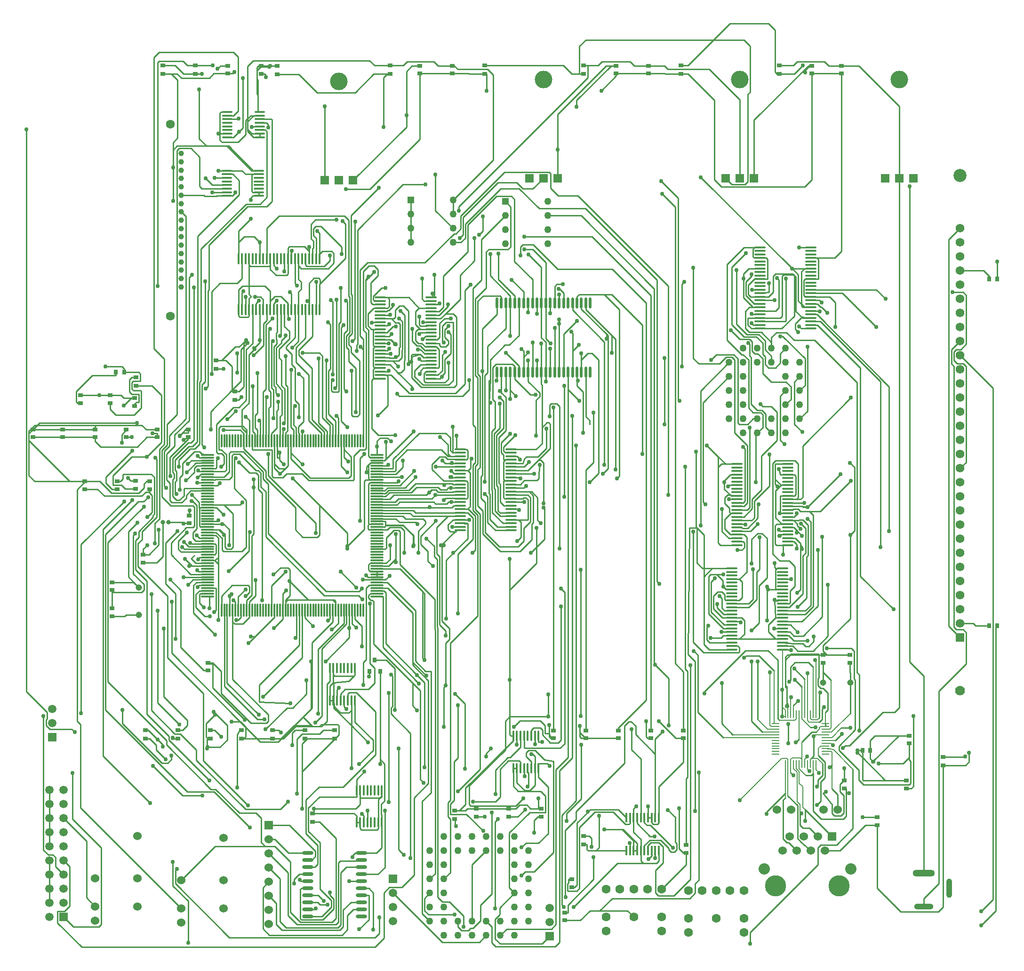
<source format=gtl>
G04 Layer_Physical_Order=1*
G04 Layer_Color=255*
%FSLAX25Y25*%
%MOIN*%
G70*
G01*
G75*
%ADD10R,0.02756X0.03543*%
%ADD11R,0.03543X0.03150*%
%ADD12R,0.03543X0.02756*%
%ADD13O,0.01378X0.07874*%
%ADD14O,0.07874X0.01378*%
%ADD15R,0.03150X0.03543*%
%ADD16O,0.00984X0.05906*%
%ADD17O,0.05906X0.00984*%
%ADD18O,0.08000X0.02400*%
%ADD19O,0.01575X0.07087*%
%ADD20R,0.03150X0.03543*%
%ADD21O,0.01181X0.09646*%
%ADD22O,0.09646X0.01181*%
%ADD23O,0.02165X0.07874*%
%ADD24O,0.08000X0.01600*%
%ADD25O,0.01600X0.08000*%
%ADD26C,0.01000*%
%ADD27C,0.00850*%
%ADD28C,0.00709*%
%ADD29C,0.00992*%
%ADD30C,0.03300*%
%ADD31O,0.13780X0.03937*%
%ADD32O,0.03937X0.13780*%
%ADD33O,0.15748X0.04921*%
%ADD34C,0.12500*%
%ADD35R,0.06200X0.06200*%
%ADD36C,0.05000*%
%ADD37C,0.03937*%
%ADD38C,0.06299*%
%ADD39C,0.06000*%
%ADD40C,0.15000*%
%ADD41R,0.06000X0.06000*%
%ADD42C,0.08000*%
%ADD43C,0.06299*%
%ADD44R,0.06000X0.06000*%
%ADD45C,0.04500*%
%ADD46R,0.05000X0.05000*%
%ADD47R,0.05906X0.05906*%
%ADD48C,0.05906*%
%ADD49C,0.09200*%
%ADD50C,0.07000*%
%ADD51R,0.06200X0.06200*%
%ADD52C,0.06200*%
%ADD53C,0.03000*%
D10*
X781594Y575500D02*
D03*
X787500D02*
D03*
X781547Y330000D02*
D03*
X787453D02*
D03*
X163000Y509500D02*
D03*
X168906D02*
D03*
D11*
X215000Y402488D02*
D03*
Y408000D02*
D03*
X683000Y303744D02*
D03*
Y309256D02*
D03*
X160500Y336744D02*
D03*
Y342256D02*
D03*
Y360756D02*
D03*
Y355244D02*
D03*
X677000Y721244D02*
D03*
Y726756D02*
D03*
X656000Y721244D02*
D03*
Y726756D02*
D03*
X540500Y721244D02*
D03*
Y726756D02*
D03*
X517500Y721244D02*
D03*
Y726756D02*
D03*
X401500Y721244D02*
D03*
Y726756D02*
D03*
X378500Y721244D02*
D03*
Y726756D02*
D03*
X266000Y726512D02*
D03*
Y721000D02*
D03*
X242500Y721244D02*
D03*
Y726756D02*
D03*
X228500Y298244D02*
D03*
Y303756D02*
D03*
X565000Y250244D02*
D03*
Y255756D02*
D03*
X542000Y250244D02*
D03*
Y255756D02*
D03*
X519000Y250244D02*
D03*
Y255756D02*
D03*
X496000Y250244D02*
D03*
Y255756D02*
D03*
X473000Y250244D02*
D03*
Y255756D02*
D03*
X187000Y426744D02*
D03*
Y432256D02*
D03*
X141000Y426744D02*
D03*
Y432256D02*
D03*
X567000Y168988D02*
D03*
Y174500D02*
D03*
X725000Y246488D02*
D03*
Y252000D02*
D03*
X481000Y121244D02*
D03*
Y126756D02*
D03*
X679000Y214744D02*
D03*
Y220256D02*
D03*
X214500Y463488D02*
D03*
Y469000D02*
D03*
X192500Y463488D02*
D03*
Y469000D02*
D03*
X170500Y463488D02*
D03*
Y469000D02*
D03*
X148500Y463488D02*
D03*
Y469000D02*
D03*
X125500Y463488D02*
D03*
Y469000D02*
D03*
X104500Y463488D02*
D03*
Y469000D02*
D03*
X177000Y426988D02*
D03*
Y432500D02*
D03*
X176500Y485744D02*
D03*
Y491256D02*
D03*
X182500Y374732D02*
D03*
Y380244D02*
D03*
X159000Y487744D02*
D03*
Y493256D02*
D03*
X138000Y487744D02*
D03*
Y493256D02*
D03*
X664000Y303744D02*
D03*
Y309256D02*
D03*
D12*
X633000Y721047D02*
D03*
Y726953D02*
D03*
X563500Y721047D02*
D03*
Y726953D02*
D03*
X494500Y721047D02*
D03*
Y726953D02*
D03*
X424500Y721047D02*
D03*
Y726953D02*
D03*
X357500Y721047D02*
D03*
Y726953D02*
D03*
X277500Y726500D02*
D03*
Y720594D02*
D03*
X219500Y721047D02*
D03*
Y726953D02*
D03*
X196500Y721047D02*
D03*
Y726953D02*
D03*
X464500Y194547D02*
D03*
Y200453D02*
D03*
X441500Y194547D02*
D03*
Y200453D02*
D03*
X418500Y194547D02*
D03*
Y200453D02*
D03*
X403000Y193094D02*
D03*
Y199000D02*
D03*
X302500Y191094D02*
D03*
Y197000D02*
D03*
X318000Y250047D02*
D03*
Y255953D02*
D03*
X297000Y250047D02*
D03*
Y255953D02*
D03*
X274000Y250047D02*
D03*
Y255953D02*
D03*
X252000Y250047D02*
D03*
Y255953D02*
D03*
X230000Y250047D02*
D03*
Y255953D02*
D03*
X207000Y250047D02*
D03*
Y255953D02*
D03*
X184000Y250047D02*
D03*
Y255953D02*
D03*
X486000Y144547D02*
D03*
Y150453D02*
D03*
X164000Y426547D02*
D03*
Y432453D02*
D03*
X749000Y231094D02*
D03*
Y237000D02*
D03*
X702500Y188547D02*
D03*
Y194453D02*
D03*
X723000Y214547D02*
D03*
Y220453D02*
D03*
X494500Y175047D02*
D03*
Y180953D02*
D03*
X177500Y505953D02*
D03*
Y500047D02*
D03*
X234000Y517953D02*
D03*
Y512047D02*
D03*
X247500Y496000D02*
D03*
Y490094D02*
D03*
D13*
X444543Y229083D02*
D03*
X447102D02*
D03*
X449661D02*
D03*
X452220D02*
D03*
X454780D02*
D03*
X457339D02*
D03*
X459898D02*
D03*
X462457D02*
D03*
X444543Y251917D02*
D03*
X447102D02*
D03*
X449661D02*
D03*
X452220D02*
D03*
X454780D02*
D03*
X457339D02*
D03*
X459898D02*
D03*
X462457D02*
D03*
X314543Y277083D02*
D03*
X317102D02*
D03*
X319661D02*
D03*
X322220D02*
D03*
X324780D02*
D03*
X327339D02*
D03*
X329898D02*
D03*
X332457D02*
D03*
X314543Y299917D02*
D03*
X317102D02*
D03*
X319661D02*
D03*
X322220D02*
D03*
X324780D02*
D03*
X327339D02*
D03*
X329898D02*
D03*
X332457D02*
D03*
X333543Y190583D02*
D03*
X336102D02*
D03*
X338661D02*
D03*
X341220D02*
D03*
X343780D02*
D03*
X346339D02*
D03*
X348898D02*
D03*
X351457D02*
D03*
X333543Y213417D02*
D03*
X336102D02*
D03*
X338661D02*
D03*
X341220D02*
D03*
X343780D02*
D03*
X346339D02*
D03*
X348898D02*
D03*
X351457D02*
D03*
D14*
X264417Y634543D02*
D03*
Y637102D02*
D03*
Y639661D02*
D03*
Y642220D02*
D03*
Y644780D02*
D03*
Y647339D02*
D03*
Y649898D02*
D03*
Y652457D02*
D03*
X241583Y634543D02*
D03*
Y637102D02*
D03*
Y639661D02*
D03*
Y642220D02*
D03*
Y644780D02*
D03*
Y647339D02*
D03*
Y649898D02*
D03*
Y652457D02*
D03*
X264917Y676043D02*
D03*
Y678602D02*
D03*
Y681161D02*
D03*
Y683720D02*
D03*
Y686280D02*
D03*
Y688839D02*
D03*
Y691398D02*
D03*
Y693957D02*
D03*
X242083Y676043D02*
D03*
Y678602D02*
D03*
Y681161D02*
D03*
Y683720D02*
D03*
Y686280D02*
D03*
Y688839D02*
D03*
Y691398D02*
D03*
Y693957D02*
D03*
D15*
X342760Y297626D02*
D03*
X350240D02*
D03*
X346500Y305500D02*
D03*
D16*
X645095Y267433D02*
D03*
X643126D02*
D03*
X641158D02*
D03*
X639189D02*
D03*
X637221D02*
D03*
Y232000D02*
D03*
X647063Y267433D02*
D03*
X649032D02*
D03*
X651000D02*
D03*
X652969D02*
D03*
X654937D02*
D03*
X656906D02*
D03*
X658874D02*
D03*
Y232000D02*
D03*
X656906D02*
D03*
X654937D02*
D03*
X652969D02*
D03*
X651000D02*
D03*
X649032D02*
D03*
X647063D02*
D03*
X645095D02*
D03*
X643126D02*
D03*
X641158D02*
D03*
X639189D02*
D03*
D17*
X630331Y260543D02*
D03*
Y238890D02*
D03*
X665764Y258575D02*
D03*
Y260543D02*
D03*
Y256606D02*
D03*
Y254638D02*
D03*
Y252669D02*
D03*
Y250701D02*
D03*
Y248732D02*
D03*
Y246764D02*
D03*
Y244795D02*
D03*
Y242827D02*
D03*
Y240858D02*
D03*
Y238890D02*
D03*
X630331Y258575D02*
D03*
Y240858D02*
D03*
Y242827D02*
D03*
Y244795D02*
D03*
Y246764D02*
D03*
Y248732D02*
D03*
Y250701D02*
D03*
Y252669D02*
D03*
Y254638D02*
D03*
Y256606D02*
D03*
D18*
X299000Y139000D02*
D03*
Y134000D02*
D03*
Y129000D02*
D03*
Y124000D02*
D03*
X337000Y169000D02*
D03*
Y164000D02*
D03*
X299000Y149000D02*
D03*
Y144000D02*
D03*
X337000Y159000D02*
D03*
X299000Y154000D02*
D03*
Y159000D02*
D03*
Y164000D02*
D03*
Y169000D02*
D03*
X337000Y154000D02*
D03*
Y149000D02*
D03*
Y144000D02*
D03*
Y139000D02*
D03*
Y134000D02*
D03*
Y129000D02*
D03*
Y124000D02*
D03*
D19*
X547736Y194000D02*
D03*
X545177D02*
D03*
X524705D02*
D03*
X547736Y170575D02*
D03*
X545177D02*
D03*
X542618D02*
D03*
X540059D02*
D03*
X527264Y194000D02*
D03*
X537500Y170575D02*
D03*
X534941D02*
D03*
X532382D02*
D03*
X529823D02*
D03*
X527264D02*
D03*
X524705D02*
D03*
X529823Y194000D02*
D03*
X532382D02*
D03*
X534941D02*
D03*
X537500D02*
D03*
X540059D02*
D03*
X542618D02*
D03*
D20*
X692000Y241500D02*
D03*
X697512D02*
D03*
D21*
X237921Y340941D02*
D03*
X237921Y460823D02*
D03*
X296976Y340941D02*
D03*
X239890Y460823D02*
D03*
X241858D02*
D03*
X243827D02*
D03*
X245795D02*
D03*
X247764D02*
D03*
X249732D02*
D03*
X251701D02*
D03*
X253669D02*
D03*
X255638D02*
D03*
X257606D02*
D03*
X259575D02*
D03*
X261543D02*
D03*
X263512D02*
D03*
X265480D02*
D03*
X267449D02*
D03*
X269417D02*
D03*
X271386D02*
D03*
X273354D02*
D03*
X275323D02*
D03*
X277291D02*
D03*
X279260D02*
D03*
X281228D02*
D03*
X283197D02*
D03*
X285165D02*
D03*
X287134D02*
D03*
X289102D02*
D03*
X291071D02*
D03*
X293039D02*
D03*
X295008D02*
D03*
X296976D02*
D03*
X298945D02*
D03*
X300913D02*
D03*
X302882D02*
D03*
X304850D02*
D03*
X306819D02*
D03*
X308787D02*
D03*
X310756D02*
D03*
X312724D02*
D03*
X314693D02*
D03*
X316661D02*
D03*
X318630D02*
D03*
X320598D02*
D03*
X322567D02*
D03*
X324535D02*
D03*
X326504D02*
D03*
X328473D02*
D03*
X330441D02*
D03*
X332410D02*
D03*
X334378D02*
D03*
X336347D02*
D03*
X338315D02*
D03*
Y340941D02*
D03*
X336347D02*
D03*
X334378D02*
D03*
X332410D02*
D03*
X330441D02*
D03*
X328473D02*
D03*
X326504D02*
D03*
X324535D02*
D03*
X322567D02*
D03*
X320598D02*
D03*
X318630D02*
D03*
X316661D02*
D03*
X314693D02*
D03*
X312724D02*
D03*
X310756D02*
D03*
X308787D02*
D03*
X306819D02*
D03*
X304850D02*
D03*
X302882D02*
D03*
X300913D02*
D03*
X298945D02*
D03*
X295008D02*
D03*
X293039D02*
D03*
X291071D02*
D03*
X289102D02*
D03*
X287134D02*
D03*
X285165D02*
D03*
X283197D02*
D03*
X281228D02*
D03*
X279260D02*
D03*
X277291D02*
D03*
X275323D02*
D03*
X273354D02*
D03*
X271386D02*
D03*
X269417D02*
D03*
X267449D02*
D03*
X265480D02*
D03*
X263512D02*
D03*
X261543D02*
D03*
X259575D02*
D03*
X257606D02*
D03*
X255638D02*
D03*
X253669D02*
D03*
X251701D02*
D03*
X249732D02*
D03*
X247764D02*
D03*
X245795D02*
D03*
X243827D02*
D03*
X241858D02*
D03*
X239890D02*
D03*
D22*
X228177Y395961D02*
D03*
Y350685D02*
D03*
X348059D02*
D03*
Y380213D02*
D03*
Y374307D02*
D03*
X228177Y364465D02*
D03*
Y451079D02*
D03*
X348059D02*
D03*
Y449110D02*
D03*
Y447142D02*
D03*
Y445173D02*
D03*
Y443205D02*
D03*
Y441236D02*
D03*
Y439268D02*
D03*
Y437299D02*
D03*
Y435331D02*
D03*
Y433362D02*
D03*
Y431394D02*
D03*
Y429425D02*
D03*
Y427457D02*
D03*
Y425488D02*
D03*
Y423520D02*
D03*
Y421551D02*
D03*
Y419583D02*
D03*
Y417614D02*
D03*
Y415646D02*
D03*
Y413677D02*
D03*
Y411709D02*
D03*
Y409740D02*
D03*
Y407772D02*
D03*
Y405803D02*
D03*
Y403835D02*
D03*
Y401866D02*
D03*
Y399898D02*
D03*
Y397929D02*
D03*
Y395961D02*
D03*
Y393992D02*
D03*
Y392024D02*
D03*
Y390055D02*
D03*
Y388087D02*
D03*
Y386118D02*
D03*
Y384150D02*
D03*
Y382181D02*
D03*
Y378244D02*
D03*
Y376276D02*
D03*
Y372339D02*
D03*
Y370370D02*
D03*
Y368402D02*
D03*
Y366433D02*
D03*
Y364465D02*
D03*
Y362496D02*
D03*
Y360528D02*
D03*
Y358559D02*
D03*
Y356591D02*
D03*
Y354622D02*
D03*
Y352654D02*
D03*
X228177Y449110D02*
D03*
Y447142D02*
D03*
Y445173D02*
D03*
Y443205D02*
D03*
Y441236D02*
D03*
Y439268D02*
D03*
Y437299D02*
D03*
Y435331D02*
D03*
Y433362D02*
D03*
Y431394D02*
D03*
Y429425D02*
D03*
Y427457D02*
D03*
Y425488D02*
D03*
Y423520D02*
D03*
Y421551D02*
D03*
Y419583D02*
D03*
Y417614D02*
D03*
Y415646D02*
D03*
Y413677D02*
D03*
Y411709D02*
D03*
Y409740D02*
D03*
Y407772D02*
D03*
Y405803D02*
D03*
Y403835D02*
D03*
Y401866D02*
D03*
Y399898D02*
D03*
Y397929D02*
D03*
Y393992D02*
D03*
Y392024D02*
D03*
Y390055D02*
D03*
Y388087D02*
D03*
Y386118D02*
D03*
Y384150D02*
D03*
Y382181D02*
D03*
Y380213D02*
D03*
Y378244D02*
D03*
Y376276D02*
D03*
Y374307D02*
D03*
Y372339D02*
D03*
Y370370D02*
D03*
Y368402D02*
D03*
Y366433D02*
D03*
Y362496D02*
D03*
Y360528D02*
D03*
Y358559D02*
D03*
Y356591D02*
D03*
Y354622D02*
D03*
Y352654D02*
D03*
D23*
X455051Y558500D02*
D03*
X451902D02*
D03*
X448752D02*
D03*
X445602D02*
D03*
X442453D02*
D03*
X439303D02*
D03*
X436154D02*
D03*
X433004D02*
D03*
X499146D02*
D03*
Y509492D02*
D03*
X495996D02*
D03*
X492846D02*
D03*
X489697D02*
D03*
X458201Y558500D02*
D03*
X461350D02*
D03*
X464500D02*
D03*
X467650D02*
D03*
X470799D02*
D03*
X473949D02*
D03*
X477098D02*
D03*
X480248D02*
D03*
X483398D02*
D03*
X486547D02*
D03*
X489697D02*
D03*
X492846D02*
D03*
X495996D02*
D03*
X486547Y509492D02*
D03*
X483398D02*
D03*
X480248D02*
D03*
X477098D02*
D03*
X473949D02*
D03*
X470799D02*
D03*
X467650D02*
D03*
X464500D02*
D03*
X461350D02*
D03*
X458201D02*
D03*
X455051D02*
D03*
X451902D02*
D03*
X448752D02*
D03*
X445602D02*
D03*
X442453D02*
D03*
X439303D02*
D03*
X436154D02*
D03*
X433004D02*
D03*
D24*
X443000Y397500D02*
D03*
X407000D02*
D03*
Y400000D02*
D03*
Y402500D02*
D03*
Y405000D02*
D03*
Y407500D02*
D03*
Y410000D02*
D03*
Y412500D02*
D03*
Y415000D02*
D03*
Y417500D02*
D03*
Y420000D02*
D03*
Y422500D02*
D03*
Y425000D02*
D03*
Y427500D02*
D03*
Y430000D02*
D03*
Y432500D02*
D03*
Y435000D02*
D03*
Y437500D02*
D03*
Y440000D02*
D03*
Y442500D02*
D03*
Y445000D02*
D03*
Y447500D02*
D03*
Y450000D02*
D03*
Y452500D02*
D03*
Y455000D02*
D03*
X443000D02*
D03*
Y452500D02*
D03*
Y450000D02*
D03*
Y447500D02*
D03*
Y445000D02*
D03*
Y442500D02*
D03*
Y440000D02*
D03*
Y437500D02*
D03*
Y435000D02*
D03*
Y432500D02*
D03*
Y430000D02*
D03*
Y427500D02*
D03*
Y425000D02*
D03*
Y422500D02*
D03*
Y420000D02*
D03*
Y417500D02*
D03*
Y415000D02*
D03*
Y412500D02*
D03*
Y410000D02*
D03*
Y407500D02*
D03*
Y405000D02*
D03*
Y402500D02*
D03*
Y400000D02*
D03*
X386500Y505000D02*
D03*
X350500D02*
D03*
Y507500D02*
D03*
Y510000D02*
D03*
Y512500D02*
D03*
Y515000D02*
D03*
Y517500D02*
D03*
Y520000D02*
D03*
Y522500D02*
D03*
Y525000D02*
D03*
Y527500D02*
D03*
Y530000D02*
D03*
Y532500D02*
D03*
Y535000D02*
D03*
Y537500D02*
D03*
Y540000D02*
D03*
Y542500D02*
D03*
Y545000D02*
D03*
Y547500D02*
D03*
Y550000D02*
D03*
Y552500D02*
D03*
Y555000D02*
D03*
Y557500D02*
D03*
Y560000D02*
D03*
Y562500D02*
D03*
X386500D02*
D03*
Y560000D02*
D03*
Y557500D02*
D03*
Y555000D02*
D03*
Y552500D02*
D03*
Y550000D02*
D03*
Y547500D02*
D03*
Y545000D02*
D03*
Y542500D02*
D03*
Y540000D02*
D03*
Y537500D02*
D03*
Y535000D02*
D03*
Y532500D02*
D03*
Y530000D02*
D03*
Y527500D02*
D03*
Y525000D02*
D03*
Y522500D02*
D03*
Y520000D02*
D03*
Y517500D02*
D03*
Y515000D02*
D03*
Y512500D02*
D03*
Y510000D02*
D03*
Y507500D02*
D03*
X639000Y389500D02*
D03*
Y392000D02*
D03*
Y394500D02*
D03*
Y397000D02*
D03*
Y399500D02*
D03*
Y402000D02*
D03*
Y404500D02*
D03*
Y407000D02*
D03*
Y409500D02*
D03*
Y412000D02*
D03*
Y414500D02*
D03*
Y417000D02*
D03*
Y419500D02*
D03*
Y422000D02*
D03*
Y424500D02*
D03*
Y427000D02*
D03*
Y429500D02*
D03*
Y432000D02*
D03*
Y434500D02*
D03*
Y437000D02*
D03*
Y439500D02*
D03*
Y442000D02*
D03*
Y444500D02*
D03*
X603000D02*
D03*
Y442000D02*
D03*
Y439500D02*
D03*
Y437000D02*
D03*
Y434500D02*
D03*
Y432000D02*
D03*
Y429500D02*
D03*
Y427000D02*
D03*
Y424500D02*
D03*
Y422000D02*
D03*
Y419500D02*
D03*
Y417000D02*
D03*
Y414500D02*
D03*
Y412000D02*
D03*
Y409500D02*
D03*
Y407000D02*
D03*
Y404500D02*
D03*
Y402000D02*
D03*
Y399500D02*
D03*
Y397000D02*
D03*
Y394500D02*
D03*
Y392000D02*
D03*
Y389500D02*
D03*
Y387000D02*
D03*
X639000D02*
D03*
X635500Y315500D02*
D03*
Y318000D02*
D03*
Y320500D02*
D03*
Y323000D02*
D03*
Y325500D02*
D03*
Y328000D02*
D03*
Y330500D02*
D03*
Y333000D02*
D03*
Y335500D02*
D03*
Y338000D02*
D03*
Y340500D02*
D03*
Y343000D02*
D03*
Y345500D02*
D03*
Y348000D02*
D03*
Y350500D02*
D03*
Y353000D02*
D03*
Y355500D02*
D03*
Y358000D02*
D03*
Y360500D02*
D03*
Y363000D02*
D03*
Y365500D02*
D03*
Y368000D02*
D03*
Y370500D02*
D03*
X599500D02*
D03*
Y368000D02*
D03*
Y365500D02*
D03*
Y363000D02*
D03*
Y360500D02*
D03*
Y358000D02*
D03*
Y355500D02*
D03*
Y353000D02*
D03*
Y350500D02*
D03*
Y348000D02*
D03*
Y345500D02*
D03*
Y343000D02*
D03*
Y340500D02*
D03*
Y338000D02*
D03*
Y335500D02*
D03*
Y333000D02*
D03*
Y330500D02*
D03*
Y328000D02*
D03*
Y325500D02*
D03*
Y323000D02*
D03*
Y320500D02*
D03*
Y318000D02*
D03*
Y315500D02*
D03*
Y313000D02*
D03*
X635500D02*
D03*
X655500Y543000D02*
D03*
Y545500D02*
D03*
Y548000D02*
D03*
Y550500D02*
D03*
Y553000D02*
D03*
Y555500D02*
D03*
Y558000D02*
D03*
Y560500D02*
D03*
Y563000D02*
D03*
Y565500D02*
D03*
Y568000D02*
D03*
Y570500D02*
D03*
Y573000D02*
D03*
Y575500D02*
D03*
Y578000D02*
D03*
Y580500D02*
D03*
Y583000D02*
D03*
Y585500D02*
D03*
Y588000D02*
D03*
Y590500D02*
D03*
Y593000D02*
D03*
Y595500D02*
D03*
Y598000D02*
D03*
X619500D02*
D03*
Y595500D02*
D03*
Y593000D02*
D03*
Y590500D02*
D03*
Y588000D02*
D03*
Y585500D02*
D03*
Y583000D02*
D03*
Y580500D02*
D03*
Y578000D02*
D03*
Y575500D02*
D03*
Y573000D02*
D03*
Y570500D02*
D03*
Y568000D02*
D03*
Y565500D02*
D03*
Y563000D02*
D03*
Y560500D02*
D03*
Y558000D02*
D03*
Y555500D02*
D03*
Y553000D02*
D03*
Y550500D02*
D03*
Y548000D02*
D03*
Y545500D02*
D03*
Y543000D02*
D03*
Y540500D02*
D03*
X655500D02*
D03*
D25*
X307500Y590000D02*
D03*
Y554000D02*
D03*
X305000D02*
D03*
X302500D02*
D03*
X300000D02*
D03*
X297500D02*
D03*
X295000D02*
D03*
X292500D02*
D03*
X290000D02*
D03*
X287500D02*
D03*
X285000D02*
D03*
X282500D02*
D03*
X280000D02*
D03*
X277500D02*
D03*
X275000D02*
D03*
X272500D02*
D03*
X270000D02*
D03*
X267500D02*
D03*
X265000D02*
D03*
X262500D02*
D03*
X260000D02*
D03*
X257500D02*
D03*
X255000D02*
D03*
X252500D02*
D03*
X250000D02*
D03*
Y590000D02*
D03*
X252500D02*
D03*
X255000D02*
D03*
X257500D02*
D03*
X260000D02*
D03*
X262500D02*
D03*
X265000D02*
D03*
X267500D02*
D03*
X270000D02*
D03*
X272500D02*
D03*
X275000D02*
D03*
X277500D02*
D03*
X280000D02*
D03*
X282500D02*
D03*
X285000D02*
D03*
X287500D02*
D03*
X290000D02*
D03*
X292500D02*
D03*
X295000D02*
D03*
X297500D02*
D03*
X300000D02*
D03*
X302500D02*
D03*
X305000D02*
D03*
D26*
X579700Y370500D02*
Y394286D01*
Y364800D02*
Y370500D01*
X574800Y399186D02*
X579700Y394286D01*
X585400Y370500D02*
X599500D01*
X579700D02*
X585400D01*
X578700D02*
X579700D01*
X574786Y399200D02*
X574800Y399186D01*
X573900Y400086D02*
X574786Y399200D01*
X589800Y449700D02*
X595000Y444500D01*
X581800Y457700D02*
X589800Y449700D01*
X592000Y444500D02*
X595000D01*
X589800Y442300D02*
Y449700D01*
Y388700D02*
Y442300D01*
X645000Y419500D02*
X648000D01*
X649600Y414300D02*
X653400D01*
X649200Y414500D02*
X649400D01*
X654400Y411000D02*
X662000D01*
X642700Y412000D02*
Y412500D01*
X643200Y404500D02*
X646700D01*
X639000D02*
X643200D01*
X645200Y397500D02*
X649100Y393600D01*
X643200Y399500D02*
X645200Y397500D01*
X647900Y387500D02*
Y388400D01*
Y355600D02*
Y387500D01*
X361500Y375000D02*
Y377600D01*
X279000Y448909D02*
Y452600D01*
X208200Y464400D02*
X210400Y466600D01*
X650800Y583000D02*
X655500D01*
X642200D02*
X650800D01*
X641900D02*
X642200D01*
X648600Y557900D02*
Y580800D01*
Y556500D02*
Y557900D01*
X651000Y555500D02*
X655500D01*
X649600D02*
X651000D01*
X611800D02*
X614400D01*
X648600Y557900D02*
X651000Y555500D01*
X646500Y560000D02*
X648600Y557900D01*
X627500Y530700D02*
Y534400D01*
Y526500D02*
Y530700D01*
X642200Y583000D02*
X646500Y578700D01*
X577500Y647700D02*
X642200Y583000D01*
X607600Y562300D02*
Y576000D01*
X464900Y470400D02*
Y500728D01*
Y459100D02*
Y470400D01*
X630100Y430200D02*
Y433800D01*
X630500Y425600D02*
X634400Y429500D01*
X631200Y402000D02*
X634900D01*
X631100Y387000D02*
X635600D01*
X462200Y447200D02*
X470700Y455700D01*
X455000Y440000D02*
X462200Y447200D01*
X461100Y385500D02*
X466800Y391200D01*
X457100Y381500D02*
X461100Y385500D01*
X396747Y551051D02*
X407000Y561304D01*
X393196Y547500D02*
X396747Y551051D01*
X372600Y505562D02*
Y520600D01*
X361500Y519700D02*
X363837Y522037D01*
X412300Y440000D02*
X412700D01*
X407000D02*
X412300D01*
X635600Y380200D02*
Y387000D01*
X631200Y370500D02*
X635500D01*
X630400D02*
X631200D01*
Y355500D02*
X635500D01*
X625100D02*
X631200D01*
X624500Y333800D02*
Y357500D01*
X688500Y241500D02*
X692000D01*
Y236500D02*
X708047Y220453D01*
X688500Y240000D02*
X692000Y236500D01*
X692247Y220453D02*
X708047D01*
X692000Y236500D02*
Y241500D01*
Y220700D02*
Y236500D01*
X588800Y366400D02*
X593300D01*
X595300Y355500D02*
X599500D01*
X595200D02*
X595300D01*
X593100Y357600D02*
X595200Y355500D01*
X461100Y385500D02*
Y399200D01*
Y374200D02*
Y385500D01*
X442100Y355200D02*
Y377200D01*
Y265600D02*
X442300Y265800D01*
X438900Y262400D02*
X442100Y265600D01*
X438900Y243057D02*
Y262400D01*
Y242100D02*
Y243057D01*
X521800Y185700D02*
X522300D01*
X441500Y202200D02*
X446300D01*
X414300D02*
X441500D01*
X462400Y200453D02*
Y207700D01*
Y200453D02*
X464500D01*
X456800D02*
X462400D01*
X406400Y199000D02*
X410700D01*
X307500Y593425D02*
Y607900D01*
Y590000D02*
Y593425D01*
X358392Y547500D02*
X360000D01*
X350500D02*
X358392D01*
X292500Y585000D02*
Y590000D01*
Y575300D02*
Y585000D01*
X360800Y519700D02*
X361500D01*
X256484Y689288D02*
Y726384D01*
Y687184D02*
Y689288D01*
Y680359D02*
Y681600D01*
X250500Y527700D02*
X255200Y532400D01*
X253700Y529800D02*
X255500Y531600D01*
X253700Y527700D02*
Y529800D01*
Y499200D02*
Y527700D01*
X256400Y530400D01*
X251650Y525650D02*
X253700Y527700D01*
X250000Y601600D02*
Y609600D01*
X252400Y471200D02*
X253238D01*
X237300D02*
X252400D01*
X245400Y496900D02*
Y513607D01*
Y496000D02*
Y496900D01*
X238100Y517953D02*
X241055D01*
X245400Y496900D02*
X251650Y503150D01*
X230200Y481700D02*
X245400Y496900D01*
X295650Y265250D02*
X302300Y258600D01*
X289700Y259300D02*
X295650Y265250D01*
X280400Y250000D02*
X289700Y259300D01*
X278100Y247700D02*
X280400Y250000D01*
X308700Y260100D02*
X310300D01*
X320976Y252624D02*
X321000Y252647D01*
X318400Y250047D02*
X320976Y252624D01*
X310300Y260100D02*
X320100D01*
X318000Y250047D02*
X318400D01*
X298747D02*
X307500D01*
X297000D02*
X298747D01*
X301600Y258600D02*
X302300D01*
X290200D02*
X301600D01*
X301700Y258500D01*
X300900Y259300D02*
X301600Y258600D01*
X289700Y259300D02*
X300900D01*
X289253D02*
X289700D01*
X301700Y258500D02*
X302400D01*
X295100Y226700D02*
X321000Y252600D01*
X295100Y246400D02*
X298747Y250047D01*
X280400Y250000D02*
X281600D01*
X263100D02*
X280400D01*
X295100Y226700D02*
Y246400D01*
Y200200D02*
Y226700D01*
X303500Y197000D02*
Y200200D01*
X263053Y250047D02*
X263100Y250000D01*
X255000Y258100D02*
X263053Y250047D01*
X251100Y262000D02*
X255000Y258100D01*
X263100Y250000D02*
X265400Y247700D01*
X202600Y310500D02*
X251100Y262000D01*
X232300Y268900D02*
X242000Y259200D01*
X251100Y262000D02*
X251400D01*
X245100D02*
X251100D01*
X255000Y258100D02*
Y258400D01*
Y251200D02*
Y258100D01*
X263053Y250047D02*
X274000D01*
X253847D02*
X263053D01*
X227800Y242900D02*
Y250047D01*
X203653D02*
X203953D01*
X203400Y250600D02*
X203953Y250047D01*
X192598Y249256D02*
X196200Y245654D01*
X317300Y275925D02*
Y289600D01*
Y271800D02*
Y275925D01*
X317102Y289759D02*
Y295200D01*
X329898Y259202D02*
X341700Y247400D01*
X317300Y271800D02*
X329898Y259202D01*
X427402Y488042D02*
X428200Y504400D01*
X427400Y488003D02*
X427402Y488042D01*
X427400Y488003D02*
Y503600D01*
Y423819D02*
Y488003D01*
X442453Y496847D02*
Y509492D01*
Y490600D02*
Y496847D01*
X434877Y496377D02*
X436154Y495100D01*
Y509492D01*
X422700Y510300D02*
Y540396D01*
Y436600D02*
Y510300D01*
X455950Y425000D02*
X457600D01*
X509100Y564700D02*
X514500D01*
X491197D02*
X509100D01*
X511700Y441300D02*
Y535600D01*
X510700Y536600D02*
X511700Y535600D01*
X492846Y554454D02*
X510700Y536600D01*
X514400Y535565D02*
X517100Y532865D01*
X492846Y518400D02*
Y522900D01*
Y509492D02*
Y518400D01*
X489697Y500000D02*
Y504400D01*
X486547Y524502D02*
Y537403D01*
Y509492D02*
Y524502D01*
X402150Y381500D02*
X412200Y391550D01*
X397100Y376450D02*
X402150Y381500D01*
X373750Y407500D02*
X398421D01*
X385261Y413677D02*
X401177D01*
X398700Y417500D02*
X400800D01*
X385000Y424200D02*
X387000Y426200D01*
X382907Y422507D02*
X386800Y426400D01*
X398500Y427500D02*
X400500D01*
X396741Y430700D02*
X401400D01*
X375335D02*
X396741D01*
X400300Y435000D02*
X400900D01*
X401300Y445000D02*
X407000D01*
X396200D02*
X401300D01*
X398300Y450000D02*
X400000D01*
X339900Y574600D02*
Y575200D01*
X451902Y520400D02*
Y524698D01*
Y509492D02*
Y520400D01*
X477098Y544129D02*
Y547000D01*
Y509492D02*
Y544129D01*
X354600Y507500D02*
X358000D01*
X350500D02*
X354600D01*
X362782Y509418D02*
X372900Y499300D01*
X359218Y517500D02*
X363200D01*
X350500D02*
X359218D01*
X357500Y532600D02*
X358100D01*
X354000D02*
X357500D01*
X353900D02*
X354000D01*
X358100D02*
X361500Y529200D01*
X353900Y532500D02*
Y532600D01*
X354000Y532500D02*
Y532600D01*
X353900Y532500D02*
X354000D01*
X215500Y411600D02*
X215600Y411700D01*
X215000Y411100D02*
X215500Y411600D01*
X160500Y353500D02*
Y355244D01*
Y342256D02*
Y353500D01*
X181250D01*
X168700Y491256D02*
X174056D01*
X151456Y493256D02*
X159000D01*
X659800Y590500D02*
X672300D01*
X655500D02*
X659800D01*
X643100Y578600D02*
X643600Y578100D01*
X642447Y579253D02*
X643100Y578600D01*
X643200D01*
X636000D02*
X643100D01*
X648950Y548650D02*
X649600Y548000D01*
X644800Y552800D02*
X648950Y548650D01*
X608000Y598000D02*
X615200D01*
X633500Y409500D02*
X634700D01*
X633800Y410400D02*
X634700Y409500D01*
X632900Y393600D02*
X633800Y394500D01*
X594100Y426800D02*
X598218Y422682D01*
X594100Y426800D02*
Y431500D01*
X598550Y409650D02*
X598700Y409500D01*
X597800Y410400D02*
X598550Y409650D01*
X425700Y709100D02*
Y721047D01*
X377000Y540000D02*
X378700D01*
X438900Y447500D02*
X443000D01*
X437800D02*
X438900D01*
X437800Y432500D02*
X438900D01*
X448356Y405000D02*
X454900D01*
X404300Y455000D02*
Y464800D01*
X403500Y420000D02*
Y420400D01*
X403200Y396800D02*
X403900D01*
X400100D02*
X403200D01*
X403900D02*
Y397500D01*
X403200Y396800D02*
X403900Y397500D01*
X393412Y387012D02*
X403200Y396800D01*
X664100Y312000D02*
X666844Y309256D01*
X661000D02*
X664000D01*
X640856D02*
X661000D01*
X638656D02*
X640856D01*
X664000D02*
X666844D01*
X640856D02*
X641500Y309900D01*
X637200Y305600D02*
X640856Y309256D01*
X661000D02*
Y309600D01*
Y293000D02*
Y309256D01*
X637200Y305600D02*
Y307800D01*
Y288000D02*
Y305600D01*
Y286700D02*
Y288000D01*
X638500Y285400D02*
Y286700D01*
Y273000D02*
Y275322D01*
X604850Y362950D02*
X606700Y361100D01*
X604800Y363000D02*
X604850Y362950D01*
X629735Y347677D02*
X635500Y348000D01*
X629718Y347676D02*
X629735Y347677D01*
X599500Y320500D02*
X604800D01*
X630400D02*
X635500D01*
X604800D02*
X630400D01*
X717600Y252000D02*
X725000D01*
X700800D02*
X717600D01*
X699450Y233850D02*
X699700Y233600D01*
X697512Y235788D02*
X699450Y233850D01*
X717600Y252000D01*
X699200Y233600D02*
X699450Y233850D01*
X491700Y254344D02*
Y259000D01*
X470000Y253544D02*
Y259600D01*
Y251200D02*
Y253544D01*
X491700Y251200D02*
Y254344D01*
X394100Y385700D02*
X395400Y387000D01*
X496000Y250244D02*
X519000D01*
X495800D02*
X496000D01*
X492656D02*
X495800D01*
X518300Y161500D02*
X536700D01*
X300000Y595200D02*
Y598300D01*
X355700Y562500D02*
X370700D01*
X350500D02*
X355700D01*
X307700Y572200D02*
X325800Y590300D01*
X307500Y572000D02*
X307700Y572200D01*
X272300Y726500D02*
X277500D01*
X271712D02*
X272300D01*
X272500Y582400D02*
Y585600D01*
X300000Y558700D02*
Y572800D01*
Y554000D02*
Y558700D01*
X272500Y559900D02*
Y567058D01*
Y554000D02*
Y559900D01*
X346100Y540000D02*
X350500D01*
X344123D02*
X346100D01*
X346400Y505000D02*
X350500D01*
X345300D02*
X346400D01*
X282965Y441265D02*
X285165Y443465D01*
X279300Y437600D02*
X282965Y441265D01*
X266000Y726512D02*
X271700D01*
X265600Y725900D02*
X271700D01*
X263000Y723300D02*
Y725600D01*
Y717300D02*
Y723300D01*
Y706500D02*
Y717300D01*
X257500Y585600D02*
Y590000D01*
Y570758D02*
Y585600D01*
Y564673D02*
Y570758D01*
X241800Y669900D02*
X243000D01*
X227200D02*
X241800D01*
X206400D02*
X227200D01*
X202453Y721047D02*
X206500D01*
X196500D02*
X202453D01*
X203600Y667100D02*
Y672400D01*
Y654800D02*
Y667100D01*
Y631100D02*
Y654800D01*
X257500Y570758D02*
X268800D01*
X252758D02*
X257500D01*
X178000Y472100D02*
X181500D01*
X107400D02*
X149400D01*
X105600D02*
X107400D01*
X149400D02*
X178000D01*
X101500Y468000D02*
X105600Y472100D01*
X107400D02*
X109100Y473800D01*
X104300Y469000D02*
X107400Y472100D01*
X130500Y432300D02*
X141500D01*
X105600D02*
X130500D01*
X101500Y461300D02*
X130500Y432300D01*
X130544Y432256D01*
X101500Y466200D02*
Y468000D01*
Y461300D02*
Y466200D01*
Y436400D02*
Y461300D01*
X135644Y426444D02*
X141500Y432300D01*
X366650Y401125D02*
X373700Y394075D01*
X366575Y401200D02*
X366650Y401125D01*
X373700Y386400D02*
Y394075D01*
X327100Y386400D02*
Y395500D01*
Y384600D02*
Y386400D01*
X307400Y415200D02*
X327100Y395500D01*
X286300Y361300D02*
Y369600D01*
Y351303D02*
Y361300D01*
X350240Y232012D02*
Y235160D01*
X286300Y361300D02*
X299400Y348200D01*
X286100Y361500D02*
X286300Y361300D01*
X212100Y377300D02*
X217061Y372339D01*
X237800Y281900D02*
X258600Y261100D01*
X175744Y360756D02*
X179500Y357000D01*
X172000Y364500D02*
X175744Y360756D01*
X211856Y402488D02*
X215000D01*
X211188D02*
X211856D01*
X211100Y403244D02*
X211856Y402488D01*
X200500Y403244D02*
X211100D01*
X545177Y239129D02*
Y249577D01*
Y194000D02*
Y239129D01*
X380200Y354370D02*
X381800Y352770D01*
X364200Y370370D02*
X380200Y354370D01*
X388600Y562500D02*
Y578800D01*
X387500Y562500D02*
Y565400D01*
Y562500D02*
X388600D01*
X393700Y506700D02*
X395900Y508900D01*
X393652Y506625D02*
X393700Y506700D01*
X392600Y505000D02*
X393652Y506625D01*
X373300Y302200D02*
X384500Y291000D01*
X376500Y295100D02*
X381800Y289800D01*
X233500Y173500D02*
X268900D01*
X333500Y163300D02*
Y164000D01*
X505856Y128100D02*
X525400D01*
X499000D02*
X505856D01*
X725000Y236800D02*
Y246488D01*
Y234900D02*
Y236800D01*
X680400Y195000D02*
Y211400D01*
Y214744D01*
X187000Y424000D02*
Y424800D01*
X184200D02*
X187000D01*
X656900Y225200D02*
X656906Y225206D01*
X655847Y224147D02*
X656900Y225200D01*
X483200Y126756D02*
Y132100D01*
X647600Y197900D02*
X647605Y196895D01*
X647650Y188650D01*
X403400Y188400D02*
Y193094D01*
X497600Y198100D02*
X499100Y199600D01*
X489828Y190328D02*
X497600Y198100D01*
X483800Y147872D02*
Y150453D01*
X502900Y170500D02*
X524705D01*
X497600D02*
X502900D01*
X653556Y726756D02*
X654356D01*
X615000Y688200D02*
X653556Y726756D01*
X514056D02*
X517500D01*
X510500D02*
X514056D01*
X476000Y667300D02*
Y692256D01*
Y647000D02*
Y667300D01*
X368900Y683400D02*
Y691500D01*
X486100Y721047D02*
X491500D01*
X345800D02*
X355200D01*
X574800Y374400D02*
X578700Y370500D01*
X574800Y374400D02*
Y399186D01*
X573900Y400086D02*
Y453200D01*
X249994Y490094D02*
X252000Y492100D01*
X247500Y490094D02*
X249994D01*
X579700Y316800D02*
X583500Y313000D01*
X569200Y399200D02*
X574786D01*
X568400Y309800D02*
X569200Y399200D01*
X568400Y309800D02*
X573400Y304800D01*
Y198800D02*
Y304800D01*
X429200Y139900D02*
Y197500D01*
X421400Y132100D02*
X429200Y139900D01*
X421400Y120900D02*
Y132100D01*
X416000Y115500D02*
X421400Y120900D01*
X414200Y115500D02*
X416000D01*
X412700Y114000D02*
X414200Y115500D01*
X408100Y114000D02*
X412700D01*
X405500Y116600D02*
X408100Y114000D01*
X405500Y116600D02*
Y120500D01*
X787500Y575500D02*
Y587900D01*
X381800Y136800D02*
X385500Y140500D01*
X381800Y128000D02*
Y136800D01*
Y128000D02*
X384600Y125200D01*
X403000D01*
X420800Y105800D02*
X425500Y110500D01*
X394200Y105800D02*
X420800D01*
X359500Y140500D02*
X394200Y105800D01*
X775900Y127800D02*
X784200Y136100D01*
Y498300D01*
X761000Y521500D02*
X784200Y498300D01*
X655500Y565500D02*
X677700D01*
X701700Y541500D01*
X655500Y560500D02*
X661500D01*
X663100Y558900D01*
Y555500D02*
X666900Y551700D01*
X662479Y555500D02*
X663100D01*
X659979Y558000D02*
X662479Y555500D01*
X655500Y558000D02*
X659979D01*
X710700Y397100D02*
Y499400D01*
X659600Y550500D02*
X710700Y499400D01*
X655500Y550500D02*
X659600D01*
X655500Y543000D02*
X660000D01*
X690451Y512549D01*
Y365049D02*
Y512549D01*
Y365049D02*
X714000Y341500D01*
X589800Y442300D02*
X592000Y444500D01*
X595000D02*
X603000D01*
X234000Y512047D02*
X239453D01*
X478900Y132200D02*
X480500Y130600D01*
X478900Y132200D02*
Y195800D01*
X489000Y205900D01*
Y457700D01*
X589800Y388700D02*
X591500Y387000D01*
X603000D01*
X776100Y117700D02*
X786400Y128000D01*
Y328547D01*
X787453Y329600D01*
Y330000D01*
X648000Y419500D02*
X649600Y421100D01*
Y457300D01*
X683800Y491500D01*
X639000Y414500D02*
X649200D01*
X649600Y414100D01*
X653000D01*
Y405800D02*
X655228Y403572D01*
Y344428D02*
Y403572D01*
X651300Y340500D02*
X655228Y344428D01*
X635500Y340500D02*
X651300D01*
X635500Y338000D02*
X651300D01*
X656928Y343628D01*
Y408472D01*
X654400Y411000D02*
X656928Y408472D01*
X648000Y411000D02*
X654400D01*
X646500Y412500D02*
X648000Y411000D01*
X642700Y412500D02*
X646500D01*
X639000Y412000D02*
X642700D01*
X645300Y409100D02*
Y409800D01*
X660200Y344100D02*
Y383762D01*
X649100Y333000D02*
X660200Y344100D01*
X635500Y333000D02*
X649100D01*
X639000Y407000D02*
X643200D01*
X645300Y409100D01*
X644300Y392000D02*
X647900Y388400D01*
X645700Y353400D02*
X647900Y355600D01*
X657500Y318832D02*
Y322300D01*
X653868Y315200D02*
X657500Y318832D01*
X651732Y315200D02*
X653868D01*
X649732Y317200D02*
X651732Y315200D01*
X643000Y317200D02*
X649732D01*
X635500Y318000D02*
X643000Y317200D01*
X649100Y384300D02*
Y386000D01*
X647900Y387500D02*
X649100Y386000D01*
X639000Y392000D02*
X644300D01*
X277291Y448909D02*
X279000D01*
Y447200D02*
Y448909D01*
Y447200D02*
X282000Y444200D01*
X260800Y428100D02*
Y433800D01*
X492500Y266100D02*
Y369500D01*
X170500Y468600D02*
Y469000D01*
X678100Y243400D02*
X679700Y245000D01*
X682621D01*
X706421Y268800D01*
X714800D01*
X718000Y272000D01*
Y647000D01*
X185901Y255953D02*
X192598Y249256D01*
X227000Y260700D02*
X233200Y266900D01*
X227000Y251047D02*
Y260700D01*
Y251047D02*
X230000Y250047D01*
X252000D02*
X253847D01*
X255000Y251200D01*
X251400Y262000D02*
X255000Y258400D01*
X281600Y250000D02*
X290200Y258600D01*
X202600Y310500D02*
Y346900D01*
X243563Y350863D02*
X243827Y350600D01*
X274000Y250047D02*
X280000D01*
X289253Y259300D01*
X307100Y258500D02*
X308700Y260100D01*
X321000Y252647D02*
Y259200D01*
X265400Y247700D02*
X278100D01*
X320100Y260100D02*
X321000Y259200D01*
X320976Y252624D02*
X321000Y252600D01*
X281228Y352628D02*
X283600Y355000D01*
X243200Y387100D02*
Y398165D01*
X324535Y449321D02*
X327600Y446256D01*
X236131Y470031D02*
X237300Y471200D01*
X236131Y454800D02*
Y470031D01*
Y454800D02*
X237700D01*
X241300Y451200D01*
Y440468D02*
Y451200D01*
X240100Y439268D02*
X241300Y440468D01*
X241055Y517953D02*
X245400Y513607D01*
Y496000D02*
X247500D01*
X265000Y532400D02*
Y554000D01*
Y530500D02*
Y532400D01*
X261050Y526550D02*
X265000Y530500D01*
X247847Y527700D02*
X250500D01*
X238100Y517953D02*
X247847Y527700D01*
X234000Y517953D02*
X238100D01*
X287900Y526900D02*
X292500Y531500D01*
Y554000D01*
X305600Y609800D02*
X307500Y607900D01*
X265000Y590000D02*
Y601600D01*
X256484Y680359D02*
X260800Y676043D01*
X256484Y726384D02*
X260500Y730400D01*
X342853D01*
X346300Y726953D01*
X357500D01*
X401500Y726756D02*
X402744D01*
X405200Y724300D01*
X426400D01*
X430378Y720322D01*
Y659878D02*
Y720322D01*
X402000Y631500D02*
X430378Y659878D01*
X422900Y609600D02*
Y620100D01*
X420300Y607000D02*
X422900Y609600D01*
X464500Y501128D02*
Y509492D01*
Y501128D02*
X464900Y500728D01*
X412000Y412500D02*
X412705D01*
X417600Y407605D01*
Y383500D02*
Y407605D01*
X415600Y381500D02*
X417600Y383500D01*
X532382Y170575D02*
Y175618D01*
X522300Y185700D02*
X532382Y175618D01*
X446300Y202200D02*
X451800Y207700D01*
X413300Y203200D02*
X414300Y202200D01*
X413300Y203200D02*
Y216500D01*
X438900Y242100D01*
X442300Y265800D02*
X469200D01*
X528500Y242000D02*
Y256700D01*
X534941Y194000D02*
Y235559D01*
X469200Y265800D02*
Y281178D01*
X528500Y256700D02*
X528544Y256744D01*
X528500Y242000D02*
X534941Y235559D01*
X529823Y170575D02*
Y177677D01*
X521800Y185700D02*
X529823Y177677D01*
X509000Y185700D02*
X521800D01*
X442100Y355200D02*
X461100Y374200D01*
X630100Y400900D02*
X631200Y402000D01*
X630100Y388000D02*
Y400900D01*
Y388000D02*
X631100Y387000D01*
X634400Y429500D02*
X639000D01*
X630100Y433800D02*
X634400Y429500D01*
X630100Y433800D02*
Y444200D01*
X630400Y444500D02*
X639000D01*
X630500Y406400D02*
Y425600D01*
Y406400D02*
X634900Y402000D01*
X639000D01*
X608800D02*
X609000Y401800D01*
X629400Y328000D02*
X635500D01*
X657400Y251600D02*
X658469Y252669D01*
X634900Y265800D02*
Y284700D01*
X663800Y224000D02*
Y232300D01*
X660500Y220700D02*
X663800Y224000D01*
X660500Y217000D02*
Y220700D01*
X659600Y216100D02*
X660500Y217000D01*
X627500Y534400D02*
X630900Y537800D01*
X638000D01*
X643600Y532200D01*
X658100D01*
X688000Y502300D01*
Y296800D02*
Y502300D01*
Y296800D02*
X689600Y295200D01*
Y255800D02*
Y295200D01*
X657400Y237663D02*
Y251600D01*
X655837Y236100D02*
X657400Y237663D01*
X608900Y552600D02*
X611800Y555500D01*
X608900Y540800D02*
Y552600D01*
Y540800D02*
X611700Y538000D01*
X620200D01*
X627500Y530700D01*
X607600Y576000D02*
Y579400D01*
X396747Y551051D02*
X401901Y551099D01*
X404200Y548800D01*
Y500506D02*
Y548800D01*
X402594Y498900D02*
X404200Y500506D01*
X379262Y498900D02*
X402594D01*
X372600Y505562D02*
X379262Y498900D01*
X372600Y520600D02*
X378600Y522400D01*
X381000Y520000D02*
X386500D01*
Y547500D02*
X393196D01*
X407000Y561304D02*
Y578400D01*
X417100Y588500D01*
Y604800D01*
X406800D02*
X409100Y607100D01*
Y619200D01*
X433800Y643900D01*
X447100D01*
X451500Y639500D01*
X458500D01*
X466000Y647000D01*
X192500Y463488D02*
Y466200D01*
X188900D02*
X192500D01*
X230200Y469000D02*
Y481700D01*
X251650Y503150D02*
Y525650D01*
X370200Y515400D02*
Y553000D01*
X366596Y556604D02*
X370200Y553000D01*
X364104Y556604D02*
X366596D01*
X361100Y553600D02*
X364104Y556604D01*
X361100Y548600D02*
Y553600D01*
X360000Y547500D02*
X361100Y548600D01*
X299000Y124000D02*
X309100D01*
X315600Y130500D01*
Y135198D01*
X307600Y143198D02*
X315600Y135198D01*
X307600Y143198D02*
Y176158D01*
X299500Y184258D02*
X307600Y176158D01*
X299500Y184258D02*
Y201065D01*
X307235Y208800D01*
X322102Y268200D02*
X328000D01*
X317300Y289600D02*
X327957Y290700D01*
X395500Y150500D02*
X400000Y155000D01*
Y193050D01*
X398328Y194722D02*
X400000Y193050D01*
X398328Y194722D02*
Y204578D01*
X400000Y206250D01*
Y317588D01*
X419300Y336888D01*
Y408310D01*
X416053Y411557D02*
X419300Y408310D01*
X416053Y411557D02*
Y443954D01*
X417600Y445500D01*
Y470500D01*
X415900Y472200D02*
X417600Y470500D01*
X415900Y472200D02*
Y568900D01*
X422013Y575013D01*
Y603513D01*
X439000Y620500D01*
X494500Y726953D02*
X497500D01*
X504553D01*
X507400Y729800D01*
X527456D01*
X530500Y726756D01*
X540500D01*
X497500Y718400D02*
Y726953D01*
X406100Y627000D02*
X497500Y718400D01*
X406100Y624100D02*
Y627000D01*
X433400Y400000D02*
X443000D01*
X428150Y405250D02*
X433400Y400000D01*
X428150Y405250D02*
Y423069D01*
X427400Y423819D02*
X428150Y423069D01*
X427400Y503600D02*
X428200Y504400D01*
Y518400D02*
X438623Y528824D01*
X441815D01*
X448752Y535761D02*
Y558500D01*
X441815Y528824D02*
X448752Y535761D01*
X428200Y504400D02*
Y518400D01*
X427400Y488003D02*
X428200D01*
X456602Y493800D02*
X460200D01*
X445602Y504800D02*
X456602Y493800D01*
X445602Y504800D02*
Y509492D01*
X435200Y407500D02*
X443000D01*
X431550Y411150D02*
X435200Y407500D01*
X431550Y411150D02*
Y426669D01*
X431000Y427219D02*
X431550Y426669D01*
X431000Y427219D02*
Y465973D01*
X435027Y470000D01*
Y487427D01*
X442453Y496847D02*
X446500Y492800D01*
X433004Y503904D02*
Y509492D01*
X432800Y503700D02*
X433004Y503904D01*
X480600Y421200D02*
Y500000D01*
X443000Y417500D02*
X452400D01*
X579100D02*
X580700Y415900D01*
X579100Y417500D02*
Y488100D01*
X597500Y506500D01*
X455100Y422500D02*
X456800Y420800D01*
X452100Y399000D02*
X456800Y403700D01*
X434700Y386000D02*
X448000D01*
X424700Y396000D02*
Y417200D01*
X421700Y420200D02*
X424700Y417200D01*
X421700Y420200D02*
Y435600D01*
X443000Y427500D02*
X452000D01*
X453600Y429100D01*
X424400Y432100D02*
Y507200D01*
X439303Y540785D02*
Y558500D01*
X426500Y527982D02*
X439303Y540785D01*
X426500Y509300D02*
Y527982D01*
X424400Y507200D02*
X426500Y509300D01*
X643800Y472800D02*
X649300Y467300D01*
X643800Y472800D02*
Y502800D01*
X647500Y506500D01*
X443000Y430000D02*
X449540D01*
X452500Y432960D01*
X461387D01*
X462663Y434237D01*
Y438084D01*
X463300Y444000D01*
X509000D02*
Y531147D01*
X486547Y553600D02*
X509000Y531147D01*
X486547Y553600D02*
Y558500D01*
X633800Y461400D02*
X636700Y458500D01*
X633800Y461400D02*
Y492800D01*
X637500Y496500D01*
X443000Y435000D02*
X449300D01*
X449846Y434454D01*
X518154D02*
X519800Y436100D01*
Y554000D01*
X509100Y564700D02*
X519800Y554000D01*
X514400Y523300D02*
Y535565D01*
X495996Y553969D02*
X514400Y535565D01*
X495996Y553969D02*
Y558500D01*
Y478135D02*
X498600Y475531D01*
Y472623D02*
Y475531D01*
X443000Y445000D02*
X451200D01*
X452200Y448000D01*
X453800Y449600D01*
X462000D01*
X468000Y455600D01*
Y469600D01*
X495996Y478135D02*
Y509492D01*
X443000Y450000D02*
X447200D01*
X449200Y448000D01*
Y447800D02*
Y448000D01*
X498700Y431700D02*
X504900Y437900D01*
Y518400D01*
X500400Y522900D02*
X504900Y518400D01*
X497346Y522900D02*
X500400D01*
X492846Y518400D02*
X497346Y522900D01*
X489697Y504400D02*
X490297Y503800D01*
X489697Y504400D02*
Y509492D01*
X287500Y590000D02*
Y595600D01*
X287700Y595800D01*
X599300Y583900D02*
X609300Y593900D01*
X599300Y543300D02*
Y583900D01*
Y543300D02*
X608000Y534600D01*
X616800D01*
X621200Y530200D01*
Y522300D02*
Y530200D01*
Y522300D02*
X622900Y520600D01*
Y515200D02*
Y520600D01*
Y515200D02*
X625300Y512800D01*
X630400D01*
X633800Y516200D01*
Y522800D01*
X637500Y526500D01*
X282500Y581300D02*
Y590000D01*
X282300Y581100D02*
X282500Y581300D01*
X602700Y543600D02*
Y581900D01*
Y543600D02*
X610000Y536300D01*
X618500D01*
X622900Y531900D01*
Y525725D02*
Y531900D01*
Y525725D02*
X627500Y521125D01*
Y516500D02*
Y521125D01*
X401200Y400000D02*
X407000D01*
X375600Y403300D02*
X376800Y402100D01*
X363900Y403300D02*
X375600D01*
X361397Y405803D02*
X363900Y403300D01*
X599500Y315500D02*
X603600D01*
X604700Y314400D01*
Y311500D02*
Y314400D01*
X604200Y311000D02*
X604700Y311500D01*
X579200Y311000D02*
X604200D01*
X572000Y318200D02*
X579200Y311000D01*
X572000Y318200D02*
Y396500D01*
X583700Y318000D02*
X599500D01*
X581700Y320000D02*
X583700Y318000D01*
X581700Y320000D02*
Y328900D01*
X582700Y329900D01*
X397100Y335000D02*
Y376450D01*
X407000Y402500D02*
X412200Y402200D01*
X593900Y330500D02*
X599500D01*
X584700Y339700D02*
X593900Y330500D01*
X584700Y339700D02*
Y361100D01*
X587300Y363700D01*
X385261Y413677D02*
Y413900D01*
X401177Y413677D02*
X402500Y415000D01*
X407000D01*
X397500Y416300D02*
X398700Y417500D01*
X389400Y416300D02*
X397500D01*
X388200Y417500D02*
X389400Y416300D01*
X364100Y417500D02*
X388200D01*
X362246Y415646D02*
X364100Y417500D01*
X389500Y422500D02*
X407000D01*
X387100Y419818D02*
X389500Y422500D01*
X363376Y419818D02*
X387100D01*
X361172Y417614D02*
X363376Y419818D01*
X593800Y338000D02*
X599500D01*
X589100Y342700D02*
X593800Y338000D01*
X589100Y342700D02*
Y345200D01*
X384100Y375800D02*
X387600Y372300D01*
X384100Y375800D02*
Y382500D01*
X378900Y387700D02*
X384100Y382500D01*
X378900Y387700D02*
Y393400D01*
X389700Y404200D01*
X359953Y422507D02*
X382907D01*
X386800Y426400D02*
X387000Y426200D01*
X387200Y426400D01*
X389541D01*
X401700Y424700D02*
X402000Y425000D01*
X407000D01*
X397400Y426400D02*
X398500Y427500D01*
X392941Y426400D02*
X397400D01*
X391241Y428100D02*
X392941Y426400D01*
X376133Y428100D02*
X391241D01*
X372355Y424322D02*
X376133Y428100D01*
X400500Y427500D02*
X407000D01*
X619100Y370094D02*
Y392600D01*
X616900Y367894D02*
X619100Y370094D01*
X616900Y348700D02*
Y367894D01*
X611200Y343000D02*
X616900Y348700D01*
X599500Y343000D02*
X611200D01*
X402100Y430000D02*
X407000D01*
X395641Y429600D02*
X396741Y430700D01*
X614400Y348700D02*
Y369894D01*
X611200Y345500D02*
X614400Y348700D01*
X599500Y345500D02*
X611200D01*
X364298Y429425D02*
X374373Y439500D01*
X402800Y437500D02*
X407000D01*
X597300Y392000D02*
X603000D01*
X592500Y396800D02*
X597300Y392000D01*
X592500Y396800D02*
Y412600D01*
X400800Y439500D02*
X402800Y437500D01*
X401600Y452500D02*
Y471000D01*
X619800Y487000D02*
X621400Y485400D01*
X627200D01*
X631200Y481400D01*
Y461200D02*
Y481400D01*
X620377Y450377D02*
X631200Y461200D01*
X620377Y426324D02*
Y450377D01*
X613753Y419700D02*
X620377Y426324D01*
X613753Y412870D02*
Y419700D01*
X607882Y407000D02*
X613753Y412870D01*
X603000Y407000D02*
X607882D01*
X612053Y413653D02*
Y470200D01*
X610400Y412000D02*
X612053Y413653D01*
X603000Y412000D02*
X610400D01*
X603000Y414500D02*
X608000D01*
X610353Y416853D01*
Y457600D01*
X601200Y466753D02*
X610353Y457600D01*
X601200Y466753D02*
Y518400D01*
X599400Y520200D02*
X601200Y518400D01*
X595300Y520200D02*
X599400D01*
X590600Y515500D02*
X595300Y520200D01*
X576000Y515500D02*
X590600D01*
X572100Y519400D02*
X576000Y515500D01*
X572100Y519400D02*
Y583500D01*
X282500Y541900D02*
Y554000D01*
Y541900D02*
X285900Y538500D01*
Y533467D02*
Y538500D01*
X278550Y526117D02*
X285900Y533467D01*
X278550Y520042D02*
Y526117D01*
Y520042D02*
X280500Y518092D01*
Y500100D02*
Y518092D01*
Y500100D02*
X282546Y498054D01*
Y473949D02*
Y498054D01*
X281997Y473400D02*
X282546Y473949D01*
X280000Y535900D02*
Y554000D01*
X279500Y535400D02*
X280000Y535900D01*
X336500Y527500D02*
X338315Y525685D01*
X336043Y535322D02*
X338315Y533050D01*
X336043Y535322D02*
Y581943D01*
X341300Y587200D01*
X382000D01*
X402600Y607800D01*
X404000D01*
X407400Y611200D01*
Y620300D01*
X438400Y651300D01*
X470100D01*
X471000Y650400D01*
Y640000D02*
Y650400D01*
Y640000D02*
X476200Y634800D01*
X490300D01*
X554300Y570800D01*
Y422600D02*
Y570800D01*
X597200Y419500D02*
X603000D01*
X450500Y526100D02*
X451902Y524698D01*
X394200Y521750D02*
X396400Y523950D01*
X394200Y510600D02*
Y521750D01*
X391100Y507500D02*
X394200Y510600D01*
X386500Y507500D02*
X391100D01*
X451902Y520400D02*
X455102Y523600D01*
X551600Y472800D02*
Y519500D01*
X455051Y503049D02*
Y509492D01*
Y503049D02*
X463200Y494900D01*
Y492300D02*
Y494900D01*
X460800Y489900D02*
X463200Y492300D01*
X460800Y464600D02*
Y489900D01*
X394200Y531500D02*
X395200Y530500D01*
X394200Y531500D02*
Y542341D01*
X396949Y545090D01*
X401810D01*
X402000Y544900D01*
Y503748D02*
Y544900D01*
X398852Y500600D02*
X402000Y503748D01*
X380600Y500600D02*
X398852D01*
X374800Y506400D02*
X380600Y500600D01*
X374800Y506400D02*
Y510700D01*
X379100Y515000D01*
X386500D01*
X458201Y509492D02*
Y530500D01*
X614400Y476500D02*
X617500D01*
X610700Y472800D02*
X614400Y476500D01*
X604600Y472800D02*
X610700D01*
X603800Y473600D02*
X604600Y472800D01*
X603800Y473600D02*
Y519100D01*
X601000Y521900D02*
X603800Y519100D01*
X588500Y521900D02*
X601000D01*
X584800Y518200D02*
X588500Y521900D01*
X461350Y509492D02*
Y518000D01*
X470799Y526299D02*
X470800Y526300D01*
X376900Y525700D02*
X378700D01*
X381900Y522500D01*
X386500D01*
X473949Y509492D02*
Y540900D01*
X386500Y530000D02*
X392500D01*
Y528800D02*
Y530000D01*
Y528800D02*
X393500Y527800D01*
X396800D01*
X398600Y529600D01*
Y531700D01*
X395900Y534400D02*
X398600Y531700D01*
X395900Y534400D02*
Y539600D01*
X398600Y542300D01*
X386500Y532500D02*
X390600D01*
X392500Y534400D01*
Y544400D01*
X395900Y547800D01*
X400200D01*
X489700Y546000D02*
X490300Y545400D01*
X480248Y536548D02*
X489700Y546000D01*
X480248Y509492D02*
Y536548D01*
X653100Y482100D02*
Y527800D01*
X647500Y476500D02*
X653100Y482100D01*
X382400Y535000D02*
X386500D01*
X380300Y532900D02*
X382400Y535000D01*
X476700Y568700D02*
X477200D01*
X480248Y565652D01*
Y558500D02*
Y565652D01*
X378800Y537500D02*
X386500D01*
X378100Y536800D02*
X378800Y537500D01*
X477098Y558500D02*
Y564600D01*
X473949Y558500D02*
Y570346D01*
X475502Y571900D01*
X479800D01*
X378000Y543200D02*
Y549000D01*
Y543200D02*
X378800Y542400D01*
X383300D01*
X383400Y542500D01*
X386500D01*
X381500Y560000D02*
X386500D01*
X379900Y561600D02*
X381500Y560000D01*
X379900Y561600D02*
Y576081D01*
X443500Y575100D02*
X451902Y566698D01*
Y558500D02*
Y566698D01*
X348600Y479000D02*
X355700Y486100D01*
Y506400D01*
X354600Y507500D02*
X355700Y506400D01*
X614700Y543000D02*
X619500D01*
X613300Y544400D02*
X614700Y543000D01*
X410500Y567800D02*
X414300Y571600D01*
X410500Y501200D02*
Y567800D01*
X403800Y494500D02*
X410500Y501200D01*
X371000Y494500D02*
X403800D01*
X358000Y507500D02*
X371000Y494500D01*
X330100Y479300D02*
Y510500D01*
Y479300D02*
X331000Y478400D01*
X334200D01*
X335800Y480000D01*
Y517566D01*
X329700Y523666D02*
X335800Y517566D01*
X329700Y523666D02*
Y527500D01*
X328100Y529100D02*
X329700Y527500D01*
X328100Y529100D02*
Y534500D01*
X330500Y536900D01*
Y564200D01*
X329700Y565000D02*
X330500Y564200D01*
X329700Y565000D02*
Y620700D01*
X349300Y640300D01*
X637700Y545900D02*
Y575900D01*
X637300Y545500D02*
X637700Y545900D01*
X619500Y545500D02*
X637300D01*
X350500Y510000D02*
X355900D01*
X356400Y510500D01*
X292700Y508400D02*
X295900Y505200D01*
Y474500D02*
Y505200D01*
X292500Y471100D02*
X295900Y474500D01*
X613800Y550500D02*
X619500D01*
X613300Y551000D02*
X613800Y550500D01*
X364700Y553000D02*
X367674Y550026D01*
Y524137D02*
Y550026D01*
X367237Y511537D02*
X367674Y524137D01*
X365118Y509418D02*
X367237Y511537D01*
X362782Y509418D02*
X365118D01*
X357200Y515000D02*
X362782Y509418D01*
X350500Y515000D02*
X357200D01*
X372900Y497800D02*
Y499300D01*
X289825Y485700D02*
X289900D01*
X288925Y484800D02*
X289825Y485700D01*
X288925Y472175D02*
Y484800D01*
X359218Y517500D02*
X363000Y513718D01*
X286987Y510887D02*
X287300Y511200D01*
X286987Y470715D02*
Y510887D01*
X350500Y525000D02*
X355400D01*
X356600Y526200D01*
X273400Y530900D02*
X274200Y531700D01*
X273400Y498381D02*
Y530900D01*
Y498381D02*
X274549Y497232D01*
Y476951D02*
Y497232D01*
X350500Y530000D02*
X356200D01*
X356300Y529900D01*
X330800Y531800D02*
X332250Y533250D01*
Y615750D01*
X332800Y616300D01*
X625700Y566300D02*
Y572600D01*
X619500Y565500D02*
X625700Y566300D01*
X283200Y535092D02*
Y535800D01*
X280200Y532092D02*
X283200Y535092D01*
X280200Y530350D02*
Y532092D01*
X276850Y527000D02*
X280200Y530350D01*
X276850Y501731D02*
Y527000D01*
Y501731D02*
X280846Y496554D01*
Y479666D02*
Y496554D01*
X279260Y478080D02*
X280846Y479666D01*
X350500Y532500D02*
X353900D01*
X357500Y532600D02*
X360600Y529500D01*
X413200Y497200D02*
Y503900D01*
X408761Y492761D02*
X413200Y497200D01*
X363739Y492761D02*
X408761D01*
X362300Y494200D02*
X363739Y492761D01*
X277900Y483125D02*
Y488600D01*
X277174Y482399D02*
X277900Y483125D01*
X564100Y513700D02*
Y572000D01*
X565600Y573500D01*
X613700Y568000D02*
X619500D01*
X350500Y537500D02*
X354900D01*
X359400Y542000D01*
X361500D01*
X326100Y560200D02*
X327000Y559300D01*
Y539400D02*
Y559300D01*
X324700Y537100D02*
X327000Y539400D01*
X324700Y497600D02*
Y537100D01*
Y497600D02*
X326300Y496000D01*
X269417Y491317D02*
X270100Y492000D01*
X350500Y542500D02*
X355500D01*
X356700Y543700D01*
X269400Y543300D02*
X273900Y547800D01*
X269400Y497500D02*
Y543300D01*
X267449Y495549D02*
X269400Y497500D01*
X344800Y545000D02*
X350500D01*
X344300Y544500D02*
X344800Y545000D01*
X322700Y541300D02*
X324300Y542900D01*
X322700Y475100D02*
Y541300D01*
Y475100D02*
X327100Y470700D01*
X264800Y475319D02*
X265480Y474638D01*
X350500Y550000D02*
X356800D01*
X357200Y550400D01*
X315400Y560800D02*
X316600Y559600D01*
Y508102D02*
Y559600D01*
X263500Y480800D02*
Y509100D01*
X261796Y479096D02*
X263500Y480800D01*
X350500Y552500D02*
X354600D01*
X355400Y553300D01*
X356320D01*
X359300Y556280D01*
Y557200D01*
X319300Y499300D02*
Y561000D01*
X318300Y498300D02*
X319300Y499300D01*
X346400Y560000D02*
X350500D01*
X345300Y561100D02*
X346400Y560000D01*
X345300Y561100D02*
Y563400D01*
X351200Y569300D01*
X354000D01*
X322400Y545300D02*
Y569300D01*
X321000Y543900D02*
X322400Y545300D01*
X321000Y496000D02*
Y543900D01*
X320500Y495500D02*
X321000Y496000D01*
X316800Y495500D02*
X320500D01*
X315600Y496700D02*
X316800Y495500D01*
X315600Y496700D02*
Y503000D01*
X316600Y504000D01*
X255100Y478000D02*
X257606Y475494D01*
X181250Y353500D02*
X182950Y355200D01*
Y359200D01*
X175400Y366750D02*
X182950Y359200D01*
X175400Y366750D02*
Y394100D01*
X176700Y395400D01*
X182500Y384200D02*
X185200Y386900D01*
X182500Y380244D02*
Y384200D01*
X215000Y408000D02*
Y411100D01*
X193500Y387200D02*
Y397900D01*
X186544Y380244D02*
X193500Y387200D01*
X182500Y380244D02*
X186544D01*
X174056Y491256D02*
X176500D01*
X168800Y486000D02*
X174056Y491256D01*
X210900Y461600D02*
X214400Y463488D01*
X214500D01*
X138000Y493256D02*
X151456D01*
X151500Y493300D01*
X231600Y286100D02*
X254400Y263300D01*
X231600Y286100D02*
Y302556D01*
X228500Y303756D02*
X231600Y302556D01*
X247200Y331293D02*
X252899D01*
X262000Y351294D02*
Y362256D01*
X216900Y422500D02*
X222013Y417387D01*
X322567Y442933D02*
X327000Y438500D01*
X327100Y386400D02*
X338887Y398187D01*
X374000Y387012D02*
Y393898D01*
X366772Y401125D02*
X374000Y393898D01*
X403500Y420000D02*
X407000D01*
X396600Y420400D02*
X403500D01*
X395200Y419000D02*
X396600Y420400D01*
X407000Y405000D02*
X413200D01*
X396800Y287600D02*
Y317700D01*
X399400Y320300D01*
Y328100D01*
X394100Y333400D02*
X399400Y328100D01*
X394100Y333400D02*
Y385700D01*
X470956Y250244D02*
X473000D01*
X470000Y253544D02*
X470956Y250244D01*
X467100Y253544D02*
X470000D01*
X467100D02*
Y259200D01*
X463600Y262700D02*
X467100Y259200D01*
X449200Y262700D02*
X463600D01*
X444874Y258374D02*
X449200Y262700D01*
X538856Y251200D02*
Y262256D01*
X538700Y262100D02*
X538856Y262256D01*
X539812Y250244D02*
X542000D01*
X538856Y251200D02*
X539812Y250244D01*
X547744Y262256D02*
X559756Y250244D01*
X565000D01*
X529823Y194000D02*
Y200223D01*
X531600Y202000D01*
X540059Y194000D02*
Y202000D01*
X534941Y163259D02*
Y170575D01*
Y163259D02*
X536700Y161500D01*
X546036D01*
X487400Y130600D02*
X518300Y161500D01*
X546036D02*
X547736Y163200D01*
Y170575D01*
X415500Y120500D02*
Y160500D01*
X425500Y170500D01*
X469200Y182756D02*
Y215800D01*
X462444Y176000D02*
X469200Y182756D01*
X453600Y176000D02*
X462444D01*
X450500Y172900D02*
X453600Y176000D01*
X138000Y201000D02*
X209500Y129500D01*
X138000Y201000D02*
Y259850D01*
X135644Y262205D02*
X138000Y259850D01*
X135644Y262205D02*
Y426444D01*
X141500Y432300D02*
X151600D01*
X160000Y423900D02*
X179200D01*
X182900Y427600D01*
Y430400D02*
X184756Y432256D01*
X104300Y469000D02*
X104500D01*
X101500Y466200D02*
X104300Y469000D01*
X130544Y432256D02*
X141000D01*
X109100Y473800D02*
X178000D01*
X269200Y434600D02*
Y439669D01*
Y434600D02*
X290200Y413600D01*
Y397900D02*
Y413600D01*
Y397900D02*
X295500Y392600D01*
X305600D01*
X307400Y394400D01*
Y415200D01*
X288400Y434200D02*
X307400Y415200D01*
X275323Y441577D02*
X279300Y437600D01*
X344338Y504038D02*
X345300Y505000D01*
X344338Y469750D02*
Y504038D01*
Y469750D02*
X348988Y465100D01*
X361000D01*
X470200Y478200D02*
Y486400D01*
X471200Y487400D01*
X475200D01*
X477200Y485400D01*
Y384600D02*
Y485400D01*
X370700Y562500D02*
X377600Y555000D01*
X378700Y540000D02*
X386500D01*
X375300Y543400D02*
X378700Y540000D01*
X375300Y543400D02*
Y552700D01*
X377600Y555000D01*
X386500D01*
X382300Y527500D02*
X386500D01*
X379700Y530100D02*
X382300Y527500D01*
X377392Y530100D02*
X379700D01*
X375400Y532092D02*
X377392Y530100D01*
X375400Y532092D02*
Y538400D01*
X377000Y540000D01*
X298650Y560050D02*
X300000Y558700D01*
X285000Y548000D02*
X285800Y547200D01*
X285000Y548000D02*
Y554000D01*
X307500D02*
Y572000D01*
X325800Y590300D02*
Y614500D01*
X323600Y616700D02*
X325800Y614500D01*
X245900Y721244D02*
X247056Y722400D01*
X242500Y721244D02*
X245900D01*
X563500Y721047D02*
X568253D01*
X587000Y702300D01*
Y646000D02*
Y702300D01*
Y646000D02*
X592000Y641000D01*
X651100D01*
X656000Y645900D01*
Y721244D01*
X655500Y563000D02*
X668800D01*
X672800Y559000D01*
Y541600D02*
Y559000D01*
X644300Y540000D02*
X646300Y538000D01*
X644300Y540000D02*
Y544000D01*
X648950Y548650D01*
X655500Y548000D01*
X598400Y394500D02*
X603000D01*
X594300Y398600D02*
X598400Y394500D01*
X594300Y398600D02*
Y405400D01*
X598550Y409650D01*
X603000Y409500D01*
Y394500D02*
X608000D01*
X609900Y392600D01*
Y368000D02*
Y392600D01*
X604850Y362950D02*
X609900Y368000D01*
X599500Y363000D02*
X604850Y362950D01*
X630400Y335500D02*
X635500D01*
X625400Y330500D02*
X630400Y335500D01*
X625400Y325500D02*
Y330500D01*
Y325500D02*
X630400Y320500D01*
X629718Y347676D02*
X630400Y335500D01*
X633200Y393600D02*
X633800Y394500D01*
X635500Y363000D02*
X641300D01*
X633600Y437000D02*
X639000D01*
X632800Y441000D02*
X633600Y437000D01*
X683100Y445400D02*
X686300Y442200D01*
Y397400D02*
Y442200D01*
X683200Y394300D02*
X686300Y397400D01*
X673500Y309256D02*
X683000D01*
X666844D02*
X673500D01*
X664100Y312000D02*
Y316000D01*
X683200Y335100D01*
Y394300D01*
X665253Y212447D02*
X666000D01*
X664006Y211200D02*
X665253Y212447D01*
X664006Y211200D02*
X670300Y203347D01*
Y197000D02*
Y203347D01*
Y197000D02*
X672000Y195300D01*
X676800D01*
X678700Y197200D01*
Y209575D01*
X676028Y212247D02*
X678700Y209575D01*
X676028Y212247D02*
Y217600D01*
X678684Y220256D01*
X679000D01*
Y229100D01*
X697512Y235788D02*
Y241500D01*
X205300Y156800D02*
X206200Y157700D01*
X205300Y147200D02*
Y156800D01*
Y147200D02*
X243500Y109000D01*
X346700D01*
X349600Y111900D01*
Y123200D01*
X313704Y480015D02*
X318630Y475090D01*
X313704Y480015D02*
Y510804D01*
X314900Y512000D01*
Y543300D01*
X313300Y544900D02*
X314900Y543300D01*
X275000Y558300D02*
X276900Y560200D01*
X275000Y554000D02*
Y558300D01*
X312000Y477104D02*
X316661Y472443D01*
X312000Y477104D02*
Y517900D01*
X312200Y518100D01*
X260800Y521622D02*
X267700Y528522D01*
Y544100D01*
X270000Y546400D01*
Y554000D01*
X275000Y585200D02*
Y590000D01*
Y585200D02*
X277100Y583100D01*
X439300Y523300D02*
X448752Y513848D01*
Y509492D02*
Y513848D01*
X270000Y590000D02*
Y611700D01*
X278600Y620300D01*
X324900D01*
X328000Y617200D01*
Y563300D02*
Y617200D01*
Y563300D02*
X328800Y562500D01*
Y537700D02*
Y562500D01*
X326400Y535300D02*
X328800Y537700D01*
X326400Y527400D02*
Y535300D01*
Y527400D02*
X328000Y525800D01*
Y517400D02*
Y525800D01*
Y517400D02*
X333100Y512300D01*
Y481400D02*
Y512300D01*
X486300Y236300D02*
Y478700D01*
X477200Y227200D02*
X486300Y236300D01*
X477200Y105500D02*
Y227200D01*
X474300Y102600D02*
X477200Y105500D01*
X432000Y102600D02*
X474300D01*
X429200Y105400D02*
X432000Y102600D01*
X429200Y105400D02*
Y116800D01*
X425500Y120500D02*
X429200Y116800D01*
X231000Y508200D02*
Y566700D01*
X236800Y572500D01*
X249000D01*
X252500Y576000D01*
Y590000D01*
X262500Y554000D02*
Y558300D01*
X264400Y560200D01*
X226200Y503000D02*
Y573900D01*
X224000Y500800D02*
X226200Y503000D01*
X224000Y457900D02*
Y500800D01*
Y457900D02*
X225600Y456300D01*
X237600Y442600D02*
X239600Y444600D01*
Y450450D01*
X238050Y452000D02*
X239600Y450450D01*
X235444Y452000D02*
X238050D01*
X234431Y453013D02*
X235444Y452000D01*
X234431Y453013D02*
Y472742D01*
X246441Y484752D01*
X250352D01*
X255450Y489850D01*
Y525550D01*
X260000Y530100D01*
Y554000D01*
X211200Y426901D02*
X211756Y427457D01*
X211200Y422075D02*
Y426901D01*
X208125Y419000D02*
X211200Y422075D01*
X205900Y419000D02*
X208125D01*
X203200Y421700D02*
X205900Y419000D01*
X203200Y421700D02*
Y433327D01*
X204419Y434547D01*
Y437508D01*
X203200Y438727D02*
X204419Y437508D01*
X203200Y438727D02*
Y448628D01*
X214323Y459750D01*
X216422D01*
X218400Y461728D01*
Y569700D01*
X255000Y554000D02*
Y563100D01*
X238208Y383692D02*
Y391854D01*
X247000Y427200D02*
X255400Y418800D01*
X174200Y449600D02*
X185172D01*
X161000Y436400D02*
X174200Y449600D01*
X161000Y429800D02*
Y436400D01*
Y429800D02*
X167000D01*
X169812Y426988D01*
X177000D01*
X238208Y383692D02*
X239200Y382700D01*
X252500D01*
X255400Y385600D01*
Y418800D01*
X247000Y427200D02*
Y447900D01*
X247900Y448800D01*
X185172Y449600D02*
X195472Y459900D01*
Y493375D01*
X188800Y500047D02*
X195472Y493375D01*
X177500Y500047D02*
X188800D01*
X217557Y392103D02*
Y395875D01*
X220387Y398706D01*
Y415313D01*
X217400Y418300D02*
X220387Y415313D01*
X216700Y418300D02*
X217400D01*
X172000Y396500D02*
X178400Y402900D01*
X172000Y364500D02*
Y396500D01*
X198288Y388688D02*
X206700Y397100D01*
X198288Y359812D02*
Y388688D01*
Y359812D02*
X205300Y352800D01*
Y320800D02*
Y352800D01*
X168906Y509500D02*
Y512000D01*
X167306Y513600D02*
X168906Y512000D01*
X155700Y513600D02*
X167306D01*
X136000Y487744D02*
X138000D01*
X135000Y488744D02*
X136000Y487744D01*
X135000Y488744D02*
Y496000D01*
X146200Y507200D01*
X163000D01*
Y509500D01*
X352212Y314488D02*
X377600Y289100D01*
X481328Y137772D02*
X481600Y137500D01*
X481328Y137772D02*
Y185111D01*
X489001Y192784D01*
Y198400D01*
X523200Y232599D01*
Y259000D01*
X526300Y262100D01*
X528000D01*
X531200Y258900D01*
Y253106D02*
Y258900D01*
Y253106D02*
X545177Y239129D01*
Y249577D02*
X550500Y254900D01*
X381800Y305600D02*
Y352770D01*
X545000Y302400D02*
X554800Y292600D01*
Y259300D02*
Y292600D01*
X380200Y307200D02*
Y354370D01*
Y307200D02*
X381800Y305600D01*
X544500Y302900D02*
X545000Y302400D01*
X544500Y302900D02*
Y568600D01*
X492600Y620500D02*
X544500Y568600D01*
X469000Y620500D02*
X492600D01*
X395900Y508900D02*
Y518526D01*
X400300Y522926D01*
Y536300D01*
X398600Y538000D02*
X400300Y536300D01*
X386500Y562500D02*
X387500D01*
X386500Y505000D02*
X392600D01*
X393700Y506700D02*
X394000Y506400D01*
X306800Y473675D02*
Y519300D01*
X647000Y542100D02*
X648600Y540500D01*
X305000Y554000D02*
Y573600D01*
Y590000D02*
Y604400D01*
X302900Y606500D02*
X305000Y604400D01*
X302900Y606500D02*
Y611200D01*
X304700Y613000D01*
X308300D01*
X323100Y598200D01*
Y593400D02*
Y598200D01*
X428200Y577953D02*
Y593400D01*
Y577953D02*
X442453Y563700D01*
Y558500D02*
Y563700D01*
Y535300D02*
Y558500D01*
X598700Y539300D02*
X605100Y532900D01*
X612100D01*
X613800Y531200D01*
Y524800D02*
Y531200D01*
Y524800D02*
X615800Y522800D01*
X617600D01*
X621200Y519200D01*
Y508800D02*
Y519200D01*
Y508800D02*
X627200Y502800D01*
X637600D01*
X641200Y499200D01*
Y490200D02*
Y499200D01*
X637500Y486500D02*
X641200Y490200D01*
X375200Y305000D02*
Y340728D01*
Y305000D02*
X382464Y297736D01*
X386136D01*
X386200Y297672D01*
Y211600D02*
Y297672D01*
X380100Y205500D02*
X386200Y211600D01*
X380100Y125900D02*
Y205500D01*
Y125900D02*
X385500Y120500D01*
X483398Y497302D02*
Y509492D01*
Y486600D02*
Y497302D01*
X483300Y236600D02*
X483398Y486600D01*
X474800Y228100D02*
X483300Y236600D01*
X474800Y118300D02*
Y228100D01*
X471600Y115100D02*
X474800Y118300D01*
X440100Y115100D02*
X471600D01*
X435500Y110500D02*
X440100Y115100D01*
X483398Y497302D02*
X491400Y489300D01*
X302500Y590000D02*
Y597200D01*
X303000Y597700D01*
Y602360D01*
X301200Y604160D02*
X303000Y602360D01*
X301200Y604160D02*
Y614400D01*
X304400Y617600D01*
X319300D01*
X549400Y645000D02*
X561400Y633000D01*
Y490100D02*
Y633000D01*
Y490100D02*
X562200Y489300D01*
X126000Y163500D02*
X130200Y159300D01*
Y131200D02*
Y159300D01*
X126700Y127700D02*
X130200Y131200D01*
X121800Y127700D02*
X126700D01*
X121800Y119400D02*
Y127700D01*
Y119400D02*
X139000Y102200D01*
X346600D01*
X352900Y108500D01*
Y140800D01*
X356800Y144700D01*
X365600D01*
X374300Y153400D01*
Y208000D01*
X384500Y218200D01*
Y291000D01*
X373300Y302200D02*
Y304100D01*
X373420Y289319D02*
X378600Y284138D01*
Y221300D02*
Y284138D01*
Y221300D02*
X381100Y218800D01*
X373420Y273211D02*
Y289319D01*
Y273211D02*
X376500Y270131D01*
X381800Y229600D02*
Y289800D01*
X268500Y721000D02*
X269500Y718800D01*
X252865Y682509D02*
Y717900D01*
X302500Y191094D02*
X307200D01*
X293800Y119900D02*
X316400D01*
X286700Y127000D02*
X293800Y119900D01*
X286700Y127000D02*
Y162500D01*
X275700Y173500D02*
X286700Y162500D01*
X268900Y173500D02*
X275700D01*
X266100Y176300D02*
X268900Y173500D01*
X266100Y176300D02*
Y193500D01*
X262400Y197200D02*
X266100Y193500D01*
X250600Y197200D02*
X262400D01*
X233800Y214000D02*
X250600Y197200D01*
X230511Y214000D02*
X233800D01*
X199000Y245511D02*
X230511Y214000D01*
X199000Y245511D02*
Y248800D01*
X157500Y290300D02*
X199000Y248800D01*
X157500Y290300D02*
Y388900D01*
X183000Y414400D01*
X208500Y426200D02*
Y435000D01*
X210400Y436900D01*
Y444873D01*
X209500Y149500D02*
X233500Y173500D01*
X316400Y119900D02*
X319000Y122500D01*
Y179294D01*
X307200Y191094D02*
X319000Y179294D01*
X265300Y628800D02*
X270100Y633600D01*
X255300Y628800D02*
X265300D01*
X223467Y596967D02*
X255300Y628800D01*
X223467Y503667D02*
Y596967D01*
X222300Y502500D02*
X223467Y503667D01*
X222300Y458800D02*
Y502500D01*
X218914Y455414D02*
X222300Y458800D01*
X215642Y455414D02*
X218914D01*
X207700Y447472D02*
X215642Y455414D01*
X207700Y442650D02*
Y447472D01*
X214204Y359100D02*
X217600Y362496D01*
X217900Y339100D02*
Y358400D01*
Y339100D02*
X233300Y323700D01*
X342200Y293979D02*
X342760Y294539D01*
Y297626D01*
X273199Y688839D02*
X273750Y688287D01*
Y630750D02*
Y688287D01*
X270100Y627100D02*
X273750Y630750D01*
X256300Y627100D02*
X270100D01*
X228900Y599700D02*
X256300Y627100D01*
X228900Y568022D02*
Y599700D01*
X228300Y567422D02*
X228900Y568022D01*
X228300Y499700D02*
Y567422D01*
X226700Y498100D02*
X228300Y499700D01*
X154100Y398400D02*
X174800Y419100D01*
X154100Y237600D02*
Y398400D01*
Y237600D02*
X187500Y204200D01*
X465400Y252500D02*
Y256000D01*
Y252500D02*
X470800Y247100D01*
X476300D01*
X478200Y249000D01*
Y343700D01*
X266700Y347900D02*
Y424068D01*
X264100Y426668D02*
X266700Y424068D01*
X264100Y426668D02*
Y436487D01*
X262400Y438187D02*
X264100Y436487D01*
X257713Y438187D02*
X262400D01*
X250200Y445700D02*
X257713Y438187D01*
X239806Y435406D02*
X243250Y438850D01*
Y452000D01*
X244450Y453200D01*
X253345D01*
X267500Y439045D01*
Y433896D02*
Y439045D01*
Y433896D02*
X271000Y430396D01*
Y395283D02*
Y430396D01*
Y395283D02*
X311883Y354400D01*
X335300D01*
X337200Y356300D01*
X478200D02*
X480900Y353600D01*
Y246400D02*
Y353600D01*
X477800Y243300D02*
X480900Y246400D01*
X452467Y243300D02*
X477800D01*
X452220Y243546D02*
X452467Y243300D01*
X342000Y284900D02*
X346500Y289400D01*
Y300000D01*
X343100Y303400D02*
X346500Y300000D01*
X343100Y303400D02*
Y345500D01*
X335100Y351400D02*
X337800Y348700D01*
X310800Y351400D02*
X335100D01*
X269200Y393000D02*
X310800Y351400D01*
X269200Y393000D02*
Y424968D01*
X265800Y428368D02*
X269200Y424968D01*
X265800Y428368D02*
Y438128D01*
X264000Y439928D02*
X265800Y438128D01*
X262306Y439928D02*
X264000D01*
X250734Y451500D02*
X262306Y439928D01*
X246300Y451500D02*
X250734D01*
X245200Y450400D02*
X246300Y451500D01*
X245200Y435725D02*
Y450400D01*
X243200Y433725D02*
X245200Y435725D01*
X225100Y234400D02*
X256800Y202700D01*
X225100Y234400D02*
Y281900D01*
X199800Y307200D02*
X225100Y281900D01*
X199800Y307200D02*
Y350918D01*
X178800Y371918D02*
X199800Y350918D01*
X178800Y371918D02*
Y388189D01*
X181582Y390971D01*
Y396577D01*
X192000Y406996D01*
Y447900D01*
X191000Y448900D02*
X192000Y447900D01*
X138400Y268100D02*
Y387600D01*
X168900Y418100D01*
X214100Y444700D02*
X216542Y447142D01*
X270900Y436300D02*
Y451500D01*
Y436300D02*
X304700Y402500D01*
Y395744D02*
Y402500D01*
X501300Y445700D02*
Y480900D01*
X496000Y440400D02*
X501300Y445700D01*
X496000Y255756D02*
Y440400D01*
X519000Y255756D02*
Y257500D01*
X538800Y277300D01*
Y558500D01*
X514700Y582600D02*
X538800Y558500D01*
X476100Y582600D02*
X514700D01*
X458700Y600000D02*
X476100Y582600D01*
X451400Y600000D02*
X458700D01*
X449800Y598400D02*
X451400Y600000D01*
X449800Y592400D02*
Y598400D01*
X542000Y255756D02*
Y564000D01*
X500500Y605500D02*
X542000Y564000D01*
X452500Y605500D02*
X500500D01*
X550100Y635900D02*
X559200Y626800D01*
Y303200D02*
Y626800D01*
Y303200D02*
X565000Y297400D01*
Y255756D02*
Y297400D01*
X226800Y646900D02*
X231480Y642220D01*
X337000Y139000D02*
X342200D01*
Y121600D02*
Y139000D01*
X335500Y114900D02*
X342200Y121600D01*
X273354Y358154D02*
X283500Y368300D01*
X322300D02*
X333500Y357100D01*
X258800Y322400D02*
X261700D01*
X389500Y624000D02*
Y649800D01*
Y624000D02*
X402000Y611500D01*
X346900Y238744D02*
Y269100D01*
X323956Y215800D02*
X346900Y238744D01*
X307100Y215800D02*
X323956D01*
X297800Y206500D02*
X307100Y215800D01*
X297800Y182558D02*
Y206500D01*
Y182558D02*
X305900Y174458D01*
Y160900D02*
Y174458D01*
X304000Y159000D02*
X305900Y160900D01*
X299000Y159000D02*
X304000D01*
X294600Y144000D02*
X299000D01*
X293800Y143200D02*
X294600Y144000D01*
X293800Y122400D02*
Y143200D01*
Y122400D02*
X294600Y121600D01*
X309601D01*
X317300Y129299D01*
Y136290D01*
X314600Y138990D02*
X317300Y136290D01*
X314600Y138990D02*
Y141090D01*
X432100Y210700D02*
Y227794D01*
X440849Y236542D01*
X442342D01*
X449800Y244000D01*
X299000Y139000D02*
X306300D01*
X310200Y135100D01*
X431800Y129500D02*
Y191100D01*
X433600Y192900D01*
X482500Y191800D02*
Y196980D01*
X492800Y207280D01*
Y245500D01*
X299000Y134000D02*
X306000D01*
X307700Y132300D01*
X312900D01*
X450500Y153000D02*
X453000Y155500D01*
X459200D01*
X473100Y169400D01*
Y234000D01*
X466600Y235100D02*
X473100Y234000D01*
X460100Y241600D02*
X466600Y235100D01*
X455400Y241600D02*
X460100D01*
X453800Y240000D02*
X455400Y241600D01*
X453800Y237239D02*
Y240000D01*
X643900Y291700D02*
X649032Y286568D01*
X237921Y351121D02*
X245300Y358500D01*
X256800D01*
X257600Y357700D01*
Y353600D02*
Y357700D01*
X255000Y351000D02*
X257600Y353600D01*
X723000Y214547D02*
X726400D01*
X728000Y216147D01*
Y266100D01*
X663400Y270900D02*
X664700Y272200D01*
X663400Y263600D02*
Y270900D01*
X661509Y261709D02*
X663400Y263600D01*
X676999Y257500D02*
X683400D01*
X249732Y350632D02*
X254900Y355800D01*
X639300Y246800D02*
Y260200D01*
X672632Y248732D02*
X677300Y253400D01*
X197100Y279500D02*
Y327900D01*
Y279500D02*
X213753Y262847D01*
Y259200D02*
Y262847D01*
X210506Y255953D02*
X213753Y259200D01*
X207000Y255953D02*
X210506D01*
X263223Y263800D02*
X268200D01*
X239890Y287133D02*
X263223Y263800D01*
X644754Y247200D02*
X647063Y249509D01*
X241858Y289382D02*
X264340Y266900D01*
X631900Y264300D02*
X633100Y263100D01*
X631900Y264300D02*
Y305600D01*
X625100Y312400D02*
X631900Y305600D01*
X609100Y312400D02*
X625100D01*
X580100Y283400D02*
X609100Y312400D01*
X580100Y282000D02*
Y283400D01*
X306200Y267500D02*
Y313200D01*
X304200Y261200D02*
X308954Y265954D01*
Y313654D01*
X326504Y331204D01*
X653706Y304000D02*
X656906Y300800D01*
X644100Y304000D02*
X653706D01*
X640900Y300800D02*
X644100Y304000D01*
X640900Y291400D02*
Y300800D01*
X639900Y290400D02*
X640900Y291400D01*
X337200Y315434D02*
Y329810D01*
X311700Y304800D02*
X328473Y321573D01*
X298100Y281542D02*
Y291200D01*
X288358Y271800D02*
X298100Y281542D01*
X284400Y271800D02*
X288358D01*
X269147Y256547D02*
X284400Y271800D01*
X661400Y264700D02*
Y282300D01*
X661900Y282800D01*
X192800Y275200D02*
X208000Y260000D01*
X192800Y275200D02*
Y340800D01*
X592265Y260535D02*
X600131Y252669D01*
X592265Y260535D02*
Y289335D01*
X572486Y311914D02*
X575200Y309200D01*
Y268800D02*
Y309200D01*
Y268800D02*
X593299Y250701D01*
X232588Y339500D02*
X234125Y341037D01*
X608100Y307200D02*
X609700Y308800D01*
X618843D01*
X629500Y298143D01*
X219800Y342867D02*
X225967Y336700D01*
X229700D01*
X567000Y160500D02*
Y168988D01*
X549685Y143185D02*
X567000Y160500D01*
X565112Y168988D02*
X567000D01*
X562000Y172100D02*
X565112Y168988D01*
X562000Y172100D02*
Y200783D01*
X191798Y242002D02*
X198400Y235400D01*
X191798Y242002D02*
Y245202D01*
X186953Y250047D02*
X191798Y245202D01*
X184000Y250047D02*
X186953D01*
X167700Y260769D02*
Y270400D01*
Y260769D02*
X195769Y232700D01*
X200000D01*
X202500Y235200D01*
Y238100D01*
X425200Y237300D02*
Y239400D01*
X428800Y243000D01*
X576100Y149800D02*
Y225900D01*
X573500Y147200D02*
X576100Y149800D01*
X573500Y140700D02*
Y147200D01*
X569600Y136800D02*
X573500Y140700D01*
X514556Y136800D02*
X569600D01*
X505856Y128100D02*
X514556Y136800D01*
X720600Y232400D02*
X725000Y236800D01*
X703300Y232400D02*
X720600D01*
X680400Y211400D02*
X682300D01*
X679000Y214744D02*
X680400D01*
X658300Y305600D02*
X658874Y305026D01*
X185400Y407100D02*
X188600Y410300D01*
Y422400D01*
X187000Y424000D02*
X188600Y422400D01*
X141000Y426744D02*
X150062D01*
X154969Y421837D01*
X181237D01*
X184200Y424800D01*
X187000D02*
Y426744D01*
X481000Y126756D02*
X483200D01*
Y132100D02*
X501500Y150400D01*
Y165900D01*
X363300Y171300D02*
X366900Y167700D01*
X363300Y171300D02*
Y243000D01*
X462047Y194547D02*
X464500D01*
X459500Y192000D02*
X462047Y194547D01*
X459500Y183300D02*
Y192000D01*
X651300Y191700D02*
Y199700D01*
X670500Y180500D01*
X647650Y188650D02*
X649600Y186700D01*
X654300D01*
X660500Y180500D01*
X441500Y194547D02*
X447647D01*
X452900Y199800D01*
X647600Y197900D02*
X648600Y196900D01*
X639189Y209211D02*
X645873Y202527D01*
Y179187D02*
Y202527D01*
Y179187D02*
X648760Y176300D01*
X655500Y170500D01*
X668800Y229700D02*
X670371Y231271D01*
X278347Y255953D02*
X279900Y254400D01*
X274000Y255953D02*
X278347D01*
X288100Y245300D02*
Y254053D01*
X290000Y255953D01*
X297000D01*
X233000D02*
X237675Y251278D01*
X230000Y255953D02*
X233000D01*
X250728D02*
X252000D01*
X249000Y252600D02*
X250728Y255953D01*
X249000Y215200D02*
Y252600D01*
X203497Y145703D02*
Y162597D01*
Y145703D02*
X214200Y135000D01*
Y105300D02*
Y135000D01*
X612400Y104600D02*
Y112500D01*
X660500Y160600D01*
Y172800D01*
X662400Y174700D01*
X673600D01*
X685075Y186175D01*
Y228425D01*
X486000Y144547D02*
X488000D01*
X489828Y146375D02*
Y190328D01*
X499100Y199600D02*
X519105D01*
X524705Y194000D01*
X488000Y144547D02*
X489828Y146375D01*
X497400Y198300D02*
X497600Y198100D01*
X210500Y209500D02*
X224500D01*
X189200Y230800D02*
X210500Y209500D01*
X483800Y150453D02*
X486000D01*
X483028Y147100D02*
X483800Y147872D01*
X483028Y141900D02*
Y147100D01*
Y141900D02*
X489600D01*
X491528Y143828D01*
Y186928D01*
X502500Y197900D01*
X515200D01*
X523900Y189200D01*
X526400D01*
X527264Y190064D01*
Y194000D01*
X496800Y171300D02*
Y175047D01*
Y171300D02*
X497600Y170500D01*
X524705D02*
Y170575D01*
X164000Y432453D02*
X166400D01*
X168000Y434053D01*
Y437000D01*
X168400Y437400D01*
X188100D01*
X190300Y435200D01*
Y409060D02*
Y435200D01*
X189516Y408276D02*
X190300Y409060D01*
X189516Y406916D02*
Y408276D01*
X179400Y396800D02*
X189516Y406916D01*
X179400Y392671D02*
Y396800D01*
X177100Y390371D02*
X179400Y392671D01*
X177100Y369752D02*
Y390371D01*
Y369752D02*
X185100Y361752D01*
Y267200D02*
Y361752D01*
Y267200D02*
X200700Y251600D01*
Y249000D02*
Y251600D01*
Y249000D02*
X229400Y220300D01*
X505200Y172800D02*
Y195200D01*
X502900Y170500D02*
X505200Y172800D01*
X494500Y175047D02*
X496800D01*
X570000Y150400D02*
Y302100D01*
X558400Y138800D02*
X570000Y150400D01*
X547200Y138800D02*
X558400D01*
X545300Y140700D02*
X547200Y138800D01*
X545300Y140700D02*
Y156500D01*
X550625Y161825D01*
Y173281D01*
X547656Y176250D02*
X550625Y173281D01*
X541909Y176250D02*
X547656D01*
X540059Y174400D02*
X541909Y176250D01*
X540059Y170575D02*
Y174400D01*
X267300Y279600D02*
X295008Y307308D01*
X403200Y281800D02*
X410500Y274500D01*
Y228500D02*
Y274500D01*
X554157Y199243D02*
X559200Y194200D01*
Y176600D02*
Y194200D01*
Y176600D02*
X560300Y175500D01*
Y171200D02*
Y175500D01*
X558700Y169600D02*
X560300Y171200D01*
X556400Y169600D02*
X558700D01*
X554800Y171200D02*
X556400Y169600D01*
X554800Y171200D02*
Y172225D01*
X549075Y177950D02*
X554800Y172225D01*
X541205Y177950D02*
X549075D01*
X537500Y174245D02*
X541205Y177950D01*
X537500Y170575D02*
Y174245D01*
X542618Y167018D02*
Y170575D01*
X540400Y164800D02*
X542618Y167018D01*
X371600Y165200D02*
Y253800D01*
X357900Y267500D02*
X371600Y253800D01*
X357900Y267500D02*
Y271800D01*
X359000Y272900D01*
Y294200D01*
X357900Y295300D02*
X359000Y294200D01*
X290200Y321200D02*
X291071Y322071D01*
X264600Y288000D02*
X293039Y316439D01*
X264600Y275900D02*
Y288000D01*
Y275900D02*
X286700Y274900D01*
X405300Y236300D02*
Y273700D01*
X402600Y233600D02*
X405300Y236300D01*
X402600Y206172D02*
Y233600D01*
X400028Y203600D02*
X402600Y206172D01*
X400028Y196400D02*
Y203600D01*
Y196400D02*
X411500D01*
X423200Y184700D01*
X544900Y165200D02*
X545177Y165477D01*
Y170575D01*
X383100Y391700D02*
X388600Y386200D01*
Y379000D02*
Y386200D01*
Y379000D02*
X390700Y376899D01*
Y328900D02*
Y376899D01*
Y328900D02*
X390900Y328700D01*
Y137600D02*
Y328700D01*
Y137600D02*
X394300Y134200D01*
X399200D01*
X409200Y124200D01*
Y116800D02*
Y124200D01*
X489500Y697800D02*
Y702200D01*
X514056Y726756D01*
X257300Y395400D02*
X258100Y396200D01*
X257300Y382900D02*
Y395400D01*
X243000Y368600D02*
X257300Y382900D01*
X188200Y269900D02*
Y352400D01*
Y269900D02*
X204800Y253300D01*
X208800D01*
X220143Y241957D01*
Y234657D02*
Y241957D01*
Y234657D02*
X254900Y199900D01*
X279700D01*
X285000Y205200D01*
X353600Y158800D02*
Y199000D01*
X348800Y154000D02*
X353600Y158800D01*
X337000Y154000D02*
X348800D01*
X678400Y193000D02*
X680400Y195000D01*
X662600Y193000D02*
X678400D01*
X656900Y198700D02*
X662600Y193000D01*
X656900Y198700D02*
Y225200D01*
X481000Y121244D02*
X492144D01*
X499000Y128100D01*
X525400D02*
X530000Y123500D01*
X643600Y299500D02*
X651000Y292100D01*
X190800Y388400D02*
Y402700D01*
X193900Y405800D01*
Y455127D01*
X197500Y458727D01*
Y519000D01*
X190100Y526400D02*
X197500Y519000D01*
X190100Y526400D02*
Y732800D01*
X193600Y736300D01*
X246400D01*
X249800Y732900D01*
X160500Y360756D02*
X175744D01*
X639000Y437000D02*
X643600D01*
X644600Y436000D01*
Y423000D02*
Y436000D01*
X643600Y422000D02*
X644600Y423000D01*
X639000Y422000D02*
X643600D01*
X595100Y348000D02*
X599500D01*
X594300Y348800D02*
X595100Y348000D01*
X594300Y348800D02*
Y352000D01*
X592300Y354000D02*
X594300Y352000D01*
X589300Y354000D02*
X592300D01*
X586400Y351100D02*
X589300Y354000D01*
X586400Y341878D02*
Y351100D01*
Y341878D02*
X592778Y335500D01*
X599500D01*
X598400Y437000D02*
X603000D01*
X598900Y422000D02*
X603000D01*
X613200Y540500D02*
X619500D01*
X610600Y543100D02*
X613200Y540500D01*
X610600Y543100D02*
Y547972D01*
X610628Y548000D01*
X619500D01*
X470000Y251200D02*
X470956Y250244D01*
X395200Y432500D02*
X407000D01*
X387000Y440700D02*
X395200Y432500D01*
X387000Y440700D02*
Y444200D01*
X392400Y449600D01*
X396200D01*
X397900Y447900D01*
X405000D01*
X405400Y447500D01*
X407000D01*
X386500Y557500D02*
X391500D01*
X392300Y558300D01*
X455051Y552100D02*
Y558500D01*
X380800Y545000D02*
X386500D01*
X380700Y545100D02*
X380800Y545000D01*
X470799Y551200D02*
Y558500D01*
X382620Y510000D02*
X386500D01*
X381300Y508680D02*
X382620Y510000D01*
X381300Y503400D02*
Y508680D01*
Y503400D02*
X382400Y502300D01*
X396115D01*
X398600Y504785D01*
Y516300D01*
X455051Y509492D02*
Y517900D01*
X603000Y397000D02*
X612600D01*
X617700Y402100D01*
X389700Y442500D02*
X407000D01*
X594250Y340500D02*
X599500D01*
X592300Y342450D02*
X594250Y340500D01*
X592300Y342450D02*
Y349300D01*
X590600Y351000D02*
X592300Y349300D01*
X389541Y426400D02*
X391241Y424700D01*
X401700D01*
X599500Y333000D02*
X604900D01*
X605700Y332200D01*
X613400Y326800D02*
X618600Y332000D01*
Y358300D01*
X624294Y363994D01*
Y391906D01*
X620800Y395400D02*
X624294Y391906D01*
X617600Y395400D02*
X620800D01*
X613500Y391300D02*
X617600Y395400D01*
X613500Y373900D02*
Y391300D01*
X400800Y417500D02*
X407000D01*
X592100Y325500D02*
X599500D01*
X405400Y338600D02*
Y380657D01*
X415900Y391157D01*
Y406400D01*
X412300Y410000D02*
X415900Y406400D01*
X407000Y410000D02*
X412300D01*
X593200Y323000D02*
X599500D01*
X591600Y321400D02*
X593200Y323000D01*
X584400Y321400D02*
X591600D01*
X396700Y323000D02*
Y326300D01*
X392400Y330600D02*
X396700Y326300D01*
X392400Y330600D02*
Y378968D01*
X390484Y380884D02*
X392400Y378968D01*
X390484Y380884D02*
Y399563D01*
X398421Y407500D01*
X407000D01*
X489697Y558500D02*
Y563200D01*
X491197Y564700D01*
X514500D02*
X536100Y543100D01*
Y451800D02*
Y543100D01*
X435200Y410000D02*
X443000D01*
X433750Y411450D02*
X435200Y410000D01*
X433750Y411450D02*
Y428419D01*
X432700Y429469D02*
X433750Y428419D01*
X432700Y429469D02*
Y465100D01*
X437727Y470127D01*
Y488992D01*
X435027Y491692D02*
X437727Y488992D01*
X439300Y496500D02*
X439303Y496503D01*
X540500Y726756D02*
X551644D01*
X554100Y724300D01*
X583300D01*
X605000Y702600D01*
Y647000D02*
Y702600D01*
X692000Y220700D02*
X692247Y220453D01*
X597700Y429500D02*
X603000D01*
X630100Y430200D02*
X631700Y428600D01*
X630100Y444200D02*
X630400Y444500D01*
X593300Y357500D02*
X595300Y355500D01*
X593200Y328000D02*
X599500D01*
X583000Y338200D02*
X593200Y328000D01*
X583000Y338200D02*
Y365000D01*
X584400Y366400D01*
X588800D01*
X593100Y362100D01*
Y357600D02*
Y362100D01*
X412153Y200453D02*
X418500D01*
X410700Y199000D02*
X412153Y200453D01*
X441500D02*
X446453D01*
X448900Y202900D01*
X454353D01*
X456800Y200453D01*
X443000Y455000D02*
X460800D01*
X464900Y459100D01*
Y470400D02*
X468400Y473900D01*
X469600D01*
X470700Y472800D01*
Y455700D02*
Y472800D01*
X443000Y440000D02*
X455000D01*
X467650Y558500D02*
Y587182D01*
X458332Y596500D02*
X467650Y587182D01*
X452500Y596500D02*
X458332D01*
X677000Y726756D02*
X689300D01*
X718000Y698056D01*
Y647000D02*
Y698056D01*
X753000Y603500D02*
X761000Y611500D01*
X753000Y329500D02*
Y603500D01*
Y329500D02*
X761000Y321500D01*
X635500Y325500D02*
X640600D01*
X643400Y322700D01*
X649891D01*
X663400Y336209D01*
Y393100D01*
X645200Y396000D02*
Y397500D01*
X643200Y404500D02*
X645700Y402000D01*
Y400900D02*
Y402000D01*
Y400900D02*
X647900Y398700D01*
X649400Y414500D02*
X649600Y414300D01*
X653400D02*
X676400Y437300D01*
X655500Y553000D02*
X661500D01*
X661700Y552800D01*
X755700Y566200D02*
X763200D01*
X765300Y564100D01*
Y529500D02*
Y564100D01*
X761600Y525800D02*
X765300Y529500D01*
X758400Y525800D02*
X761600D01*
X756700Y524100D02*
X758400Y525800D01*
X756700Y518000D02*
Y524100D01*
Y518000D02*
X758900Y515800D01*
X763200D01*
X765300Y513700D01*
Y445800D02*
Y513700D01*
X761000Y441500D02*
X765300Y445800D01*
X579700Y364800D02*
X585400Y370500D01*
X579700Y316800D02*
Y364800D01*
X583500Y313000D02*
X599500D01*
X242100Y476200D02*
X247900Y482000D01*
X335900Y448700D02*
X339000Y451800D01*
X335900Y404456D02*
Y448700D01*
X365184Y399500D02*
X367500Y397184D01*
Y381500D02*
Y397184D01*
X160500Y426547D02*
X164000D01*
X156000Y431047D02*
X160500Y426547D01*
X156000Y431047D02*
Y435200D01*
X174800Y454000D01*
X566400Y299400D02*
Y442500D01*
Y299400D02*
X568000Y297800D01*
Y222500D02*
Y297800D01*
X567000Y221500D02*
X568000Y222500D01*
X567000Y174500D02*
Y221500D01*
X273507Y454800D02*
X273600Y454707D01*
Y436074D02*
Y454707D01*
Y436074D02*
X274774Y434900D01*
X281200D01*
X283895Y437595D01*
X295005D01*
X299600Y433000D01*
X331039D01*
X331700Y433661D01*
Y450331D01*
X335869Y454500D01*
X339200D01*
X340400Y455700D01*
Y537400D01*
X338200Y539600D02*
X340400Y537400D01*
X338200Y539600D02*
Y580900D01*
X342200Y584900D01*
X346100D01*
X348600Y582400D01*
Y578100D02*
Y582400D01*
X343600Y573100D02*
X348600Y578100D01*
X343600Y559000D02*
Y573100D01*
Y559000D02*
X345100Y557500D01*
X350500D01*
X355700Y562500D02*
X356600Y561600D01*
Y556100D02*
Y561600D01*
X355500Y555000D02*
X356600Y556100D01*
X350500Y555000D02*
X355500D01*
X248900Y509300D02*
Y522900D01*
X473000Y255756D02*
Y484700D01*
X386500Y552500D02*
X391900D01*
X395000Y555600D01*
Y577500D01*
X412500Y595000D01*
Y613854D01*
X432847Y634200D01*
X443200D01*
X445400Y632000D01*
Y588000D02*
Y632000D01*
Y588000D02*
X458201Y575199D01*
Y558500D02*
Y575199D01*
X402000Y601500D02*
X407500D01*
X410800Y604800D01*
Y614671D01*
X435830Y639700D01*
X448800D01*
X463000Y625500D01*
X495600D01*
X546200Y574900D01*
Y361447D02*
Y574900D01*
Y361447D02*
X548100Y359547D01*
X212400Y469000D02*
X214500D01*
X208200Y464800D02*
X212400Y469000D01*
X283197Y500803D02*
X284725Y499275D01*
X283197Y500803D02*
Y520827D01*
X350500Y522500D02*
X357700D01*
X290000Y534200D02*
Y554000D01*
X283600Y527800D02*
X290000Y534200D01*
X283600Y526400D02*
Y527800D01*
Y526400D02*
X287573Y522427D01*
Y514927D02*
Y522427D01*
Y514927D02*
X290000Y512500D01*
Y489600D02*
Y512500D01*
Y489600D02*
X292600Y487000D01*
Y477800D02*
Y487000D01*
X292500Y575300D02*
X294200Y573600D01*
Y568400D02*
Y573600D01*
X292500Y566700D02*
X294200Y568400D01*
X292500Y554000D02*
Y566700D01*
X214500Y466600D02*
Y469000D01*
X210400Y466600D02*
X214500D01*
X167200Y459700D02*
Y465300D01*
X170500Y468600D01*
X212900Y422400D02*
X215988Y425488D01*
X212900Y420400D02*
Y422400D01*
X209800Y417300D02*
X212900Y420400D01*
X202800Y417300D02*
X209800D01*
X201500Y418600D02*
X202800Y417300D01*
X201500Y418600D02*
Y430900D01*
X199000Y433400D02*
X201500Y430900D01*
X199000Y433400D02*
Y451575D01*
X204756Y457331D01*
Y465332D01*
X214900Y475476D01*
Y576500D01*
X216900Y578500D01*
X252300Y566000D02*
X253300Y567000D01*
X252300Y562200D02*
Y566000D01*
Y562200D02*
X252500Y562000D01*
Y554000D02*
Y562000D01*
X209500Y623217D02*
X212700Y620017D01*
Y476600D02*
Y620017D01*
X200900Y464800D02*
X212700Y476600D01*
X200900Y457239D02*
Y464800D01*
X197300Y453639D02*
X200900Y457239D01*
X197300Y429100D02*
Y453639D01*
Y429100D02*
X198700Y427700D01*
X201700Y362500D02*
X209100Y355100D01*
Y314522D02*
Y355100D01*
Y314522D02*
X225378Y298244D01*
X228500D01*
X222300Y641361D02*
X224000Y639661D01*
X222300Y641361D02*
Y662100D01*
X216200Y668200D02*
X222300Y662100D01*
X208000Y668200D02*
X216200D01*
X206300Y666500D02*
X208000Y668200D01*
X206300Y479646D02*
Y666500D01*
X199200Y472546D02*
X206300Y479646D01*
X199200Y458022D02*
Y472546D01*
X195600Y454422D02*
X199200Y458022D01*
X195600Y421400D02*
Y454422D01*
Y421400D02*
X201914Y415086D01*
X217674D01*
X218681Y414079D01*
Y400587D02*
Y414079D01*
X217600Y399506D02*
X218681Y400587D01*
X212998Y399506D02*
X217600D01*
X202244Y388751D02*
X212998Y399506D01*
X202244Y380317D02*
Y388751D01*
Y380317D02*
X216128Y366433D01*
X275323Y444800D02*
X278857Y441265D01*
X282965D01*
X297500Y534046D02*
Y554000D01*
X290600Y527146D02*
X297500Y534046D01*
X290600Y516800D02*
Y527146D01*
Y516800D02*
X299800Y507600D01*
Y475387D02*
Y507600D01*
X252400Y482900D02*
X257200Y487700D01*
Y521900D01*
X261200Y525900D01*
X250500Y496000D02*
X253700Y499200D01*
X247500Y496000D02*
X250500D01*
X341600Y542523D02*
X344123Y540000D01*
X341600Y542523D02*
Y551000D01*
X345600Y555000D01*
X350500D01*
X287500Y554000D02*
Y565300D01*
X286400Y566400D02*
X287500Y565300D01*
X339900Y575200D02*
X342100Y577400D01*
X619500Y553000D02*
X630500D01*
X632700Y555200D01*
Y574924D01*
X631439Y576185D02*
X632700Y574924D01*
X363800Y547600D02*
X365900Y545500D01*
Y525763D02*
Y545500D01*
X365537Y525400D02*
X365900Y525763D01*
X365537Y519837D02*
Y525400D01*
X363200Y517500D02*
X365537Y519837D01*
X333800Y524800D02*
Y528900D01*
X334252Y529352D01*
Y610352D01*
X366500Y642600D01*
X382500D01*
X619500Y560500D02*
X629800D01*
X329700Y436400D02*
Y449700D01*
X328000Y434700D02*
X329700Y436400D01*
X300734Y434700D02*
X328000D01*
X287134Y448300D02*
X300734Y434700D01*
X231500Y636900D02*
X231702Y637102D01*
X219500Y721047D02*
X223900D01*
X311000Y645500D02*
Y697900D01*
X615000Y647000D02*
Y688200D01*
X476000Y692256D02*
X510500Y726756D01*
X641158Y279358D02*
X641200Y279400D01*
X250500Y635400D02*
Y645400D01*
X221100Y606000D02*
X250500Y635400D01*
X221100Y504200D02*
Y606000D01*
X220600Y503700D02*
X221100Y504200D01*
X220600Y460441D02*
Y503700D01*
X217273Y457114D02*
X220600Y460441D01*
X214536Y457114D02*
X217273D01*
X204900Y447478D02*
X214536Y457114D01*
X204900Y440427D02*
Y447478D01*
Y440427D02*
X206119Y439208D01*
Y432847D02*
Y439208D01*
X204900Y431627D02*
X206119Y432847D01*
X204900Y424500D02*
Y431627D01*
Y424500D02*
X206100Y423300D01*
X266000Y721000D02*
X268500D01*
X269500Y720000D01*
Y718800D02*
Y720000D01*
X219500Y726953D02*
X231700D01*
X228500Y303756D02*
X231644D01*
X237800Y297600D01*
Y281900D02*
Y297600D01*
X258600Y261100D02*
X269600D01*
X270900Y262400D01*
Y266999D01*
X245795Y292103D02*
X270900Y266999D01*
X646500Y560000D02*
Y578700D01*
X236800Y674100D02*
X238400Y672500D01*
X249600D01*
X255196Y678096D01*
Y688000D01*
X491500Y721047D02*
X494500D01*
X491500D02*
Y740500D01*
X496000Y745000D01*
X608000D01*
X612500Y740500D01*
Y708200D02*
Y740500D01*
X610700Y706400D02*
X612500Y708200D01*
X610700Y644800D02*
Y706400D01*
X608600Y642700D02*
X610700Y644800D01*
X599300Y642700D02*
X608600D01*
X595000Y647000D02*
X599300Y642700D01*
X631200Y721047D02*
X633000D01*
X630000Y722247D02*
X631200Y721047D01*
X630000Y722247D02*
Y752000D01*
X625500Y756500D02*
X630000Y752000D01*
X598000Y756500D02*
X625500D01*
X568453Y726953D02*
X598000Y756500D01*
X563500Y726953D02*
X568453D01*
X222000Y675100D02*
X227200Y669900D01*
X222000Y675100D02*
Y710100D01*
X263000Y723300D02*
X265600Y725900D01*
X263000Y717300D02*
X263600Y716700D01*
X372856Y726756D02*
X378500D01*
X368900Y722800D02*
X372856Y726756D01*
X331000Y645500D02*
X368900Y683400D01*
X352600Y683300D02*
Y718447D01*
X355200Y721047D01*
X357500D01*
X667944Y726756D02*
X677000D01*
X664900Y729800D02*
X667944Y726756D01*
X645847Y729800D02*
X664900D01*
X643000Y726953D02*
X645847Y729800D01*
X633000Y726953D02*
X643000D01*
X654356Y726756D02*
X656000D01*
X651300Y723700D02*
X654356Y726756D01*
X651300Y722100D02*
Y723700D01*
X633000Y721047D02*
X643847D01*
X649700Y726900D01*
X368900Y691500D02*
Y722800D01*
X457300Y238900D02*
X458198D01*
X459898Y237200D01*
X454780Y216000D02*
X455296Y216517D01*
X232600Y212300D02*
X257900Y187000D01*
X213758Y212300D02*
X232600D01*
X155800Y270258D02*
X213758Y212300D01*
X155800Y270258D02*
Y394700D01*
X179000Y417900D01*
X182700D01*
X185900Y421100D01*
X99800Y283400D02*
Y681700D01*
Y283400D02*
X114500Y268700D01*
Y264100D02*
Y268700D01*
X113800Y263400D02*
X114500Y264100D01*
X113800Y259200D02*
Y263400D01*
Y259200D02*
X116200Y256800D01*
X131600D01*
X133900Y254500D01*
X360700Y270300D02*
Y299600D01*
X354800Y305500D02*
X360700Y299600D01*
X346500Y305500D02*
X354800D01*
X439000Y630500D02*
X442700Y626800D01*
Y598400D02*
Y626800D01*
X440847Y596547D02*
X442700Y598400D01*
X427200Y596547D02*
X440847D01*
X425500Y594847D02*
X427200Y596547D01*
X425500Y569400D02*
Y594847D01*
X417800Y561700D02*
X425500Y569400D01*
X417800Y507205D02*
Y561700D01*
Y507205D02*
X419300Y505705D01*
Y444600D02*
Y505705D01*
X417800Y443100D02*
X419300Y444600D01*
X417800Y412215D02*
Y443100D01*
Y412215D02*
X421000Y409015D01*
Y228400D02*
Y409015D01*
X405400Y212800D02*
X421000Y228400D01*
X418500Y194547D02*
X424400D01*
X534941Y170575D02*
Y178496D01*
X529823Y183614D02*
X534941Y178496D01*
X529823Y183614D02*
Y194000D01*
X532382Y189900D02*
Y194000D01*
Y189900D02*
X541482Y180800D01*
X544600D01*
X309953Y255953D02*
X318000D01*
X307200Y253200D02*
X309953Y255953D01*
X295100Y253200D02*
X307200D01*
X291500Y249600D02*
X295100Y253200D01*
X291500Y211100D02*
Y249600D01*
X403000Y193094D02*
X403400D01*
Y188400D02*
X403900Y187900D01*
X623900Y196500D02*
Y197879D01*
X637221Y211200D01*
X537500Y190391D02*
Y194000D01*
Y190391D02*
X539200Y188691D01*
X541709D01*
X557600Y172800D01*
X299000Y129000D02*
X304000D01*
X304800Y129800D01*
X416000Y205400D02*
X432000D01*
X435200Y208600D01*
Y228400D01*
X441100Y234300D01*
X643126Y273526D02*
X646200Y276600D01*
X237356Y726756D02*
X242500D01*
X235100Y724500D02*
X237356Y726756D01*
X725500Y304200D02*
Y641300D01*
Y304200D02*
X735500Y294200D01*
Y154500D02*
Y294200D01*
X202453Y721047D02*
X206700Y716800D01*
Y675500D02*
Y716800D01*
X203600Y672400D02*
X206700Y675500D01*
X203600Y667100D02*
X206400Y669900D01*
X378500Y674800D02*
Y721244D01*
X342900Y639200D02*
X378500Y674800D01*
X326100Y639200D02*
X342900D01*
X250000Y609600D02*
X258700Y618300D01*
X168906Y509500D02*
X179200D01*
X180500Y508200D01*
Y503300D02*
Y508200D01*
X175400Y503300D02*
X180500D01*
X174500Y502400D02*
X175400Y503300D01*
X174500Y497600D02*
Y502400D01*
Y497600D02*
X175600Y496500D01*
X180669D01*
X181172Y495997D01*
Y484472D02*
Y495997D01*
X176000Y479300D02*
X181172Y484472D01*
X162900Y479300D02*
X176000D01*
X159000Y483200D02*
X162900Y479300D01*
X159000Y483200D02*
Y487744D01*
X174400Y505953D02*
X177500D01*
X172800Y504353D02*
X174400Y505953D01*
X172800Y495631D02*
Y504353D01*
Y495631D02*
X174400Y494031D01*
X179472D01*
Y488481D02*
Y494031D01*
X177600Y488481D02*
X179472D01*
X176500Y487381D02*
X177600Y488481D01*
X176500Y485744D02*
Y487381D01*
X267300Y144300D02*
X271500Y148500D01*
X267300Y115200D02*
Y144300D01*
Y115200D02*
X271800Y110700D01*
X323200D01*
X327100Y114600D01*
Y124800D01*
X331300Y129000D01*
X337000D01*
X666800Y314100D02*
X684000D01*
X686100Y312000D01*
Y292200D02*
Y312000D01*
Y292200D02*
X686650Y291650D01*
Y256150D02*
Y291650D01*
X675300Y244800D02*
X686650Y256150D01*
X675300Y241626D02*
Y244800D01*
Y241626D02*
X689400Y227526D01*
Y220800D02*
Y227526D01*
Y220800D02*
X692800Y217400D01*
X725000D01*
X726000Y218400D01*
Y233900D01*
X725000Y234900D02*
X726000Y233900D01*
X635500Y315500D02*
X642700D01*
X646100Y312100D01*
X657100D01*
X667500Y322500D01*
Y359100D01*
X645200Y384800D02*
Y387800D01*
X643500Y389500D02*
X645200Y387800D01*
X639000Y389500D02*
X643500D01*
X203400Y250300D02*
X203653Y250047D01*
X203953D02*
X207000D01*
X749000Y130700D02*
Y231094D01*
X745600Y127300D02*
X749000Y130700D01*
X719100Y127300D02*
X745600D01*
X702500Y143900D02*
X719100Y127300D01*
X702500Y143900D02*
Y188547D01*
X708047Y220453D02*
X723000D01*
X767400Y233600D02*
Y240000D01*
X764894Y231094D02*
X767400Y233600D01*
X749000Y231094D02*
X764894D01*
X242000Y249100D02*
Y259200D01*
X236800Y243900D02*
X242000Y249100D01*
X228100Y243900D02*
X236800D01*
X196200Y244200D02*
Y245654D01*
X184000Y255953D02*
X185901D01*
X142300Y137200D02*
X148500Y131000D01*
X142300Y137200D02*
Y177200D01*
X126000Y193500D02*
X142300Y177200D01*
X132200Y193000D02*
Y225709D01*
Y193000D02*
X152700Y172500D01*
Y118400D02*
Y172500D01*
X150900Y116600D02*
X152700Y118400D01*
X132900Y116600D02*
X150900D01*
X126000Y123500D02*
X132900Y116600D01*
X613300Y262267D02*
Y304600D01*
Y262267D02*
X620929Y254638D01*
X333500Y164000D02*
X337000D01*
X321885Y163300D02*
X333500D01*
X320700Y162115D02*
X321885Y163300D01*
X320700Y119900D02*
Y162115D01*
X319000Y118200D02*
X320700Y119900D01*
X291459Y118200D02*
X319000D01*
X285000Y124659D02*
X291459Y118200D01*
X285000Y124659D02*
Y155000D01*
X271500Y168500D02*
X285000Y155000D01*
X271500Y188500D02*
X286100D01*
X304200Y170400D01*
Y166400D02*
Y170400D01*
X301800Y164000D02*
X304200Y166400D01*
X299000Y164000D02*
X301800D01*
X649032Y247660D02*
X655986Y254614D01*
X659214D01*
X638500Y275322D02*
X639189Y274633D01*
X638500Y275322D02*
Y285400D01*
X637200Y286700D02*
X638500Y285400D01*
X637200Y307800D02*
X638656Y309256D01*
X594100Y432700D02*
X598400Y437000D01*
X594100Y431500D02*
Y432700D01*
X616400Y431500D02*
Y465400D01*
X617500Y466500D01*
X333002Y200200D02*
X336102Y203300D01*
X303500Y200200D02*
X333002D01*
X633811Y397000D02*
X639000D01*
X643524Y319176D02*
X653100D01*
X639700Y323000D02*
X643524Y319176D01*
X635500Y323000D02*
X639700D01*
X655500Y545500D02*
X662166D01*
X704800Y502866D01*
Y385800D02*
Y502866D01*
X424500Y726953D02*
X480194D01*
X486100Y721047D01*
X271500Y158500D02*
X279400Y150600D01*
Y120300D02*
Y150600D01*
Y120300D02*
X283600Y116100D01*
X320513D01*
X322400Y117987D01*
Y155000D01*
X326400Y159000D01*
X337000D01*
X328500Y149000D02*
X337000D01*
X527264Y170575D02*
Y175836D01*
X527100Y176000D02*
X527264Y175836D01*
X500000Y173400D02*
Y179200D01*
X498247Y180953D02*
X500000Y179200D01*
X494500Y180953D02*
X498247D01*
X456200Y213300D02*
X459898Y216998D01*
X452600Y213300D02*
X456200D01*
X447102Y218798D02*
X452600Y213300D01*
X294500Y149000D02*
X299000D01*
X293400Y150100D02*
X294500Y149000D01*
X356200Y205100D02*
Y282400D01*
X293100Y154000D02*
X299000D01*
X289500Y150400D02*
X293100Y154000D01*
X289500Y147400D02*
Y150400D01*
X345500Y114600D02*
Y140800D01*
X342300Y144000D02*
X345500Y140800D01*
X337000Y144000D02*
X342300D01*
X332800Y169000D02*
X337000D01*
X330800Y167000D02*
X332800Y169000D01*
X330800Y166000D02*
Y167000D01*
X227800Y250047D02*
X230000D01*
X239700Y415646D02*
X245900Y409446D01*
Y385500D02*
Y409446D01*
X244800Y384400D02*
X245900Y385500D01*
X241600Y384400D02*
X244800D01*
X240500Y385500D02*
X241600Y384400D01*
X240500Y385500D02*
Y394229D01*
X210100Y385600D02*
X211550Y384150D01*
X211100Y402400D02*
X211188Y402488D01*
X207400Y389900D02*
X213500Y396000D01*
X207400Y384000D02*
Y389900D01*
X211200Y389400D02*
X214625Y385975D01*
X174288Y463488D02*
X174300Y463500D01*
X170500Y463488D02*
X174288D01*
X215800Y388700D02*
X216413Y388087D01*
X635500Y313000D02*
X641100D01*
X641300Y312800D01*
X665764Y268764D02*
X667400Y270400D01*
Y282400D01*
X664000Y285800D02*
X667400Y282400D01*
X662400Y285800D02*
X664000D01*
X660500Y287700D02*
X662400Y285800D01*
X660500Y287700D02*
Y292500D01*
X661000Y293000D01*
X660700Y309900D02*
X661000Y309600D01*
X641500Y309900D02*
X660700D01*
X637200Y288000D02*
X638500Y286700D01*
X651716Y224147D02*
X655847D01*
X659700Y203100D02*
X662306Y205706D01*
Y219206D01*
X665500Y222400D01*
Y233400D01*
X660800Y238100D02*
X665500Y233400D01*
X655132Y257900D02*
X658700D01*
X764500Y237000D02*
X764700Y237200D01*
X749000Y237000D02*
X764500D01*
X692175Y194453D02*
X702500D01*
X617600Y263800D02*
Y304800D01*
X182500Y374732D02*
X192060D01*
X196200Y378872D01*
Y403244D01*
X648600Y540500D02*
X655500D01*
X647000Y598000D02*
X655500D01*
X619500Y563000D02*
X625300D01*
X628700Y566400D01*
Y577600D01*
X630353Y579253D01*
X642447D01*
X643600Y549300D02*
Y578100D01*
X634800Y540500D02*
X643600Y549300D01*
X619500Y540500D02*
X634800D01*
X619500Y548000D02*
X633600D01*
X635000Y549400D01*
Y577600D01*
X636000Y578600D01*
X643200D02*
X644800Y577000D01*
Y552800D02*
Y577000D01*
X649600Y548000D02*
X655500D01*
X648600Y580800D02*
X650800Y583000D01*
X648600Y556500D02*
X649600Y555500D01*
X329600Y134000D02*
X337000D01*
X324100Y128500D02*
X329600Y134000D01*
X324100Y116800D02*
Y128500D01*
X321700Y114400D02*
X324100Y116800D01*
X280700Y114400D02*
X321700D01*
X276700Y118400D02*
X280700Y114400D01*
X276700Y118400D02*
Y133300D01*
X271500Y138500D02*
X276700Y133300D01*
X465100Y104600D02*
X470500Y110000D01*
X435200Y104600D02*
X465100D01*
X431800Y108000D02*
X435200Y104600D01*
X431800Y108000D02*
Y122111D01*
X434886Y125197D01*
Y129886D01*
X445500Y140500D01*
X664000Y297000D02*
X669771Y291229D01*
X664000Y297000D02*
Y303744D01*
X181500Y472100D02*
X184600Y469000D01*
X148500Y471200D02*
X149400Y472100D01*
X148500Y469000D02*
Y471200D01*
X184600Y469000D02*
X192500D01*
X101500Y436400D02*
X105600Y432300D01*
X151600D02*
X160000Y423900D01*
X182900Y427600D02*
Y430400D01*
X184756Y432256D02*
X187000D01*
X350904Y203352D02*
X353400Y205848D01*
Y232000D01*
X350240Y235160D02*
X353400Y232000D01*
X350240Y235160D02*
Y297626D01*
X173800Y432500D02*
X177000D01*
X171600Y434700D02*
X173800Y432500D01*
X201500Y436300D02*
X201700Y436100D01*
X201500Y436300D02*
Y449366D01*
X214500Y462366D01*
Y463488D01*
X292500Y585000D02*
X294400Y583100D01*
X313600D01*
X317500Y587000D01*
Y593600D01*
X315900Y595200D02*
X317500Y593600D01*
X309275Y595200D02*
X315900D01*
X307500Y593425D02*
X309275Y595200D01*
X250946Y415646D02*
X252700Y417400D01*
X683200Y267700D02*
Y289500D01*
X674500Y199500D02*
Y210269D01*
X670371Y214398D02*
X674500Y210269D01*
X665500Y170500D02*
X676053D01*
X694100Y188547D01*
X702500D01*
X639700Y176300D02*
X645500Y170500D01*
X638400Y176300D02*
X639700D01*
X635746Y178954D02*
X638400Y176300D01*
X635746Y178954D02*
Y206525D01*
X637221Y208000D01*
X641158Y225742D02*
X642900Y224000D01*
X441800Y144200D02*
X445500Y140500D01*
X441800Y144200D02*
Y183271D01*
X456329Y197800D01*
X467500D01*
Y209200D01*
X464000Y212700D02*
X467500Y209200D01*
X448000Y212700D02*
X464000D01*
X444543Y216157D02*
X448000Y212700D01*
X385500Y150500D02*
X389200Y154200D01*
Y327000D01*
X389000Y327200D02*
X389200Y327000D01*
X389000Y327200D02*
Y348600D01*
X364200Y373400D02*
X389000Y348600D01*
X364200Y373400D02*
Y396800D01*
X363200Y397800D02*
X364200Y396800D01*
X360000Y397800D02*
X363200D01*
X635500Y345500D02*
X640000D01*
X640800Y346300D01*
Y354800D01*
X644000Y358000D01*
Y372000D01*
X640000Y376000D02*
X644000Y372000D01*
X633200Y376000D02*
X640000D01*
X628400Y380800D02*
X633200Y376000D01*
X628400Y380800D02*
Y445000D01*
X630400Y447000D01*
X644100D01*
X646300Y444800D01*
Y420800D02*
Y444800D01*
X645000Y419500D02*
X646300Y420800D01*
X639000Y419500D02*
X645000D01*
X635600Y387000D02*
X639000D01*
X629600Y371300D02*
Y374200D01*
Y371300D02*
X630400Y370500D01*
X635500Y343000D02*
X640000D01*
X649600Y352600D01*
Y379388D01*
X651828Y381616D01*
Y398972D01*
X648400Y402400D02*
X651828Y398972D01*
X639000Y417000D02*
X650700D01*
X639000Y399500D02*
X643200D01*
X491700Y254344D02*
X495800Y250244D01*
X277500Y538000D02*
Y554000D01*
X276800Y537300D02*
X277500Y538000D01*
X276800Y532800D02*
Y537300D01*
Y532800D02*
X276900Y532700D01*
Y529500D02*
Y532700D01*
X275150Y527750D02*
X276900Y529500D01*
X275150Y500031D02*
Y527750D01*
Y500031D02*
X276249Y498932D01*
Y495051D02*
Y498932D01*
Y495051D02*
X278000Y493300D01*
X319200Y478600D02*
X320598Y477202D01*
X632800Y398011D02*
X633811Y397000D01*
X735500Y131000D02*
Y136700D01*
X746000Y147200D01*
Y283700D01*
X765300Y303000D01*
Y325100D01*
X763200Y327200D02*
X765300Y325100D01*
X758400Y327200D02*
X763200D01*
X756700Y328900D02*
X758400Y327200D01*
X756700Y328900D02*
Y513800D01*
X755000Y515500D02*
X756700Y513800D01*
X755000Y515500D02*
Y525500D01*
X761000Y531500D01*
X120200Y159300D02*
X126000Y153500D01*
X120200Y159300D02*
Y165900D01*
X118400Y167700D02*
X120200Y165900D01*
X115200Y167700D02*
X118400D01*
X111800Y171100D02*
X115200Y167700D01*
X111800Y171100D02*
Y266000D01*
X338500Y288000D02*
Y304100D01*
X340475Y306075D01*
X274850Y366250D02*
X279600Y371000D01*
X284900D01*
X286300Y369600D01*
X386500Y550000D02*
X392104D01*
X398304Y556200D01*
Y557800D01*
X461350Y551100D02*
Y558500D01*
X464500D02*
Y583900D01*
X455500Y592900D02*
X464500Y583900D01*
X612800Y563000D02*
X619500D01*
X611000Y564800D02*
X612800Y563000D01*
X611000Y564800D02*
Y571300D01*
X615200Y575500D01*
X619500D01*
X300000Y572800D02*
X303500Y576300D01*
X306600D01*
X307700Y575200D01*
Y572200D02*
Y575200D01*
X268800Y570758D02*
X272500Y567058D01*
X250000Y568000D02*
X252758Y570758D01*
X250000Y554000D02*
Y568000D01*
X290000Y572500D02*
Y590000D01*
Y572500D02*
X291500Y571000D01*
X485750Y538200D02*
X486547Y537403D01*
X611200Y583000D02*
X619500D01*
X607600Y579400D02*
X611200Y583000D01*
X607600Y562300D02*
X614400Y555500D01*
X619500D01*
X373300Y304100D02*
X382900Y294500D01*
X447412Y389906D02*
X450156Y392650D01*
Y403200D01*
X448356Y405000D02*
X450156Y403200D01*
X443000Y405000D02*
X448356D01*
X635500Y330500D02*
X641000D01*
X646100Y325400D01*
Y343300D02*
X652300Y349500D01*
Y378688D01*
X653528Y379916D01*
Y401172D01*
X649600Y405100D02*
X653528Y401172D01*
X647300Y405100D02*
X649600D01*
X646700Y404500D02*
X647300Y405100D01*
X297500Y585600D02*
Y590000D01*
Y585600D02*
X298300Y584800D01*
X310800D01*
X314800Y588800D01*
Y592200D01*
X434000Y575202D02*
Y593800D01*
Y575202D02*
X445602Y563600D01*
Y558500D02*
Y563600D01*
X615200Y558000D02*
X619500D01*
X609300Y563900D02*
X615200Y558000D01*
X609300Y563900D02*
Y573688D01*
X613300Y577688D01*
Y578900D01*
X267500Y554000D02*
Y561000D01*
X265600Y562900D02*
X267500Y561000D01*
X261700Y562900D02*
X265600D01*
X295500Y523159D02*
X307200D01*
X309500Y520859D01*
Y477200D02*
Y520859D01*
Y477200D02*
X314693Y472007D01*
X302500Y535100D02*
Y554000D01*
X292800Y525400D02*
X302500Y535100D01*
X292800Y521600D02*
Y525400D01*
Y521600D02*
X302000Y512400D01*
Y475956D02*
Y512400D01*
X491700Y251200D02*
X492656Y250244D01*
X617500Y466500D02*
X621200Y470200D01*
Y479500D01*
X619700Y481000D02*
X621200Y479500D01*
X614400Y481000D02*
X619700D01*
X611200Y484200D02*
X614400Y481000D01*
X611200Y484200D02*
Y518200D01*
X607400Y522000D02*
X611200Y518200D01*
X606200Y522000D02*
X607400D01*
X595995Y532205D02*
X606200Y522000D01*
X595995Y532205D02*
Y585995D01*
X608000Y598000D01*
X285000Y590000D02*
Y597600D01*
X285900Y598500D01*
X296700D01*
X300000Y595200D01*
Y590000D02*
Y595200D01*
X285000Y579200D02*
Y590000D01*
X284000Y578200D02*
X285000Y579200D01*
X276700Y578200D02*
X284000D01*
X272500Y582400D02*
X276700Y578200D01*
X662000Y411000D02*
X683600Y432600D01*
X350500Y535000D02*
X356700D01*
X358300Y536600D01*
X271386Y539386D02*
X272300Y540300D01*
X271386Y496995D02*
Y539386D01*
Y496995D02*
X272849Y495532D01*
Y485496D02*
Y495532D01*
X271386Y484033D02*
X272849Y485496D01*
X358392Y547500D02*
X361100Y544792D01*
X363200D01*
X364200Y543792D01*
Y527463D02*
Y543792D01*
X363837Y527100D02*
X364200Y527463D01*
X363837Y522037D02*
Y527100D01*
X356600Y520000D02*
X356900Y519700D01*
X350500Y520000D02*
X356600D01*
X356900Y519700D02*
X360800D01*
X361300Y520200D01*
X372500Y517000D02*
Y521600D01*
X373300Y522400D01*
X378600D01*
X381000Y520000D01*
X603000Y417000D02*
X607253D01*
X608653Y418400D01*
Y455447D01*
X607300Y456800D02*
X608653Y455447D01*
X355525Y463075D02*
X358000Y460600D01*
X350250Y463075D02*
X355525D01*
X348000Y460825D02*
X350250Y463075D01*
X436154Y558500D02*
Y562746D01*
X435200Y563700D02*
X436154Y562746D01*
X423200Y563700D02*
X435200D01*
X419500Y560000D02*
X423200Y563700D01*
X419500Y508284D02*
Y560000D01*
Y508284D02*
X421000Y506784D01*
Y442100D02*
Y506784D01*
X419500Y440600D02*
X421000Y442100D01*
X419500Y414910D02*
Y440600D01*
Y414910D02*
X423000Y411410D01*
Y395000D02*
Y411410D01*
Y395000D02*
X435388Y382612D01*
X449512D01*
X457736Y390836D01*
Y401936D01*
X458850Y403050D01*
Y422100D01*
X455950Y425000D02*
X458850Y422100D01*
X443000Y425000D02*
X455950D01*
X489697Y500000D02*
X494100Y495597D01*
Y466600D02*
Y495597D01*
X437800Y456800D02*
X446000Y465000D01*
X437800Y453600D02*
Y456800D01*
Y453600D02*
X438900Y452500D01*
X443000D01*
X400000Y450000D02*
X407000D01*
X398300Y451700D02*
X400000Y450000D01*
X398300Y451700D02*
Y458200D01*
X392800Y463700D02*
X398300Y458200D01*
X626000Y429000D02*
Y451200D01*
X615453Y418453D02*
X626000Y429000D01*
X615453Y406453D02*
Y418453D01*
X613500Y404500D02*
X615453Y406453D01*
X603000Y404500D02*
X613500D01*
X345300Y539200D02*
X346100Y540000D01*
X345300Y528600D02*
Y539200D01*
Y528600D02*
X346400Y527500D01*
X464500Y534000D02*
Y558500D01*
Y534000D02*
X467650Y530850D01*
Y509492D02*
Y530850D01*
X464500Y509492D02*
Y530100D01*
X467650Y533450D02*
X471000Y530100D01*
X467650Y533450D02*
Y558500D01*
X379500Y517500D02*
X386500D01*
X378000Y519000D02*
X379500Y517500D01*
X372900Y531700D02*
Y540149D01*
Y531700D02*
X376200Y528400D01*
X378600D01*
X382000Y525000D01*
X386500D01*
X285000Y554000D02*
Y558200D01*
X280000Y563200D02*
X285000Y558200D01*
X275800Y563200D02*
X280000D01*
X272500Y559900D02*
X275800Y563200D01*
X148500Y460500D02*
Y463488D01*
Y460500D02*
X152269Y456731D01*
X178315D01*
X185072Y463488D01*
X192500D01*
X271500Y178500D02*
X275800D01*
X285300Y169000D01*
X299000D01*
X380800Y512500D02*
X386500D01*
X379100Y510800D02*
X380800Y512500D01*
X379100Y508900D02*
Y510800D01*
X378500Y508300D02*
X379100Y508900D01*
X467650Y502900D02*
Y509492D01*
X401100Y445200D02*
X401300Y445000D01*
X617700Y415200D02*
X618500Y416000D01*
X617700Y406200D02*
Y415200D01*
X610556Y399056D02*
X617700Y406200D01*
X606777Y399056D02*
X610556D01*
X606332Y399500D02*
X606777Y399056D01*
X603000Y399500D02*
X606332D01*
X443000Y442500D02*
X452200D01*
X455700Y446000D01*
X517100Y440600D02*
Y532865D01*
X443000Y437500D02*
X459400D01*
X507900D02*
X511700Y441300D01*
X492846Y554454D02*
Y558500D01*
X436154Y495100D02*
X439427Y491827D01*
Y468427D02*
Y491827D01*
X434400Y463400D02*
X439427Y468427D01*
X434400Y431169D02*
Y463400D01*
X435450Y417600D02*
Y430119D01*
X438050Y415000D02*
X443000D01*
X603000Y402000D02*
X608800D01*
X596800Y428600D02*
X597700Y429500D01*
X619500Y590500D02*
X623800D01*
X624700Y589600D01*
Y575500D02*
Y589600D01*
X619500Y575500D02*
X624700D01*
X664000Y289500D02*
Y297000D01*
X647500Y496500D02*
X651200Y500200D01*
Y519200D01*
X635300Y535100D02*
X651200Y519200D01*
X633700Y535100D02*
X635300D01*
X510700Y533400D02*
Y536600D01*
X486547Y524502D02*
X491045Y529000D01*
X623500Y470500D02*
X627500Y466500D01*
X623500Y470500D02*
Y480000D01*
X620800Y482700D02*
X623500Y480000D01*
X617300Y482700D02*
X620800D01*
X612900Y487100D02*
X617300Y482700D01*
X612900Y487100D02*
Y520300D01*
X612100Y521100D02*
X612900Y520300D01*
X612100Y521100D02*
Y529000D01*
X610900Y530200D02*
X612100Y529000D01*
X470799Y509492D02*
Y526299D01*
X257500Y554000D02*
Y561833D01*
X258920Y563253D01*
X257500Y564673D02*
X258920Y563253D01*
X394300Y446900D02*
X396200Y445000D01*
X366423Y442244D02*
Y446900D01*
X361478Y437299D02*
X366423Y442244D01*
X362394Y431394D02*
X363200Y432200D01*
X414300Y447600D02*
X414900Y448200D01*
X414300Y441600D02*
Y447600D01*
X412700Y440000D02*
X414300Y441600D01*
X443000Y422500D02*
X455100D01*
X456800Y403700D02*
Y420800D01*
X452100Y390100D02*
Y399000D01*
X448000Y386000D02*
X452100Y390100D01*
X424700Y396000D02*
X434700Y386000D01*
X421700Y435600D02*
X422700Y436600D01*
Y540396D02*
X433004Y550700D01*
Y558500D01*
X400900Y435000D02*
X407000D01*
X400700Y435200D02*
X400900Y435000D01*
X603500Y383600D02*
X606400D01*
X608200Y385400D01*
Y388500D01*
X607200Y389500D02*
X608200Y388500D01*
X603000Y389500D02*
X607200D01*
X395500Y258200D02*
Y286300D01*
X396800Y287600D01*
X366328Y407772D02*
X368300Y405800D01*
X380800D01*
X382500Y404100D01*
Y402200D02*
Y404100D01*
X377200Y396900D02*
X382500Y402200D01*
X377200Y381500D02*
Y396900D01*
X412200Y391550D02*
Y402200D01*
X411900Y402500D02*
X412200Y402200D01*
X407000Y402500D02*
X411900D01*
X445602Y509492D02*
Y513600D01*
X444002Y515200D02*
X445602Y513600D01*
X432300Y515200D02*
X444002D01*
X430100Y513000D02*
X432300Y515200D01*
X430100Y490200D02*
Y513000D01*
Y490200D02*
X431700Y488600D01*
Y470100D02*
Y488600D01*
X429300Y467700D02*
X431700Y470100D01*
X429300Y426069D02*
Y467700D01*
Y426069D02*
X429850Y425519D01*
Y410030D02*
Y425519D01*
Y410030D02*
X437380Y402500D01*
X443000D01*
X434400Y431169D02*
X435450Y430119D01*
Y417600D02*
X438050Y415000D01*
X598218Y422682D02*
X598900Y422000D01*
X596382Y422682D02*
X598218D01*
X594500Y420800D02*
X596382Y422682D01*
X594500Y416600D02*
Y420800D01*
Y416600D02*
X597800Y413300D01*
Y410400D02*
Y413300D01*
X598700Y409500D02*
X603000D01*
X443000Y420000D02*
X451300D01*
X452100Y420800D01*
X453500D01*
X455100Y419200D01*
Y405200D02*
Y419200D01*
X454900Y405000D02*
X455100Y405200D01*
X443000Y412500D02*
X448300D01*
X466800Y391200D02*
Y412800D01*
X466000Y413600D02*
X466800Y412800D01*
X424500Y423200D02*
X426400Y421300D01*
Y403100D02*
Y421300D01*
Y403100D02*
X432000Y397500D01*
X443000D01*
X457600Y425000D02*
X461800Y420800D01*
Y404800D02*
Y420800D01*
Y404800D02*
X464100Y402500D01*
X577400Y400900D02*
Y496400D01*
X597500Y516500D01*
X448300Y412500D02*
X448800Y412000D01*
X466000Y416800D02*
Y445365D01*
X464165Y447200D02*
X466000Y445365D01*
X462200Y447200D02*
X464165D01*
X371510Y409740D02*
X373750Y407500D01*
X403900Y397500D02*
X407000D01*
X398500Y398400D02*
X400100Y396800D01*
X398500Y398400D02*
Y401600D01*
X401900Y405000D01*
X407000D01*
X359000Y441236D02*
X359501Y441737D01*
Y448000D01*
X377901Y466400D01*
X396800D01*
X400000Y463200D01*
Y454100D02*
Y463200D01*
Y454100D02*
X401600Y452500D01*
X407000D01*
X373660Y411709D02*
X375369Y410000D01*
X407000D01*
X630300Y356400D02*
X631200Y355500D01*
X630300Y356400D02*
Y369600D01*
X631200Y370500D01*
X439303Y496503D02*
Y509492D01*
X599500Y348000D02*
X604800D01*
X606700Y349900D01*
Y361100D01*
X599500Y363000D02*
X604800D01*
Y320500D02*
X608400Y324100D01*
Y333500D01*
X606400Y335500D02*
X608400Y333500D01*
X599500Y335500D02*
X606400D01*
X370692Y426057D02*
X375335Y430700D01*
X401400D02*
X402100Y430000D01*
X361500Y377600D02*
Y395100D01*
X238266Y401866D02*
X238400Y402000D01*
X360382Y439268D02*
X361201Y440087D01*
Y446300D01*
X369401Y454500D01*
X393800D01*
X398300Y450000D01*
X437800Y447500D02*
Y451100D01*
X436100Y452800D02*
X437800Y451100D01*
X436100Y452800D02*
Y459600D01*
X442400Y465900D01*
X404300Y455000D02*
X407000D01*
X386500Y512500D02*
X391200D01*
X392000Y513300D01*
Y525603D01*
X390103Y527500D02*
X392000Y525603D01*
X386500Y527500D02*
X390103D01*
X400100Y435200D02*
X400300Y435000D01*
X367933Y427800D02*
X375333Y435200D01*
X407000Y455000D02*
X411200D01*
X412200Y454000D01*
Y448500D02*
Y454000D01*
X411200Y447500D02*
X412200Y448500D01*
X407000Y447500D02*
X411200D01*
X412300Y440000D02*
X413900Y438400D01*
Y414400D02*
Y438400D01*
X412000Y412500D02*
X413900Y414400D01*
X407000Y412500D02*
X412000D01*
X655500Y575500D02*
X660700D01*
Y589600D01*
X659800Y590500D02*
X660700Y589600D01*
X630000Y348000D02*
X635500D01*
X629700Y348300D02*
X630000Y348000D01*
X346400Y527500D02*
X350500D01*
X345300Y526400D02*
X346400Y527500D01*
X345300Y513600D02*
Y526400D01*
Y513600D02*
X346400Y512500D01*
X350500D01*
X655500Y568000D02*
X701700D01*
X708200Y561500D01*
X250000Y549600D02*
Y554000D01*
Y549600D02*
X250800Y548800D01*
X256700D01*
X257500Y549600D01*
Y554000D01*
X407000Y420000D02*
X411400D01*
X412200Y420800D01*
Y431500D01*
X411200Y432500D02*
X412200Y431500D01*
X407000Y432500D02*
X411200D01*
X633200Y409800D02*
X633500Y409500D01*
X633800Y394500D02*
X639000D01*
X250000Y590000D02*
Y601600D01*
X254100Y605700D01*
X260900D01*
X265000Y601600D01*
X424500Y721047D02*
X425700D01*
X507000Y709100D02*
X517500Y719600D01*
Y721244D01*
X225200Y635028D02*
X226024Y634203D01*
X209500Y635028D02*
X225200D01*
X192800Y570700D02*
Y729100D01*
X193600Y729900D01*
X210653D01*
X213600Y726953D01*
X219500D01*
X437800Y446400D02*
X438900Y447500D01*
X437800Y433600D02*
Y446400D01*
Y433600D02*
X438900Y432500D01*
X443000D01*
X565000Y233400D02*
Y250244D01*
X547736Y216136D02*
X565000Y233400D01*
X547736Y194000D02*
Y216136D01*
X403000Y199000D02*
X406400D01*
X410700Y203300D01*
Y214857D01*
X347657Y169000D02*
X351457Y172800D01*
X337000Y169000D02*
X347657D01*
X697512Y241500D02*
Y248712D01*
X700800Y252000D01*
X761000Y581500D02*
X777600D01*
X781594Y577506D01*
Y575500D02*
Y577506D01*
X677000Y595200D02*
Y721244D01*
X672300Y590500D02*
X677000Y595200D01*
X232444Y721244D02*
X242500D01*
X229197Y717997D02*
X232444Y721244D01*
X209550Y717997D02*
X229197D01*
X206500Y721047D02*
X209550Y717997D01*
X263000Y706500D02*
X263600Y705900D01*
X263000Y725600D02*
X263912Y726512D01*
X266000D01*
X272500Y585600D02*
Y590000D01*
X271700Y584800D02*
X272500Y585600D01*
X258300Y584800D02*
X271700D01*
X257500Y585600D02*
X258300Y584800D01*
X651200Y575500D02*
X655500D01*
X650300Y574600D02*
X651200Y575500D01*
X650300Y563900D02*
Y574600D01*
Y563900D02*
X651200Y563000D01*
X655500D01*
X634700Y409500D02*
X639000D01*
X633800Y410400D02*
Y422000D01*
X639000D01*
X437800Y420800D02*
Y432500D01*
Y420800D02*
X438600Y420000D01*
X443000D01*
X615200Y590500D02*
X619500D01*
X614300Y591400D02*
X615200Y590500D01*
X614300Y591400D02*
Y597100D01*
X615200Y598000D01*
X619500D01*
X345300Y506100D02*
X346400Y505000D01*
X345300Y506100D02*
Y511400D01*
X346400Y512500D01*
X547736Y190400D02*
Y194000D01*
X546536Y189200D02*
X547736Y190400D01*
X543818Y189200D02*
X546536D01*
X542618Y190400D02*
X543818Y189200D01*
X542618Y190400D02*
Y194000D01*
X307500Y250047D02*
X318000D01*
X333543Y190583D02*
X336102D01*
X264417Y634543D02*
Y637102D01*
X264917Y676043D02*
Y678602D01*
X357500Y726953D02*
X366553D01*
X369400Y729800D01*
X388456D01*
X391500Y726756D01*
X401500D01*
X402000Y621500D02*
Y631500D01*
X529823Y170575D02*
X532382D01*
X418500Y200453D02*
X441500D01*
X125500Y463488D02*
X148500D01*
X104500D02*
X125500D01*
X314543Y277083D02*
X317102D01*
X314543Y287200D02*
X317102Y289759D01*
X314543Y277083D02*
Y287200D01*
X444543Y229083D02*
X447102D01*
X166700Y493256D02*
X168700Y491256D01*
X159000Y493256D02*
X166700D01*
X116000Y153500D02*
Y163500D01*
Y143500D02*
Y153500D01*
Y133500D02*
Y143500D01*
Y173500D02*
Y183500D01*
Y193500D01*
Y203500D01*
Y213500D01*
X348059Y366433D02*
Y368402D01*
Y364465D02*
Y366433D01*
X540059Y194000D02*
X542618D01*
X125500Y469000D02*
X148500D01*
X104500D02*
X125500D01*
X372000Y621500D02*
Y631500D01*
Y611500D02*
Y621500D01*
Y601500D02*
Y611500D01*
X271700Y726512D02*
X271712Y726500D01*
X378500Y721244D02*
X401500D01*
X413097Y721047D02*
X424500D01*
X412900Y721244D02*
X413097Y721047D01*
X401500Y721244D02*
X412900D01*
X517500D02*
X540500D01*
X552097Y721047D02*
X563500D01*
X551900Y721244D02*
X552097Y721047D01*
X540500Y721244D02*
X551900D01*
X656000D02*
X677000D01*
X665764Y258575D02*
Y260543D01*
X170456Y337800D02*
X179500D01*
X169400Y336744D02*
X170456Y337800D01*
X160500Y336744D02*
X169400D01*
X683000Y296700D02*
Y303744D01*
Y296700D02*
X683200Y296500D01*
Y289500D02*
Y296500D01*
X277500Y720594D02*
X292806D01*
X305600Y707800D01*
X332553D01*
X345800Y721047D01*
X210906D02*
X219500D01*
X205000Y726953D02*
X210906Y721047D01*
X196500Y726953D02*
X205000D01*
X772000Y330000D02*
X781547D01*
X770500Y331500D02*
X772000Y330000D01*
X761000Y331500D02*
X770500D01*
D27*
X356239Y372339D02*
X360200Y376300D01*
X361500Y377600D01*
X277291Y448909D02*
Y454309D01*
X239700Y415646D02*
X250946D01*
X228177D02*
X239700D01*
X236800Y397929D02*
X240500Y394229D01*
X236171Y397929D02*
X236800D01*
X228177D02*
X236171D01*
X324535Y454865D02*
Y460823D01*
Y449321D02*
Y454865D01*
X287134Y448300D02*
Y452366D01*
X255638Y466762D02*
Y468800D01*
X252400Y471200D02*
Y482900D01*
Y470000D02*
Y471200D01*
X238266Y401866D02*
X239498D01*
X301900Y304800D02*
Y318039D01*
Y271500D02*
Y304800D01*
X301500Y271100D02*
X301900Y271500D01*
X295650Y265250D02*
X301500Y271100D01*
X243827Y350600D02*
X245000Y351773D01*
X348059Y413677D02*
X385261D01*
X354200Y448000D02*
X374000Y467800D01*
X339900Y574600D02*
X345900Y580600D01*
X348000Y451079D02*
Y457000D01*
Y460825D01*
X338315Y525685D02*
Y533050D01*
Y460823D02*
Y525685D01*
X223780Y385975D02*
Y386118D01*
X235800Y378476D02*
Y392070D01*
Y373576D02*
Y378476D01*
X342100Y434400D02*
Y444073D01*
X340600Y442573D02*
X342100Y444073D01*
X275323Y441577D02*
Y444800D01*
X340000Y433362D02*
X343138D01*
X354100Y401125D02*
Y401200D01*
Y400800D02*
Y401125D01*
X366650D02*
X366772D01*
X354100D02*
X366650D01*
X299400Y348200D02*
X316800D01*
X284800D02*
X299400D01*
X316800D02*
X317700D01*
X318630Y346370D02*
Y347270D01*
X283197Y346597D02*
Y348200D01*
X245795Y332698D02*
Y340941D01*
Y292103D02*
Y332698D01*
X217061Y372339D02*
X228177D01*
X214935D02*
X217061D01*
X352212Y314488D02*
Y350685D01*
X232500Y435331D02*
Y435406D01*
X257100Y317800D02*
X261700Y322400D01*
X328473Y328173D02*
Y340941D01*
Y321573D02*
Y328173D01*
X229500Y342300D02*
Y350685D01*
X260800Y394996D02*
Y428100D01*
X259300Y393496D02*
X260800Y394996D01*
X259300Y351500D02*
Y393496D01*
X301900Y318039D02*
X316661Y332800D01*
Y340941D01*
X301500Y271100D02*
Y304800D01*
X281228Y340941D02*
Y352628D01*
X243827Y340941D02*
Y350600D01*
X245000Y351773D02*
Y352300D01*
X219593Y374307D02*
X228177D01*
X216400Y377500D02*
X219593Y374307D01*
X216400Y377500D02*
X218600Y379700D01*
X239498Y401866D02*
X243200Y398165D01*
X221268Y440100D02*
X222101Y439268D01*
X228177D01*
X253238Y471200D02*
X255638Y468800D01*
X228177Y439268D02*
X240100D01*
X348059Y405803D02*
X361397D01*
X348059Y415646D02*
X362246D01*
X348059Y417614D02*
X361172D01*
X348059Y419583D02*
X357029D01*
X359953Y422507D01*
X356882Y424322D02*
X372355D01*
X354112Y421551D02*
X356882Y424322D01*
X348059Y421551D02*
X354112D01*
X348059Y429425D02*
X364298D01*
X348059Y435331D02*
X365631D01*
X339900Y541640D02*
Y574600D01*
Y541640D02*
X342100Y539440D01*
Y450210D02*
Y539440D01*
X348000Y451079D02*
X348059D01*
X295008Y460823D02*
Y467608D01*
X295200Y467800D01*
X292500Y466600D02*
Y471100D01*
Y466600D02*
X293039Y466061D01*
Y460823D02*
Y466061D01*
X288925Y472175D02*
X290700Y470400D01*
Y465871D02*
Y470400D01*
Y465871D02*
X291071Y465500D01*
Y460823D02*
Y465500D01*
X286987Y470715D02*
X289102Y468600D01*
Y460823D02*
Y468600D01*
X281228Y468528D02*
X282100Y469400D01*
X281228Y460823D02*
Y468528D01*
X279260Y460823D02*
Y478080D01*
X277174Y469974D02*
Y482399D01*
X273354Y466154D02*
X277174Y469974D01*
X273354Y460823D02*
Y466154D01*
X269417Y460823D02*
Y491317D01*
X267449Y460823D02*
Y495549D01*
X265480Y460823D02*
Y474638D01*
X261796Y470348D02*
Y479096D01*
Y470348D02*
X263512Y468632D01*
Y460823D02*
Y468632D01*
X259900Y467500D02*
Y499600D01*
Y467500D02*
X261543Y465857D01*
Y460823D02*
Y465857D01*
X257606Y460823D02*
Y475494D01*
X223780Y385975D02*
X228177Y386118D01*
X233100Y376276D02*
X235800Y378476D01*
X233878Y393992D02*
X235800Y392070D01*
X228177Y393992D02*
X233878D01*
X228177Y376276D02*
X233100D01*
X235800Y373576D01*
Y334000D02*
Y373576D01*
X245795Y332698D02*
X247200Y331293D01*
X252899D02*
X257606Y336000D01*
Y340941D01*
Y346900D01*
X262000Y351294D01*
X223102Y399898D02*
X228177D01*
X222200Y400800D02*
Y412800D01*
X222013Y413677D02*
X222200Y412800D01*
X222013Y413677D02*
X228177D01*
X222013D02*
Y417387D01*
X222200Y400800D02*
X223102Y399898D01*
X221154Y435117D02*
X223336Y437299D01*
X343200Y445173D02*
X348059D01*
X340600Y438500D02*
Y442573D01*
X322567Y442933D02*
Y460823D01*
X338887Y432250D02*
X340000Y433362D01*
X338887Y398187D02*
Y432250D01*
X354100Y401200D02*
X366575D01*
X354100D02*
Y403835D01*
X348059Y399898D02*
X353198D01*
X341535Y364465D02*
X348059D01*
X340400Y365600D02*
X341535Y364465D01*
X239200Y468500D02*
X251200D01*
X253669Y466031D01*
Y460823D02*
Y466031D01*
Y455200D02*
Y460823D01*
Y455200D02*
X269200Y439669D01*
X318630Y460823D02*
Y475090D01*
X316661Y460823D02*
Y472443D01*
X220612Y431394D02*
X228177D01*
Y429425D02*
X235125D01*
X236800Y431100D01*
X211756Y427457D02*
X228177D01*
X234102Y395961D02*
X238208Y391854D01*
X228177Y395961D02*
X234102D01*
X219604Y390055D02*
X228177D01*
X217557Y392103D02*
X219604Y390055D01*
X222276Y392024D02*
X228177D01*
X220400Y393900D02*
X222276Y392024D01*
X221200Y377000D02*
X222444Y378244D01*
X228177D01*
X348059Y350685D02*
X352212D01*
X348059Y370370D02*
X364200D01*
X306800Y473675D02*
X312724Y467750D01*
Y460823D02*
Y467750D01*
X348059Y360528D02*
X355400D01*
X375200Y340728D01*
X373300Y304100D02*
Y338891D01*
X348059Y356591D02*
X355600D01*
X342100Y349652D02*
Y351554D01*
X343627Y348125D02*
X344825D01*
X345750Y347200D01*
Y316988D02*
X373420Y289319D01*
X343200Y352654D02*
X348059D01*
X342100Y351554D02*
X343200Y352654D01*
X342100Y349652D02*
X343627Y348125D01*
X345750Y316988D02*
Y347200D01*
X352985Y354622D02*
X354339Y353268D01*
Y317261D02*
Y353268D01*
X348059Y354622D02*
X352985D01*
X354339Y317261D02*
X376500Y295100D01*
X210400Y444873D02*
X218727Y453200D01*
X222400D01*
X223900Y451700D01*
X228177Y451079D01*
X217600Y362496D02*
X228177D01*
X220028Y360528D02*
X228177D01*
X217900Y358400D02*
X220028Y360528D01*
X221000Y357400D02*
X222159Y358559D01*
X228177D01*
X219773Y445173D02*
X228177D01*
X213300Y438700D02*
X219773Y445173D01*
X234400Y447600D02*
X235300Y448500D01*
X234400Y442036D02*
Y447600D01*
X233600Y441236D02*
X234400Y442036D01*
X228177Y441236D02*
X233600D01*
X228177Y435331D02*
X232500D01*
Y435406D02*
X239806D01*
X233700Y433725D02*
X243200D01*
X233337Y433362D02*
X233700Y433725D01*
X228177Y433362D02*
X233337D01*
X220900Y450452D02*
X222242Y449110D01*
X228177D01*
X216542Y447142D02*
X228177D01*
X273354Y340941D02*
Y358154D01*
X261700Y322400D02*
X275323Y336023D01*
Y340941D01*
X330441Y331459D02*
Y340941D01*
Y331459D02*
X333200Y328700D01*
X237921Y340941D02*
Y351121D01*
X249732Y340941D02*
Y350632D01*
X249701Y334000D02*
X251701Y336000D01*
Y340941D01*
X248500Y334000D02*
X249701D01*
X239890Y287133D02*
Y340941D01*
X241858Y289382D02*
Y340941D01*
X306200Y313200D02*
X324535Y331535D01*
Y340941D01*
X326504Y331204D02*
Y340941D01*
X332410Y334600D02*
X337200Y329810D01*
X332410Y334600D02*
Y340941D01*
X245821Y347300D02*
X246521Y348000D01*
X247764Y340941D02*
Y346757D01*
X313400Y333707D02*
X314693Y335000D01*
Y340941D01*
X320598Y331698D02*
Y340941D01*
X316100Y327200D02*
X320598Y331698D01*
X228177Y356591D02*
X234125D01*
Y341037D02*
Y356591D01*
X222200Y354622D02*
X228177D01*
X219800Y352222D02*
X222200Y354622D01*
X219800Y342867D02*
Y352222D01*
X296976Y335624D02*
Y340941D01*
Y335624D02*
X302800Y329800D01*
X295008Y307308D02*
Y340941D01*
X291071Y322071D02*
Y340941D01*
X293039Y316439D02*
Y340941D01*
X228177Y403835D02*
X234735D01*
X235700Y404800D01*
X246521Y348000D02*
X247764Y346757D01*
X211000Y364465D02*
X228177D01*
Y413677D02*
X234523D01*
X239500Y408700D01*
X223336Y437299D02*
X228177D01*
X343138Y433362D02*
X348059D01*
X342100Y434400D02*
X343138Y433362D01*
X342100Y444073D02*
X343200Y445173D01*
X342400Y401866D02*
X348059D01*
X342077Y402190D02*
X342400Y401866D01*
X342077Y402190D02*
Y430400D01*
X343070Y431394D01*
X348059D01*
X342400Y397929D02*
X348059D01*
X341600Y398729D02*
X342400Y397929D01*
X341600Y398729D02*
Y401066D01*
X342400Y401866D01*
X348059Y397929D02*
X355529D01*
X357100Y399500D01*
X365184D01*
X255638Y340941D02*
Y347838D01*
X259300Y351500D01*
X259575Y454800D02*
Y460823D01*
Y454800D02*
X273507D01*
X287134Y452366D02*
X295200Y444300D01*
X287134Y452366D02*
Y460823D01*
X285165Y443465D02*
Y460823D01*
X277291Y454309D02*
X279000Y452600D01*
X277291Y454309D02*
Y460823D01*
X283197D02*
Y466775D01*
X284725Y468303D01*
Y499275D01*
X354200Y448000D02*
Y460375D01*
X353342Y447142D02*
X354200Y448000D01*
X348059Y447142D02*
X353342D01*
X215988Y425488D02*
X228177D01*
X216128Y366433D02*
X228177D01*
X275323Y444800D02*
Y460823D01*
X299800Y475387D02*
X308787Y466400D01*
Y460823D02*
Y466400D01*
X255638Y460823D02*
Y466762D01*
X252400Y470000D02*
X255638Y466762D01*
X342100Y450210D02*
X343200Y449110D01*
X348059D01*
X324535Y454865D02*
X329700Y449700D01*
X220782Y369318D02*
X221698Y368402D01*
X228177D01*
X212800Y432900D02*
X218600Y438700D01*
Y441600D01*
X220205Y443205D01*
X228177D01*
X275000Y328372D02*
X281228Y334600D01*
Y340941D01*
X228177Y350685D02*
X229500D01*
X211550Y384150D02*
X228177D01*
X207400Y384000D02*
X209219Y382181D01*
X228177D01*
X223780Y386118D02*
X228177D01*
X214625Y385975D02*
X223780D01*
X236171Y397929D02*
X239800Y394300D01*
X216413Y388087D02*
X228177D01*
X222200Y346100D02*
X225300Y343000D01*
X222200Y346100D02*
Y352254D01*
X222600Y352654D01*
X228177D01*
X317700Y348200D02*
X318630Y347270D01*
X354575Y392375D02*
X360000Y397800D01*
X354575Y385124D02*
Y392375D01*
X353600Y384150D02*
X354575Y385124D01*
X348059Y384150D02*
X353600D01*
X338140Y362496D02*
X348059D01*
X320598Y460823D02*
Y477202D01*
X340475Y306075D02*
Y356775D01*
X342259Y358559D01*
X348059D01*
X283197Y348200D02*
X286300Y351303D01*
X355600Y356591D02*
X373300Y338891D01*
X314693Y460823D02*
Y472007D01*
X302000Y475956D02*
X310756Y467200D01*
Y460823D02*
Y467200D01*
X271386Y460823D02*
Y484033D01*
X348059Y437299D02*
X361478D01*
X348059Y431394D02*
X362394D01*
X348059Y407772D02*
X366328D01*
X348059Y409740D02*
X371510D01*
X348059Y441236D02*
X359000D01*
X348059Y411709D02*
X373660D01*
X348059Y423520D02*
X353888D01*
X356425Y426057D01*
X370692D01*
X348059Y443205D02*
X355305D01*
X356000Y443900D01*
X348059Y372339D02*
X356239D01*
X228177Y401866D02*
X238266D01*
X348059Y439268D02*
X360382D01*
X357200Y377100D02*
Y387012D01*
X354407Y374307D02*
X357200Y377100D01*
X348059Y374307D02*
X354407D01*
X348059Y362496D02*
X354011D01*
X356967Y365453D01*
X228177Y388087D02*
X233239D01*
X234125Y387200D01*
Y381338D02*
Y387200D01*
X233000Y380213D02*
X234125Y381338D01*
X228177Y380213D02*
X233000D01*
X355638Y427800D02*
X367933D01*
X353326Y425488D02*
X355638Y427800D01*
X348059Y425488D02*
X353326D01*
X348059Y403835D02*
X354100D01*
X353198Y399898D02*
X354100Y400800D01*
X318630Y340941D02*
Y346370D01*
X316800Y348200D02*
X318630Y346370D01*
X283197Y346597D02*
X284800Y348200D01*
X283197Y340941D02*
Y346597D01*
X343200Y374307D02*
X348059D01*
X342100Y373207D02*
X343200Y374307D01*
X342100Y369502D02*
Y373207D01*
Y369502D02*
X343200Y368402D01*
X348059D01*
D28*
X635500Y271915D02*
Y313000D01*
X634900Y265800D02*
X637221D01*
X639189Y272411D02*
Y274633D01*
X649032Y235268D02*
Y247660D01*
X629500Y260543D02*
Y298143D01*
X637221Y211200D02*
Y232000D01*
Y208000D02*
Y211200D01*
X670371Y214398D02*
Y231271D01*
X658469Y252669D02*
X665764D01*
X655837Y236100D02*
X660000D01*
X663800Y232300D01*
X654937Y235200D02*
X655837Y236100D01*
X654937Y232000D02*
Y235200D01*
X665764Y246764D02*
X669400D01*
X671000Y245164D01*
X649032Y267433D02*
Y286568D01*
X652969Y267433D02*
Y296231D01*
X654091Y261709D02*
X661509D01*
X652969Y262831D02*
X654091Y261709D01*
X652969Y262831D02*
Y267433D01*
X665764Y250701D02*
X670200D01*
X676999Y257500D01*
X665764Y248732D02*
X672632D01*
X647063Y249509D02*
Y267433D01*
X645095Y264000D02*
Y267433D01*
X644195Y263100D02*
X645095Y264000D01*
X633100Y263100D02*
X644195D01*
X656906Y267433D02*
Y300800D01*
X654937Y264463D02*
Y267433D01*
Y264463D02*
X656000Y263400D01*
X660100D01*
X661400Y264700D01*
X600131Y252669D02*
X630331D01*
X593299Y250701D02*
X630331D01*
X629500Y260543D02*
X630331D01*
X626300Y259475D02*
Y297018D01*
Y259475D02*
X627200Y258575D01*
X630331D01*
X658874Y267433D02*
Y305026D01*
X649700Y201300D02*
X651300Y199700D01*
X645095Y228714D02*
X647154Y226654D01*
X645095Y228714D02*
Y232000D01*
X649700Y201300D02*
Y215919D01*
X647154Y218465D02*
X649700Y215919D01*
X647154Y218465D02*
Y226654D01*
X643126Y228691D02*
X645600Y226217D01*
Y205300D02*
X647600Y203300D01*
Y197900D02*
Y203300D01*
X645600Y205300D02*
Y226217D01*
X643126Y228691D02*
Y232000D01*
X639189Y209211D02*
Y232000D01*
X665764Y240858D02*
X669800D01*
X670371Y240287D01*
Y231271D02*
Y240287D01*
X671200Y242300D02*
X685075Y228425D01*
X665764Y242827D02*
X671200Y242300D01*
X656906Y225206D02*
Y232000D01*
X651000Y267433D02*
Y292100D01*
X635500Y271915D02*
X637221Y270194D01*
Y267433D02*
Y270194D01*
X641158Y267433D02*
Y279358D01*
X639189Y232000D02*
Y235200D01*
X638289Y236100D02*
X639189Y235200D01*
X634800Y236100D02*
X638289D01*
X604900Y206200D02*
X634800Y236100D01*
X643126Y267433D02*
Y273526D01*
X620929Y254638D02*
X630331D01*
X659214Y254614D02*
X661400Y256800D01*
Y257600D01*
X662375Y258575D01*
X665764D01*
Y260543D02*
Y268764D01*
X647063Y228800D02*
Y232000D01*
Y228800D02*
X651716Y224147D01*
X660800Y238100D02*
Y243195D01*
X662400Y244795D01*
X665764D01*
X649032Y264000D02*
Y267433D01*
Y264000D02*
X655132Y257900D01*
X651000Y232000D02*
Y235400D01*
X652800Y237200D01*
X652969Y228231D02*
X654300Y226900D01*
X652969Y228231D02*
Y232000D01*
X658874Y227826D02*
X661100Y225600D01*
X658874Y227826D02*
Y232000D01*
X624794Y256606D02*
X630331D01*
X617600Y263800D02*
X624794Y256606D01*
X665764D02*
X668800D01*
X669771Y257577D01*
Y291229D01*
X665764Y254638D02*
X670138D01*
X683200Y267700D01*
X641158Y225742D02*
Y232000D01*
Y235200D01*
X642258Y236300D01*
X648000D01*
X649032Y235268D01*
Y232000D02*
Y235268D01*
X639189Y267433D02*
Y272411D01*
X638600Y273000D02*
X639189Y272411D01*
X637221Y265800D02*
Y267433D01*
D29*
X442100Y291500D02*
Y355200D01*
Y265600D02*
Y291500D01*
Y252800D02*
Y265600D01*
X443000Y251900D02*
X444543D01*
Y251917D01*
Y248700D02*
Y251900D01*
X438900Y243057D02*
X444543Y248700D01*
X410700Y214857D02*
X438900Y243057D01*
X258594Y691398D02*
X260698D01*
X260000Y649898D02*
X264417D01*
X254959D02*
X260000D01*
X256484Y689288D02*
X258594Y691398D01*
X255196Y688000D02*
X256484Y689288D01*
X236800Y678602D02*
X237600D01*
X235800D02*
X236800D01*
Y679402D02*
Y693157D01*
Y678602D02*
Y679402D01*
Y674100D02*
Y678602D01*
X351457Y209357D02*
Y213417D01*
Y208800D02*
Y209357D01*
X310300Y260100D02*
X312600Y262400D01*
X308700Y258500D02*
X310300Y260100D01*
X349957Y207857D02*
X351457Y209357D01*
X348898Y206798D02*
X349957Y207857D01*
X350514D01*
X336246D02*
X349957D01*
X336102Y208000D02*
Y213417D01*
Y203300D02*
Y208000D01*
X307100Y258500D02*
X308700D01*
X302400D02*
X307100D01*
X303500Y197000D02*
X331743D01*
X302500D02*
X303500D01*
X462457Y247600D02*
X464900D01*
X331657Y294400D02*
X332457Y295200D01*
X327957Y290700D02*
X331657Y294400D01*
X317102Y277083D02*
X317300Y275925D01*
X317901Y272401D01*
X329898Y259202D02*
Y270098D01*
Y229000D02*
Y259202D01*
X462457Y232400D02*
X468800D01*
X263600Y693957D02*
Y705900D01*
Y716700D01*
X260443Y652457D02*
X264417D01*
X259243D02*
X260443D01*
X246400Y676043D02*
X252865Y682509D01*
X246322Y676122D02*
X250300Y680100D01*
X246243Y676043D02*
X246322Y676122D01*
X454780Y225896D02*
X455296D01*
X314543Y290543D02*
Y299917D01*
X312600Y262400D02*
Y288600D01*
X302300Y258600D02*
X302400Y258500D01*
X312600Y288600D02*
X314543Y290543D01*
X260800Y676043D02*
X264917D01*
X260698Y691398D02*
X264917D01*
X256484Y687184D02*
X260698Y691398D01*
X256484Y681600D02*
Y687184D01*
Y681600D02*
X259482Y678602D01*
X264917D01*
X442100Y252800D02*
X443000Y251900D01*
X307235Y208800D02*
X333543D01*
Y213417D01*
Y221143D01*
X338900Y226500D01*
X329898Y270098D02*
Y277083D01*
X328000Y268200D02*
X329898Y270098D01*
X317901Y272401D02*
X322102Y268200D01*
X332457Y295200D02*
Y299917D01*
X447102Y245700D02*
Y251917D01*
X462457Y222543D02*
Y229083D01*
Y222543D02*
X469200Y215800D01*
X335388Y232012D02*
X335400D01*
X345200Y241812D01*
Y248957D01*
X332457Y261700D02*
X345200Y248957D01*
X332457Y261700D02*
Y277083D01*
X241583Y634543D02*
X245600D01*
X247800Y636743D01*
Y637000D01*
X246322Y676122D02*
X246400Y676043D01*
X242083D02*
X246322Y676122D01*
X264917Y681161D02*
X268939D01*
X270100Y680000D01*
Y633600D02*
Y680000D01*
X264917Y688839D02*
X273199D01*
X452220Y223580D02*
X452600Y223200D01*
X452220Y223580D02*
Y229083D01*
X457339Y251917D02*
Y256000D01*
X459039Y257700D01*
X463700D01*
X465400Y256000D01*
X452220Y243546D02*
Y251917D01*
X322220Y277083D02*
Y281600D01*
X325520Y284900D01*
X342000D01*
X338661Y190583D02*
Y195439D01*
X337400Y196700D02*
X338661Y195439D01*
X324780Y272520D02*
Y277083D01*
Y272520D02*
X326400Y270900D01*
X231480Y642220D02*
X241583D01*
X259520Y683720D02*
X264917D01*
X259200Y683400D02*
X259520Y683720D01*
X271000Y683000D02*
Y684880D01*
X269600Y686280D02*
X271000Y684880D01*
X264917Y686280D02*
X269600D01*
X327339Y277083D02*
Y281600D01*
X328439Y282700D01*
X333300D01*
X346900Y269100D01*
X449800Y244000D02*
Y247761D01*
X449661Y247900D02*
X449800Y247761D01*
X449661Y247900D02*
Y251917D01*
X459898Y246000D02*
Y251917D01*
X453800Y237239D02*
X457339Y233700D01*
Y229083D02*
Y233700D01*
X249800Y697592D02*
Y732900D01*
X249704Y697496D02*
X249800Y697592D01*
X249704Y694804D02*
Y697496D01*
X246298Y691398D02*
X249704Y694804D01*
X242083Y691398D02*
X246298D01*
X236800Y679402D02*
X237600Y678602D01*
X242083D01*
X224000Y639661D02*
X241583D01*
X242083Y676043D02*
X246243D01*
X242083Y688839D02*
X249439D01*
X250000Y689400D01*
X241583Y649898D02*
X246002D01*
X250500Y645400D01*
X237600Y693957D02*
X242083D01*
X236800Y693157D02*
X237600Y693957D01*
X241800Y669900D02*
X259243Y652457D01*
X263600Y693957D02*
X264917D01*
X462457Y229083D02*
Y232400D01*
X468800D02*
X470400Y230800D01*
X462457Y247600D02*
Y251917D01*
X459898Y229083D02*
Y237200D01*
X454780Y225896D02*
Y229083D01*
X455296Y216517D02*
Y225896D01*
X441100Y234300D02*
X448800D01*
X449661Y233439D01*
Y229083D02*
Y233439D01*
X233100Y647339D02*
X241583D01*
X235800Y652457D02*
X241583D01*
X231702Y637102D02*
X241583D01*
X243000Y669900D02*
X260443Y652457D01*
X258700Y631500D02*
Y633100D01*
X260143Y634543D01*
X264417D01*
X459898Y216998D02*
Y229083D01*
X447102Y218798D02*
Y229083D01*
X319661Y284484D02*
X321000Y285823D01*
X319661Y277083D02*
Y284484D01*
X341220Y190583D02*
Y198900D01*
X351457Y190583D02*
Y195717D01*
X350904Y196270D02*
X351457Y195717D01*
X350904Y196270D02*
Y203352D01*
X444543Y216157D02*
Y229083D01*
X348898Y190583D02*
Y206798D01*
X333543Y190583D02*
Y195200D01*
X331743Y197000D02*
X333543Y195200D01*
X234558Y634543D02*
X241583D01*
X234217Y634203D02*
X234558Y634543D01*
X226024Y634203D02*
X234217D01*
X252400Y652457D02*
X254959Y649898D01*
X241583Y652457D02*
X252400D01*
X351457Y172800D02*
Y190583D01*
X336102Y208000D02*
X336246Y207857D01*
X350514D02*
X351457Y208800D01*
X317102Y295200D02*
Y299917D01*
Y295200D02*
X317902Y294400D01*
X331657D01*
X260000Y637102D02*
X264417D01*
X259200Y637902D02*
X260000Y637102D01*
X259200Y637902D02*
Y649098D01*
X260000Y649898D01*
X348898Y186298D02*
Y190583D01*
X348000Y185400D02*
X348898Y186298D01*
X337102Y185400D02*
X348000D01*
X336102Y186400D02*
X337102Y185400D01*
X336102Y186400D02*
Y190583D01*
D30*
X196200Y403244D02*
D03*
X200500D02*
D03*
D31*
X735500Y131000D02*
D03*
D32*
X753500Y144000D02*
D03*
D33*
X735500Y154500D02*
D03*
D34*
X718000Y717000D02*
D03*
X605000D02*
D03*
X466000D02*
D03*
X321000Y715500D02*
D03*
D35*
X728000Y647000D02*
D03*
X718000D02*
D03*
X708000D02*
D03*
X615000D02*
D03*
X605000D02*
D03*
X595000D02*
D03*
X476000D02*
D03*
X466000D02*
D03*
X456000D02*
D03*
X331000Y645500D02*
D03*
X321000D02*
D03*
X311000D02*
D03*
D36*
X425500Y180500D02*
D03*
X435500Y170500D02*
D03*
Y180500D02*
D03*
X445500Y170500D02*
D03*
Y180500D02*
D03*
X455500Y170500D02*
D03*
X445500Y160500D02*
D03*
X455500D02*
D03*
X445500Y150500D02*
D03*
X455500D02*
D03*
X445500Y140500D02*
D03*
X455500D02*
D03*
X445500Y130500D02*
D03*
X455500D02*
D03*
X445500Y120500D02*
D03*
X455500D02*
D03*
X445500Y110500D02*
D03*
X435500Y120500D02*
D03*
Y110500D02*
D03*
X425500Y120500D02*
D03*
Y110500D02*
D03*
X415500Y120500D02*
D03*
Y110500D02*
D03*
X405500Y120500D02*
D03*
Y110500D02*
D03*
X395500Y120500D02*
D03*
Y110500D02*
D03*
X385500Y120500D02*
D03*
X395500Y130500D02*
D03*
X385500D02*
D03*
X395500Y140500D02*
D03*
X385500D02*
D03*
X395500Y150500D02*
D03*
X385500D02*
D03*
X395500Y160500D02*
D03*
X385500D02*
D03*
X395500Y170500D02*
D03*
X385500D02*
D03*
X395500Y180500D02*
D03*
X405500Y170500D02*
D03*
Y180500D02*
D03*
X415500Y170500D02*
D03*
Y180500D02*
D03*
X425500Y170500D02*
D03*
X439000Y620500D02*
D03*
Y610500D02*
D03*
Y600500D02*
D03*
X469000D02*
D03*
Y610500D02*
D03*
Y620500D02*
D03*
Y630500D02*
D03*
X637500Y466500D02*
D03*
X627500D02*
D03*
X617500D02*
D03*
X627500Y476500D02*
D03*
X617500D02*
D03*
X607500Y466500D02*
D03*
Y476500D02*
D03*
Y486500D02*
D03*
Y496500D02*
D03*
Y506500D02*
D03*
X597500Y476500D02*
D03*
Y486500D02*
D03*
Y496500D02*
D03*
Y506500D02*
D03*
X637500Y476500D02*
D03*
Y486500D02*
D03*
Y496500D02*
D03*
Y506500D02*
D03*
X647500Y476500D02*
D03*
Y486500D02*
D03*
Y496500D02*
D03*
Y506500D02*
D03*
Y516500D02*
D03*
X597500D02*
D03*
X607500Y526500D02*
D03*
Y516500D02*
D03*
X637500D02*
D03*
Y526500D02*
D03*
X627500D02*
D03*
X617500Y516500D02*
D03*
Y526500D02*
D03*
X627500Y516500D02*
D03*
X372000Y621500D02*
D03*
Y611500D02*
D03*
Y601500D02*
D03*
X402000D02*
D03*
Y611500D02*
D03*
Y621500D02*
D03*
Y631500D02*
D03*
D37*
X209500Y570067D02*
D03*
Y575972D02*
D03*
Y581878D02*
D03*
Y587783D02*
D03*
Y593689D02*
D03*
Y599594D02*
D03*
Y605500D02*
D03*
Y611406D02*
D03*
Y617311D02*
D03*
Y623217D02*
D03*
Y629122D02*
D03*
Y635028D02*
D03*
Y640933D02*
D03*
Y646839D02*
D03*
Y652744D02*
D03*
Y658650D02*
D03*
Y664555D02*
D03*
D38*
X201823Y549201D02*
D03*
Y685421D02*
D03*
D39*
X209500Y149500D02*
D03*
Y129500D02*
D03*
X239500D02*
D03*
Y149500D02*
D03*
Y179500D02*
D03*
X209500Y119500D02*
D03*
X631500Y199500D02*
D03*
X641500D02*
D03*
X664500D02*
D03*
X674500D02*
D03*
X635500Y170500D02*
D03*
X640500Y180500D02*
D03*
X645500Y170500D02*
D03*
X650500Y180500D02*
D03*
X655500Y170500D02*
D03*
X660500Y180500D02*
D03*
X665500Y170500D02*
D03*
X271500Y178500D02*
D03*
Y168500D02*
D03*
Y158500D02*
D03*
Y148500D02*
D03*
Y138500D02*
D03*
Y128500D02*
D03*
Y118500D02*
D03*
X148500Y151000D02*
D03*
Y131000D02*
D03*
X178500D02*
D03*
Y151000D02*
D03*
Y181000D02*
D03*
X148500Y121000D02*
D03*
D40*
X675500Y145500D02*
D03*
X630500D02*
D03*
D41*
X670500Y180500D02*
D03*
D42*
X622300Y157500D02*
D03*
X683700D02*
D03*
D43*
X549685Y143185D02*
D03*
X530000D02*
D03*
Y123500D02*
D03*
X510315Y113658D02*
D03*
X549685D02*
D03*
X510315Y123500D02*
D03*
X549685D02*
D03*
X510315Y143185D02*
D03*
X520158D02*
D03*
X539843D02*
D03*
X608000Y142185D02*
D03*
X588315D02*
D03*
Y122500D02*
D03*
X568630Y112658D02*
D03*
X608000D02*
D03*
X568630Y122500D02*
D03*
X608000D02*
D03*
X568630Y142185D02*
D03*
X578472D02*
D03*
X598157D02*
D03*
D44*
X271500Y188500D02*
D03*
D45*
X179500Y337800D02*
D03*
Y357000D02*
D03*
X683200Y289500D02*
D03*
X664000D02*
D03*
D46*
X439000Y630500D02*
D03*
X372000Y631500D02*
D03*
D47*
X118000Y251000D02*
D03*
X126000Y123500D02*
D03*
X470500Y110000D02*
D03*
X359500Y150500D02*
D03*
D48*
X118000Y261000D02*
D03*
Y271000D02*
D03*
X116000Y123500D02*
D03*
X126000Y133500D02*
D03*
X116000D02*
D03*
X126000Y143500D02*
D03*
X116000D02*
D03*
X126000Y153500D02*
D03*
X116000D02*
D03*
X126000Y163500D02*
D03*
X116000D02*
D03*
X126000Y173500D02*
D03*
X116000D02*
D03*
X126000Y183500D02*
D03*
X116000D02*
D03*
X126000Y193500D02*
D03*
X116000D02*
D03*
X126000Y203500D02*
D03*
X116000D02*
D03*
X126000Y213500D02*
D03*
X116000D02*
D03*
X470500Y130000D02*
D03*
Y120000D02*
D03*
X359500Y140500D02*
D03*
Y130500D02*
D03*
Y120500D02*
D03*
D49*
X761000Y649000D02*
D03*
D50*
Y284000D02*
D03*
D51*
Y321500D02*
D03*
D52*
Y331500D02*
D03*
Y341500D02*
D03*
Y351500D02*
D03*
Y361500D02*
D03*
Y371500D02*
D03*
Y381500D02*
D03*
Y391500D02*
D03*
Y401500D02*
D03*
Y411500D02*
D03*
Y421500D02*
D03*
Y431500D02*
D03*
Y441500D02*
D03*
Y451500D02*
D03*
Y461500D02*
D03*
Y471500D02*
D03*
Y481500D02*
D03*
Y491500D02*
D03*
Y501500D02*
D03*
Y511500D02*
D03*
Y521500D02*
D03*
Y531500D02*
D03*
Y541500D02*
D03*
Y551500D02*
D03*
Y561500D02*
D03*
Y571500D02*
D03*
Y581500D02*
D03*
Y591500D02*
D03*
Y601500D02*
D03*
Y611500D02*
D03*
D53*
X573900Y453200D02*
D03*
X252000Y492100D02*
D03*
X573400Y198800D02*
D03*
X429200Y197500D02*
D03*
X787500Y587900D02*
D03*
X403000Y125200D02*
D03*
X775900Y127800D02*
D03*
X701700Y541500D02*
D03*
X663100Y558900D02*
D03*
X666900Y551700D02*
D03*
X710700Y397100D02*
D03*
X714000Y341500D02*
D03*
X581800Y457700D02*
D03*
X239453Y512047D02*
D03*
X480500Y130600D02*
D03*
X489000Y457700D02*
D03*
X776100Y117700D02*
D03*
X683800Y491500D02*
D03*
X650700Y417000D02*
D03*
X653000Y414100D02*
D03*
Y405800D02*
D03*
X645300Y409800D02*
D03*
X660200Y383762D02*
D03*
X645700Y353400D02*
D03*
X657500Y322300D02*
D03*
X649100Y384300D02*
D03*
X645200Y384800D02*
D03*
X260800Y433800D02*
D03*
X492500Y266100D02*
D03*
Y369500D02*
D03*
X361500Y375000D02*
D03*
X282000Y444200D02*
D03*
X678100Y243400D02*
D03*
X192598Y249256D02*
D03*
X233200Y266900D02*
D03*
X245100Y262000D02*
D03*
X243563Y350863D02*
D03*
X202600Y346900D02*
D03*
X301500Y304800D02*
D03*
X303500Y200200D02*
D03*
X283600Y355000D02*
D03*
X245000Y352300D02*
D03*
X243200Y387100D02*
D03*
X327600Y446256D02*
D03*
X221268Y440100D02*
D03*
X261050Y526550D02*
D03*
X255200Y532400D02*
D03*
X265000D02*
D03*
X287900Y526900D02*
D03*
X305600Y609800D02*
D03*
X265000Y601600D02*
D03*
X422900Y620100D02*
D03*
X420300Y607000D02*
D03*
X415600Y381500D02*
D03*
X442100Y377200D02*
D03*
Y291500D02*
D03*
X509000Y185700D02*
D03*
X451800Y207700D02*
D03*
X528500Y256700D02*
D03*
X469200Y281178D02*
D03*
Y265800D02*
D03*
X462400Y207700D02*
D03*
X461100Y399200D02*
D03*
X593300Y366400D02*
D03*
X624500Y357500D02*
D03*
Y333800D02*
D03*
X629400Y328000D02*
D03*
X634900Y284700D02*
D03*
Y265800D02*
D03*
X659600Y216100D02*
D03*
X689600Y255800D02*
D03*
X657400Y251600D02*
D03*
X607600Y576000D02*
D03*
X641900Y583000D02*
D03*
X417100Y604800D02*
D03*
X406800D02*
D03*
X188900Y466200D02*
D03*
X230200Y469000D02*
D03*
X256400Y530400D02*
D03*
X370200Y515400D02*
D03*
X338900Y226500D02*
D03*
X341700Y247400D02*
D03*
X447102Y245700D02*
D03*
X406100Y624100D02*
D03*
X428200Y488003D02*
D03*
X460200Y493800D02*
D03*
X435027Y487427D02*
D03*
X442453Y490600D02*
D03*
X446500Y492800D02*
D03*
X432800Y503700D02*
D03*
X480600Y500000D02*
D03*
Y421200D02*
D03*
X452400Y417500D02*
D03*
X580700Y415900D02*
D03*
X422700Y510300D02*
D03*
X453600Y429100D02*
D03*
X424400Y432100D02*
D03*
X649300Y467300D02*
D03*
X463300Y444000D02*
D03*
X509000D02*
D03*
X636700Y458500D02*
D03*
X449846Y434454D02*
D03*
X518154D02*
D03*
X514400Y523300D02*
D03*
X468000Y469600D02*
D03*
X449200Y447800D02*
D03*
X498700Y431700D02*
D03*
X492846Y522900D02*
D03*
X490297Y503800D02*
D03*
X287700Y595800D02*
D03*
X609300Y593900D02*
D03*
X282300Y581100D02*
D03*
X602700Y581900D02*
D03*
X401200Y400000D02*
D03*
X376800Y402100D02*
D03*
X572000Y396500D02*
D03*
X582700Y329900D02*
D03*
X397100Y335000D02*
D03*
X587300Y363700D02*
D03*
X385261Y413900D02*
D03*
X589100Y345200D02*
D03*
X387600Y372300D02*
D03*
X389700Y404200D02*
D03*
X389500Y422500D02*
D03*
X400500Y427500D02*
D03*
X619100Y392600D02*
D03*
X395641Y429600D02*
D03*
X614400Y369894D02*
D03*
X374373Y439500D02*
D03*
X400800D02*
D03*
X592500Y412600D02*
D03*
X365631Y435331D02*
D03*
X389700Y442500D02*
D03*
X401600Y471000D02*
D03*
X619800Y487000D02*
D03*
X374000Y467800D02*
D03*
X612053Y470200D02*
D03*
X572100Y583500D02*
D03*
X345900Y580600D02*
D03*
X281997Y473400D02*
D03*
X348000Y457000D02*
D03*
X279500Y535400D02*
D03*
X336500Y527500D02*
D03*
X554300Y422600D02*
D03*
X597200Y419500D02*
D03*
X450500Y526100D02*
D03*
X396400Y523950D02*
D03*
X455102Y523600D02*
D03*
X551600Y519500D02*
D03*
Y472800D02*
D03*
X460800Y464600D02*
D03*
X395200Y530500D02*
D03*
X458201D02*
D03*
X584800Y518200D02*
D03*
X461350Y518000D02*
D03*
X376900Y525700D02*
D03*
X398600Y542300D02*
D03*
X477098Y544129D02*
D03*
X400200Y547800D02*
D03*
X489700Y546000D02*
D03*
X653100Y527800D02*
D03*
X380300Y532900D02*
D03*
X476700Y568700D02*
D03*
X378100Y536800D02*
D03*
X477098Y564600D02*
D03*
X479800Y571900D02*
D03*
X378000Y549000D02*
D03*
X379900Y576081D02*
D03*
X443500Y575100D02*
D03*
X295200Y467800D02*
D03*
X348600Y479000D02*
D03*
X613300Y544400D02*
D03*
X414300Y571600D02*
D03*
X330100Y510500D02*
D03*
X349300Y640300D02*
D03*
X637700Y575900D02*
D03*
X356400Y510500D02*
D03*
X292700Y508400D02*
D03*
X613300Y551000D02*
D03*
X364700Y553000D02*
D03*
X372900Y497800D02*
D03*
X289900Y485700D02*
D03*
X363000Y513718D02*
D03*
X287300Y511200D02*
D03*
X356600Y526200D02*
D03*
X274200Y531700D02*
D03*
X274549Y476951D02*
D03*
X282100Y469400D02*
D03*
X330800Y531800D02*
D03*
X332800Y616300D02*
D03*
X625700Y572600D02*
D03*
X356300Y529900D02*
D03*
X283200Y535800D02*
D03*
X360600Y529500D02*
D03*
X413200Y503900D02*
D03*
X362300Y494200D02*
D03*
X277900Y488600D02*
D03*
X361500Y529200D02*
D03*
X564100Y513700D02*
D03*
X565600Y573500D02*
D03*
X613700Y568000D02*
D03*
X361500Y542000D02*
D03*
X326100Y560200D02*
D03*
X326300Y496000D02*
D03*
X270100Y492000D02*
D03*
X356700Y543700D02*
D03*
X273900Y547800D02*
D03*
X344300Y544500D02*
D03*
X324300Y542900D02*
D03*
X327100Y470700D02*
D03*
X264800Y475319D02*
D03*
X357200Y550400D02*
D03*
X315400Y560800D02*
D03*
X316600Y508102D02*
D03*
X263500Y509100D02*
D03*
X359300Y557200D02*
D03*
X319300Y561000D02*
D03*
X318300Y498300D02*
D03*
X259900Y499600D02*
D03*
X354000Y569300D02*
D03*
X322400D02*
D03*
X316600Y504000D02*
D03*
X255100Y478000D02*
D03*
X176700Y395400D02*
D03*
X185200Y386900D02*
D03*
X211200Y389400D02*
D03*
X215500Y411600D02*
D03*
X193500Y397900D02*
D03*
X168800Y486000D02*
D03*
X210900Y461600D02*
D03*
X151500Y493300D02*
D03*
X235800Y334000D02*
D03*
X254400Y263300D02*
D03*
X262000Y362256D02*
D03*
X212100Y377300D02*
D03*
X214935Y372339D02*
D03*
X216900Y422500D02*
D03*
X340600Y438500D02*
D03*
X327000D02*
D03*
X327100Y386400D02*
D03*
X373700D02*
D03*
X374000Y387012D02*
D03*
X340400Y365600D02*
D03*
X395200Y419000D02*
D03*
X413200Y405000D02*
D03*
X395400Y387000D02*
D03*
X444874Y258374D02*
D03*
X538856Y262256D02*
D03*
X547744D02*
D03*
X531600Y202000D02*
D03*
X540059D02*
D03*
X487400Y130600D02*
D03*
X450500Y172900D02*
D03*
X335388Y232012D02*
D03*
X350240D02*
D03*
X178000Y473800D02*
D03*
X239200Y468500D02*
D03*
X361000Y465100D02*
D03*
X470200Y478200D02*
D03*
X477200Y384600D02*
D03*
X327100D02*
D03*
X288400Y434200D02*
D03*
X298650Y560050D02*
D03*
X285800Y547200D02*
D03*
X323600Y616700D02*
D03*
X272300Y726500D02*
D03*
X247056Y722400D02*
D03*
X672800Y541600D02*
D03*
X646300Y538000D02*
D03*
X633200Y393600D02*
D03*
X641300Y363000D02*
D03*
X632800Y441000D02*
D03*
X683100Y445400D02*
D03*
X683200Y394300D02*
D03*
X666000Y212447D02*
D03*
X679000Y229100D02*
D03*
X699700Y233600D02*
D03*
X206200Y157700D02*
D03*
X349600Y123200D02*
D03*
X313300Y544900D02*
D03*
X276900Y560200D02*
D03*
X312200Y518100D02*
D03*
X260800Y521622D02*
D03*
X277100Y583100D02*
D03*
X439300Y523300D02*
D03*
X333100Y481400D02*
D03*
X486300Y478700D02*
D03*
X231000Y508200D02*
D03*
X264400Y560200D02*
D03*
X226200Y573900D02*
D03*
X225600Y456300D02*
D03*
X220612Y431394D02*
D03*
X236800Y431100D02*
D03*
X237600Y442600D02*
D03*
X218400Y569700D02*
D03*
X255000Y563100D02*
D03*
X247900Y448800D02*
D03*
X185172Y449600D02*
D03*
X216700Y418300D02*
D03*
X178400Y402900D02*
D03*
X220400Y393900D02*
D03*
X206700Y397100D02*
D03*
X205300Y320800D02*
D03*
X155700Y513600D02*
D03*
X221200Y377000D02*
D03*
X377600Y289100D02*
D03*
X481600Y137500D02*
D03*
X550500Y254900D02*
D03*
X381800Y305600D02*
D03*
X545000Y302400D02*
D03*
X554800Y259300D02*
D03*
X671000Y245164D02*
D03*
X398600Y538000D02*
D03*
X387500Y565400D02*
D03*
X394000Y506400D02*
D03*
X306800Y519300D02*
D03*
X388600Y578800D02*
D03*
X647000Y542100D02*
D03*
X305000Y573600D02*
D03*
X323100Y593400D02*
D03*
X428200D02*
D03*
X442453Y535300D02*
D03*
X598700Y539300D02*
D03*
X491400Y489300D02*
D03*
X319300Y617600D02*
D03*
X549400Y645000D02*
D03*
X562200Y489300D02*
D03*
X381100Y218800D02*
D03*
X376500Y270131D02*
D03*
X381800Y229600D02*
D03*
X376500Y295100D02*
D03*
X247800Y637000D02*
D03*
X269500Y718800D02*
D03*
X252865Y717900D02*
D03*
X183000Y414400D02*
D03*
X208500Y426200D02*
D03*
X207700Y442650D02*
D03*
X214204Y359100D02*
D03*
X233300Y323700D02*
D03*
X342200Y293979D02*
D03*
X226700Y498100D02*
D03*
X221000Y357400D02*
D03*
X213300Y438700D02*
D03*
X174800Y419100D02*
D03*
X187500Y204200D02*
D03*
X452600Y223200D02*
D03*
X478200Y343700D02*
D03*
X266700Y347900D02*
D03*
X250200Y445700D02*
D03*
X235300Y448500D02*
D03*
X337200Y356300D02*
D03*
X478200D02*
D03*
X343100Y345500D02*
D03*
X337800Y348700D02*
D03*
X337400Y196700D02*
D03*
X256800Y202700D02*
D03*
X191000Y448900D02*
D03*
X220900Y450452D02*
D03*
X326400Y270900D02*
D03*
X138400Y268100D02*
D03*
X168900Y418100D02*
D03*
X214100Y444700D02*
D03*
X270900Y451500D02*
D03*
X304700Y395744D02*
D03*
X501300Y480900D02*
D03*
X449800Y592400D02*
D03*
X452500Y605500D02*
D03*
X550100Y635900D02*
D03*
X226800Y646900D02*
D03*
X259200Y683400D02*
D03*
X271000Y683000D02*
D03*
X335500Y114900D02*
D03*
X283500Y368300D02*
D03*
X322300D02*
D03*
X333500Y357100D02*
D03*
X258800Y322400D02*
D03*
X257100Y317800D02*
D03*
X389500Y649800D02*
D03*
X314600Y141090D02*
D03*
X432100Y210700D02*
D03*
X310200Y135100D02*
D03*
X431800Y129500D02*
D03*
X433600Y192900D02*
D03*
X482500Y191800D02*
D03*
X492800Y245500D02*
D03*
X459898Y246000D02*
D03*
X312900Y132300D02*
D03*
X450500Y153000D02*
D03*
X333200Y328700D02*
D03*
X643900Y291700D02*
D03*
X255000Y351000D02*
D03*
X652969Y296231D02*
D03*
X728000Y266100D02*
D03*
X664700Y272200D02*
D03*
X683400Y257500D02*
D03*
X254900Y355800D02*
D03*
X248500Y334000D02*
D03*
X639300Y260200D02*
D03*
Y246800D02*
D03*
X677300Y253400D02*
D03*
X197100Y327900D02*
D03*
X268200Y263800D02*
D03*
X644754Y247200D02*
D03*
X264340Y266900D02*
D03*
X580100Y282000D02*
D03*
X306200Y267500D02*
D03*
X304200Y261200D02*
D03*
X639900Y290400D02*
D03*
X337200Y315434D02*
D03*
X311700Y304800D02*
D03*
X298100Y291200D02*
D03*
X269147Y256547D02*
D03*
X661900Y282800D02*
D03*
X328473Y328173D02*
D03*
X208000Y260000D02*
D03*
X192800Y340800D02*
D03*
X592265Y289335D02*
D03*
X313400Y333707D02*
D03*
X316100Y327200D02*
D03*
X572486Y311914D02*
D03*
X232588Y339500D02*
D03*
X608100Y307200D02*
D03*
X229700Y336700D02*
D03*
X626300Y297018D02*
D03*
X562000Y200783D02*
D03*
X198400Y235400D02*
D03*
X167700Y270400D02*
D03*
X202500Y238100D02*
D03*
X425200Y237300D02*
D03*
X428800Y243000D02*
D03*
X576100Y225900D02*
D03*
X703300Y232400D02*
D03*
X682300Y211400D02*
D03*
X185400Y407100D02*
D03*
X501500Y165900D02*
D03*
X366900Y167700D02*
D03*
X363300Y243000D02*
D03*
X459500Y183300D02*
D03*
X651300Y191700D02*
D03*
X452900Y199800D02*
D03*
X648600Y196900D02*
D03*
X668800Y229700D02*
D03*
X279900Y254400D02*
D03*
X288100Y245300D02*
D03*
X237675Y251278D02*
D03*
X249000Y215200D02*
D03*
X203497Y162597D02*
D03*
X214200Y105300D02*
D03*
X612400Y104600D02*
D03*
X497400Y198300D02*
D03*
X224500Y209500D02*
D03*
X189200Y230800D02*
D03*
X229400Y220300D02*
D03*
X505200Y195200D02*
D03*
X302800Y329800D02*
D03*
X570000Y302100D02*
D03*
X267300Y279600D02*
D03*
X403200Y281800D02*
D03*
X410500Y228500D02*
D03*
X554157Y199243D02*
D03*
X540400Y164800D02*
D03*
X371600Y165200D02*
D03*
X357900Y295300D02*
D03*
X290200Y321200D02*
D03*
X286700Y274900D02*
D03*
X405300Y273700D02*
D03*
X423200Y184700D02*
D03*
X544900Y165200D02*
D03*
X235700Y404800D02*
D03*
X383100Y391700D02*
D03*
X409200Y116800D02*
D03*
X489500Y697800D02*
D03*
X258100Y396200D02*
D03*
X243000Y368600D02*
D03*
X188200Y352400D02*
D03*
X285000Y205200D02*
D03*
X353600Y199000D02*
D03*
X643600Y299500D02*
D03*
X246521Y348000D02*
D03*
X211000Y364465D02*
D03*
X190800Y388400D02*
D03*
X470000Y259600D02*
D03*
X239500Y408700D02*
D03*
X221154Y435117D02*
D03*
X392300Y558300D02*
D03*
X455051Y552100D02*
D03*
X380700Y545100D02*
D03*
X470799Y551200D02*
D03*
X477098Y547000D02*
D03*
X398600Y516300D02*
D03*
X455051Y517900D02*
D03*
X617700Y402100D02*
D03*
X590600Y351000D02*
D03*
X385000Y424200D02*
D03*
X605700Y332200D02*
D03*
X613400Y326800D02*
D03*
X613500Y373900D02*
D03*
X400800Y417500D02*
D03*
X592100Y325500D02*
D03*
X405400Y338600D02*
D03*
X584400Y321400D02*
D03*
X396700Y323000D02*
D03*
X536100Y451800D02*
D03*
X435027Y491692D02*
D03*
X631700Y428600D02*
D03*
X593300Y357500D02*
D03*
X625100Y355500D02*
D03*
X452500Y596500D02*
D03*
X663400Y393100D02*
D03*
X645200Y396000D02*
D03*
X647900Y398700D02*
D03*
X676400Y437300D02*
D03*
X661700Y552800D02*
D03*
X755700Y566200D02*
D03*
X242100Y476200D02*
D03*
X247900Y482000D02*
D03*
X339000Y451800D02*
D03*
X335900Y404456D02*
D03*
X367500Y381500D02*
D03*
X174800Y454000D02*
D03*
X566400Y442500D02*
D03*
X260800Y428100D02*
D03*
X361500Y395100D02*
D03*
X295200Y444300D02*
D03*
X248900Y522900D02*
D03*
Y509300D02*
D03*
X473000Y484700D02*
D03*
X548100Y359547D02*
D03*
X279300Y437600D02*
D03*
X208200Y464800D02*
D03*
X279000Y452600D02*
D03*
X283197Y520827D02*
D03*
X357700Y522500D02*
D03*
X292600Y477800D02*
D03*
X354200Y460375D02*
D03*
X208200Y464400D02*
D03*
X167200Y459700D02*
D03*
X216900Y578500D02*
D03*
X253300Y567000D02*
D03*
X198700Y427700D02*
D03*
X201700Y362500D02*
D03*
X261200Y525900D02*
D03*
X255500Y531600D02*
D03*
X286400Y566400D02*
D03*
X342100Y577400D02*
D03*
X631439Y576185D02*
D03*
X363800Y547600D02*
D03*
X333800Y524800D02*
D03*
X382500Y642600D02*
D03*
X629800Y560500D02*
D03*
X250300Y680100D02*
D03*
X235800Y678602D02*
D03*
X231500Y636900D02*
D03*
X223900Y721047D02*
D03*
X311000Y697900D02*
D03*
X641200Y279400D02*
D03*
X250000Y689400D02*
D03*
X206100Y423300D02*
D03*
X220782Y369318D02*
D03*
X231700Y726953D02*
D03*
X577500Y647700D02*
D03*
X222000Y710100D02*
D03*
X271700Y725900D02*
D03*
X352600Y683300D02*
D03*
X651300Y722100D02*
D03*
X649700Y726900D02*
D03*
X476000Y667300D02*
D03*
X368900Y691500D02*
D03*
X470400Y230800D02*
D03*
X464900Y247600D02*
D03*
X457300Y238900D02*
D03*
X454780Y216000D02*
D03*
X257900Y187000D02*
D03*
X185900Y421100D02*
D03*
X212800Y432900D02*
D03*
X99800Y681700D02*
D03*
X133900Y254500D02*
D03*
X360700Y270300D02*
D03*
X405400Y212800D02*
D03*
X604900Y206200D02*
D03*
X424400Y194547D02*
D03*
X544600Y180800D02*
D03*
X291500Y211100D02*
D03*
X403900Y187900D02*
D03*
X623900Y196500D02*
D03*
X557600Y172800D02*
D03*
X304800Y129800D02*
D03*
X416000Y205400D02*
D03*
X646200Y276600D02*
D03*
X233100Y647339D02*
D03*
X235100Y724500D02*
D03*
X725500Y641300D02*
D03*
X235800Y652457D02*
D03*
X203600Y654800D02*
D03*
Y631100D02*
D03*
X326100Y639200D02*
D03*
X275000Y328372D02*
D03*
X258700Y618300D02*
D03*
Y631500D02*
D03*
X699200Y233600D02*
D03*
X658300Y305600D02*
D03*
X666800Y314100D02*
D03*
X667500Y359100D02*
D03*
X203400Y250300D02*
D03*
Y250600D02*
D03*
X688500Y240000D02*
D03*
X767400D02*
D03*
X688500Y241500D02*
D03*
X232300Y268900D02*
D03*
X228100Y243900D02*
D03*
X196200Y244200D02*
D03*
X132200Y225709D02*
D03*
X229500Y342300D02*
D03*
X613300Y304600D02*
D03*
X594100Y431500D02*
D03*
X616400D02*
D03*
X295100Y200200D02*
D03*
X653100Y319176D02*
D03*
X704800Y385800D02*
D03*
X328500Y149000D02*
D03*
X527100Y176000D02*
D03*
X500000Y173400D02*
D03*
X293400Y150100D02*
D03*
X356200Y205100D02*
D03*
Y282400D02*
D03*
X321000Y285823D02*
D03*
X289500Y147400D02*
D03*
X341220Y198900D02*
D03*
X345500Y114600D02*
D03*
X330800Y166000D02*
D03*
X491700Y259000D02*
D03*
X227800Y242900D02*
D03*
X210100Y385600D02*
D03*
X211100Y402400D02*
D03*
X213500Y396000D02*
D03*
X174300Y463500D02*
D03*
X239800Y394300D02*
D03*
X215800Y388700D02*
D03*
X641300Y312800D02*
D03*
X638500Y273000D02*
D03*
X659700Y203100D02*
D03*
X658700Y257900D02*
D03*
X652800Y237200D02*
D03*
X764700D02*
D03*
X692175Y194453D02*
D03*
X654300Y226900D02*
D03*
X661100Y225600D02*
D03*
X617600Y304800D02*
D03*
X225300Y343000D02*
D03*
X647000Y598000D02*
D03*
X286100Y361500D02*
D03*
X171600Y434700D02*
D03*
X201700Y436100D02*
D03*
X252700Y417400D02*
D03*
X642900Y224000D02*
D03*
X338140Y362496D02*
D03*
X635600Y380200D02*
D03*
X629600Y374200D02*
D03*
X648400Y402400D02*
D03*
X649100Y393600D02*
D03*
X278000Y493300D02*
D03*
X319200Y478600D02*
D03*
X632800Y398011D02*
D03*
X111800Y266000D02*
D03*
X338500Y288000D02*
D03*
X638600Y273000D02*
D03*
X274850Y366250D02*
D03*
X398304Y557800D02*
D03*
X461350Y551100D02*
D03*
X455500Y592900D02*
D03*
X291500Y571000D02*
D03*
X485750Y538200D02*
D03*
X300000Y598300D02*
D03*
X382900Y294500D02*
D03*
X447412Y389906D02*
D03*
X646100Y325400D02*
D03*
Y343300D02*
D03*
X314800Y592200D02*
D03*
X434000Y593800D02*
D03*
X613300Y578900D02*
D03*
X261700Y562900D02*
D03*
X295500Y523159D02*
D03*
X329898Y229000D02*
D03*
X683600Y432600D02*
D03*
X358300Y536600D02*
D03*
X272300Y540300D02*
D03*
X361300Y520200D02*
D03*
X372500Y517000D02*
D03*
X607300Y456800D02*
D03*
X358000Y460600D02*
D03*
X494100Y466600D02*
D03*
X446000Y465000D02*
D03*
X392800Y463700D02*
D03*
X626000Y451200D02*
D03*
X464500Y530100D02*
D03*
X471000D02*
D03*
X378000Y519000D02*
D03*
X473949Y540900D02*
D03*
X372900Y540149D02*
D03*
X378500Y508300D02*
D03*
X467650Y502900D02*
D03*
X401100Y445200D02*
D03*
X618500Y416000D02*
D03*
X455700Y446000D02*
D03*
X517100Y440600D02*
D03*
X459400Y437500D02*
D03*
X507900D02*
D03*
X609000Y401800D02*
D03*
X596800Y428600D02*
D03*
X633700Y535100D02*
D03*
X510700Y533400D02*
D03*
X491045Y529000D02*
D03*
X610900Y530200D02*
D03*
X470800Y526300D02*
D03*
X394300Y446900D02*
D03*
X366423D02*
D03*
X363200Y432200D02*
D03*
X414900Y448200D02*
D03*
X400700Y435200D02*
D03*
X603500Y383600D02*
D03*
X395500Y258200D02*
D03*
X396800Y287600D02*
D03*
X393412Y387012D02*
D03*
X377200Y381500D02*
D03*
X402150D02*
D03*
X434877Y496377D02*
D03*
X424500Y423200D02*
D03*
X457100Y381500D02*
D03*
X466000Y413600D02*
D03*
X464100Y402500D02*
D03*
X577400Y400900D02*
D03*
X448800Y412000D02*
D03*
X466000Y416800D02*
D03*
X439300Y496500D02*
D03*
X238400Y402000D02*
D03*
X356000Y443900D02*
D03*
X357200Y387012D02*
D03*
X356967Y365453D02*
D03*
X442400Y465900D02*
D03*
X404300Y464800D02*
D03*
X400100Y435200D02*
D03*
X375333D02*
D03*
X629700Y348300D02*
D03*
X708200Y561500D02*
D03*
X633200Y409800D02*
D03*
X632900Y393600D02*
D03*
X425700Y709100D02*
D03*
X507000D02*
D03*
X192800Y570700D02*
D03*
M02*

</source>
